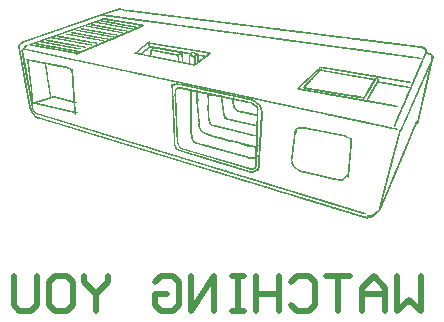
<source format=gbo>
G04*
G04 #@! TF.GenerationSoftware,Altium Limited,Altium Designer,25.0.2 (28)*
G04*
G04 Layer_Color=32896*
%FSLAX44Y44*%
%MOMM*%
G71*
G04*
G04 #@! TF.SameCoordinates,2A483E41-FD86-4516-B0ED-3C6593A289C4*
G04*
G04*
G04 #@! TF.FilePolarity,Positive*
G04*
G01*
G75*
%ADD86C,0.5000*%
G36*
X193257Y344835D02*
X193316D01*
Y344775D01*
X193375D01*
Y344716D01*
X193494D01*
Y344597D01*
X193554D01*
Y344478D01*
X193494D01*
Y344359D01*
X193435D01*
Y344300D01*
X193375D01*
Y344240D01*
X193316D01*
Y344181D01*
X193257D01*
Y344121D01*
X193197D01*
Y344062D01*
X193078D01*
Y343884D01*
X194564D01*
Y343824D01*
X195218D01*
Y343765D01*
X195634D01*
Y343705D01*
X195872D01*
Y343646D01*
X196050D01*
Y343586D01*
X196229D01*
Y343527D01*
X196348D01*
Y343467D01*
X196467D01*
Y343408D01*
X196586D01*
Y343349D01*
X197774D01*
Y343289D01*
X198488D01*
Y343230D01*
X199023D01*
Y343170D01*
X199617D01*
Y343111D01*
X199914D01*
Y343051D01*
X200449D01*
Y342992D01*
X201282D01*
Y342933D01*
X201817D01*
Y342873D01*
X202530D01*
Y342814D01*
X202827D01*
Y342754D01*
X203303D01*
Y342695D01*
X203600D01*
Y342635D01*
X204313D01*
Y342576D01*
X204848D01*
Y342516D01*
X205562D01*
Y342457D01*
X206037D01*
Y342397D01*
X206334D01*
Y342338D01*
X206929D01*
Y342279D01*
X207404D01*
Y342219D01*
X207820D01*
Y342160D01*
X208474D01*
Y342100D01*
X208771D01*
Y342041D01*
X209188D01*
Y341981D01*
X209425D01*
Y341922D01*
X209901D01*
Y341862D01*
X210436D01*
Y341803D01*
X211149D01*
Y341744D01*
X211803D01*
Y341684D01*
X212160D01*
Y341625D01*
X212635D01*
Y341565D01*
X212992D01*
Y341506D01*
X213468D01*
Y341446D01*
X214003D01*
Y341387D01*
X214359D01*
Y341328D01*
X215013D01*
Y341268D01*
X215310D01*
Y341209D01*
X215786D01*
Y341149D01*
X216143D01*
Y341090D01*
X216856D01*
Y341030D01*
X217748D01*
Y340971D01*
X218045D01*
Y340911D01*
X218639D01*
Y340852D01*
X218996D01*
Y340793D01*
X219352D01*
Y340733D01*
X219888D01*
Y340674D01*
X220185D01*
Y340614D01*
X220779D01*
Y340555D01*
X221255D01*
Y340495D01*
X222087D01*
Y340436D01*
X222622D01*
Y340376D01*
X223276D01*
Y340317D01*
X223692D01*
Y340257D01*
X223751D01*
Y340198D01*
X223930D01*
Y340257D01*
X224049D01*
Y340317D01*
X224108D01*
Y340257D01*
X224227D01*
Y340198D01*
X224405D01*
Y340139D01*
X224702D01*
Y340079D01*
X225059D01*
Y340020D01*
X225594D01*
Y339960D01*
X225891D01*
Y339901D01*
X226426D01*
Y339841D01*
X226724D01*
Y339782D01*
X227318D01*
Y339723D01*
X227794D01*
Y339663D01*
X228150D01*
Y339604D01*
X229042D01*
Y339544D01*
X229517D01*
Y339485D01*
X230171D01*
Y339425D01*
X230409D01*
Y339366D01*
X230706D01*
Y339306D01*
X231004D01*
Y339247D01*
X231301D01*
Y339188D01*
X232430D01*
Y339128D01*
X232846D01*
Y339069D01*
X233441D01*
Y339009D01*
X233916D01*
Y338950D01*
X234273D01*
Y338890D01*
X234689D01*
Y338831D01*
X234927D01*
Y338771D01*
X235403D01*
Y338712D01*
X235759D01*
Y338652D01*
X236294D01*
Y338593D01*
X237126D01*
Y338534D01*
X237483D01*
Y338474D01*
X237959D01*
Y338415D01*
X238196D01*
Y338355D01*
X238553D01*
Y338296D01*
X239028D01*
Y338236D01*
X239682D01*
Y338177D01*
X240396D01*
Y338117D01*
X240693D01*
Y338058D01*
X241347D01*
Y337999D01*
X241525D01*
Y337939D01*
X241644D01*
Y337880D01*
X241822D01*
Y337999D01*
X241882D01*
Y338058D01*
X241941D01*
Y337999D01*
X242060D01*
Y337939D01*
X242120D01*
Y337880D01*
X242536D01*
Y337820D01*
X242595D01*
Y337761D01*
X242773D01*
Y337820D01*
X243011D01*
Y337761D01*
X243071D01*
Y337701D01*
X243130D01*
Y337642D01*
X244081D01*
Y337583D01*
X244141D01*
Y337523D01*
X244260D01*
Y337583D01*
X244319D01*
Y337642D01*
X244497D01*
Y337583D01*
X244557D01*
Y337523D01*
X244616D01*
Y337464D01*
X245984D01*
Y337345D01*
X246162D01*
Y337404D01*
X246221D01*
Y337464D01*
X246340D01*
Y337404D01*
X246400D01*
Y337345D01*
X246518D01*
Y337285D01*
X247054D01*
Y337226D01*
X247589D01*
Y337166D01*
X248421D01*
Y337107D01*
X248896D01*
Y337048D01*
X249847D01*
Y336988D01*
X250145D01*
Y336929D01*
X250739D01*
Y336869D01*
X251155D01*
Y336810D01*
X251393D01*
Y336750D01*
X251868D01*
Y336691D01*
X252106D01*
Y336631D01*
X252582D01*
Y336572D01*
X253117D01*
Y336512D01*
X253533D01*
Y336453D01*
X254127D01*
Y336394D01*
X254425D01*
Y336334D01*
X255197D01*
Y336275D01*
X255554D01*
Y336215D01*
X256089D01*
Y336156D01*
X256446D01*
Y336096D01*
X256921D01*
Y336037D01*
X257516D01*
Y335978D01*
X257813D01*
Y335918D01*
X258407D01*
Y335859D01*
X258942D01*
Y335799D01*
X259418D01*
Y335740D01*
X260012D01*
Y335680D01*
X260310D01*
Y335621D01*
X260726D01*
Y335561D01*
X260963D01*
Y335502D01*
X261498D01*
Y335443D01*
X262033D01*
Y335383D01*
X262747D01*
Y335324D01*
X263282D01*
Y335264D01*
X263519D01*
Y335205D01*
X263995D01*
Y335145D01*
X264173D01*
Y335086D01*
X264768D01*
Y335026D01*
X265600D01*
Y334967D01*
X266135D01*
Y334907D01*
X266670D01*
Y334848D01*
X266967D01*
Y334789D01*
X267502D01*
Y334729D01*
X267978D01*
Y334670D01*
X268453D01*
Y334610D01*
X269107D01*
Y334551D01*
X269405D01*
Y334491D01*
X269880D01*
Y334432D01*
X269939D01*
Y334372D01*
X269999D01*
Y334313D01*
X270058D01*
Y334372D01*
X270118D01*
Y334432D01*
X270356D01*
Y334372D01*
X270474D01*
Y334313D01*
X271128D01*
Y334254D01*
X271723D01*
Y334194D01*
X271901D01*
Y334254D01*
X271961D01*
Y334194D01*
X272495D01*
Y334135D01*
X272674D01*
Y334075D01*
X273030D01*
Y334016D01*
X273268D01*
Y333956D01*
X273625D01*
Y333897D01*
X274160D01*
Y333838D01*
X274398D01*
Y333778D01*
X275111D01*
Y333719D01*
X275884D01*
Y333659D01*
X276419D01*
Y333600D01*
X277132D01*
Y333540D01*
X277548D01*
Y333481D01*
X277667D01*
Y333421D01*
X277845D01*
Y333481D01*
X278024D01*
Y333421D01*
X278083D01*
Y333362D01*
X278202D01*
Y333303D01*
X278737D01*
Y333243D01*
X279332D01*
Y333184D01*
X280045D01*
Y333124D01*
X280402D01*
Y333065D01*
X281115D01*
Y333005D01*
X281472D01*
Y332946D01*
X281947D01*
Y332886D01*
X282482D01*
Y332827D01*
X282839D01*
Y332768D01*
X283493D01*
Y332708D01*
X283849D01*
Y332649D01*
X284503D01*
Y332589D01*
X284979D01*
Y332530D01*
X285454D01*
Y332470D01*
X285930D01*
Y332411D01*
X286227D01*
Y332351D01*
X286822D01*
Y332292D01*
X287178D01*
Y332233D01*
X287654D01*
Y332351D01*
X287892D01*
Y332233D01*
X287951D01*
Y332173D01*
X288070D01*
Y332114D01*
X288189D01*
Y332054D01*
X289021D01*
Y332114D01*
X289318D01*
Y332173D01*
X289497D01*
Y332054D01*
X289556D01*
Y331935D01*
X289615D01*
Y331876D01*
X289675D01*
Y331816D01*
X290567D01*
Y331876D01*
X290626D01*
Y331935D01*
X290745D01*
Y331995D01*
X290864D01*
Y331935D01*
X290923D01*
Y331876D01*
X290983D01*
Y331816D01*
X291102D01*
Y331757D01*
X291399D01*
Y331698D01*
X291755D01*
Y331638D01*
X292053D01*
Y331698D01*
X292112D01*
Y331757D01*
X292231D01*
Y331816D01*
X292350D01*
Y331757D01*
X292409D01*
Y331698D01*
X292469D01*
Y331638D01*
X292528D01*
Y331579D01*
X292647D01*
Y331519D01*
X292766D01*
Y331460D01*
X294430D01*
Y331400D01*
X294846D01*
Y331341D01*
X295679D01*
Y331282D01*
X295798D01*
Y331222D01*
X295976D01*
Y331163D01*
X296095D01*
Y331103D01*
X296273D01*
Y331163D01*
X296333D01*
Y331222D01*
X296511D01*
Y331163D01*
X296570D01*
Y331103D01*
X296630D01*
Y331044D01*
X296749D01*
Y331103D01*
X296808D01*
Y331163D01*
X296868D01*
Y331222D01*
X297046D01*
Y331163D01*
X297105D01*
Y330984D01*
X297165D01*
Y330925D01*
X298413D01*
Y330865D01*
X298591D01*
Y330806D01*
X299186D01*
Y330746D01*
X300256D01*
Y330687D01*
X300375D01*
Y330628D01*
X300434D01*
Y330568D01*
X300613D01*
Y330628D01*
X300910D01*
Y330568D01*
X300969D01*
Y330509D01*
X301326D01*
Y330568D01*
X301385D01*
Y330628D01*
X301504D01*
Y330687D01*
X301564D01*
Y330628D01*
X301623D01*
Y330568D01*
X301683D01*
Y330509D01*
X301801D01*
Y330449D01*
X301920D01*
Y330390D01*
X302158D01*
Y330330D01*
X302455D01*
Y330390D01*
X302515D01*
Y330449D01*
X302634D01*
Y330509D01*
X302693D01*
Y330449D01*
X302753D01*
Y330390D01*
X302812D01*
Y330330D01*
X303050D01*
Y330271D01*
X303228D01*
Y330211D01*
X303763D01*
Y330152D01*
X304417D01*
Y330093D01*
X304893D01*
Y330033D01*
X305368D01*
Y329974D01*
X305606D01*
Y329914D01*
X306022D01*
Y329855D01*
X306319D01*
Y329795D01*
X307211D01*
Y329736D01*
X307805D01*
Y329677D01*
X307984D01*
Y329736D01*
X308103D01*
Y329677D01*
X308578D01*
Y329617D01*
X309351D01*
Y329558D01*
X309470D01*
Y329498D01*
X309589D01*
Y329439D01*
X309648D01*
Y329498D01*
X309767D01*
Y329558D01*
X309886D01*
Y329498D01*
X310005D01*
Y329439D01*
X310302D01*
Y329379D01*
X310659D01*
Y329320D01*
X311134D01*
Y329260D01*
X311313D01*
Y329201D01*
X311550D01*
Y329260D01*
X311610D01*
Y329320D01*
X311788D01*
Y329260D01*
X311847D01*
Y329201D01*
X312680D01*
Y329142D01*
X312739D01*
Y329082D01*
X312917D01*
Y329142D01*
X313096D01*
Y329082D01*
X313334D01*
Y329142D01*
X313393D01*
Y329201D01*
X313452D01*
Y329142D01*
X313512D01*
Y329082D01*
X313571D01*
Y329023D01*
X313690D01*
Y328963D01*
X314285D01*
Y328904D01*
X314998D01*
Y328844D01*
X315355D01*
Y328785D01*
X316068D01*
Y328725D01*
X316722D01*
Y328666D01*
X317376D01*
Y328606D01*
X317554D01*
Y328666D01*
X317614D01*
Y328606D01*
X317792D01*
Y328547D01*
X317851D01*
Y328488D01*
X318030D01*
Y328606D01*
X318149D01*
Y328547D01*
X318208D01*
Y328488D01*
X318327D01*
Y328428D01*
X319278D01*
Y328369D01*
X319338D01*
Y328309D01*
X319456D01*
Y328369D01*
X319754D01*
Y328309D01*
X319813D01*
Y328250D01*
X319991D01*
Y328190D01*
X320824D01*
Y328131D01*
X321240D01*
Y328072D01*
X322191D01*
Y328012D01*
X322964D01*
Y327953D01*
X323261D01*
Y327893D01*
X323617D01*
Y327834D01*
X323915D01*
Y327774D01*
X324747D01*
Y327715D01*
X325460D01*
Y327655D01*
X325698D01*
Y327596D01*
X325757D01*
Y327537D01*
X325876D01*
Y327596D01*
X325936D01*
Y327655D01*
X326114D01*
Y327596D01*
X326174D01*
Y327537D01*
X326233D01*
Y327477D01*
X327303D01*
Y327418D01*
X327779D01*
Y327358D01*
X328254D01*
Y327299D01*
X328551D01*
Y327239D01*
X328908D01*
Y327180D01*
X329443D01*
Y327120D01*
X329621D01*
Y327061D01*
X329740D01*
Y327001D01*
X329859D01*
Y327061D01*
X330513D01*
Y327001D01*
X330572D01*
Y326942D01*
X330691D01*
Y326883D01*
X330810D01*
Y326823D01*
X330929D01*
Y326764D01*
X331107D01*
Y326823D01*
X331226D01*
Y326883D01*
X331405D01*
Y326823D01*
X331464D01*
Y326764D01*
X331524D01*
Y326823D01*
X331583D01*
Y326883D01*
X331761D01*
Y326823D01*
X331821D01*
Y326764D01*
X332058D01*
Y326704D01*
X332118D01*
Y326645D01*
X332177D01*
Y326585D01*
X332237D01*
Y326645D01*
X332356D01*
Y326704D01*
X332534D01*
Y326645D01*
X332593D01*
Y326585D01*
X332772D01*
Y326645D01*
X333426D01*
Y326585D01*
X333485D01*
Y326526D01*
X333604D01*
Y326466D01*
X334198D01*
Y326407D01*
X334555D01*
Y326348D01*
X335209D01*
Y326288D01*
X335328D01*
Y326169D01*
X335387D01*
Y326110D01*
X335447D01*
Y326050D01*
X335506D01*
Y326110D01*
X335566D01*
Y326348D01*
X335685D01*
Y326288D01*
X335744D01*
Y326229D01*
X335863D01*
Y326169D01*
X336041D01*
Y326110D01*
X336101D01*
Y326050D01*
X336279D01*
Y326110D01*
X336339D01*
Y326169D01*
X336517D01*
Y326110D01*
X336636D01*
Y326050D01*
X336992D01*
Y325991D01*
X337171D01*
Y325932D01*
X337290D01*
Y325872D01*
X337408D01*
Y325932D01*
X337587D01*
Y325872D01*
X337706D01*
Y325813D01*
X337943D01*
Y325872D01*
X338241D01*
Y325932D01*
X338716D01*
Y325872D01*
X338776D01*
Y325753D01*
X338835D01*
Y325694D01*
X339013D01*
Y325753D01*
X339786D01*
Y325694D01*
X340618D01*
Y325634D01*
X341094D01*
Y325575D01*
X341391D01*
Y325515D01*
X341926D01*
Y325456D01*
X342342D01*
Y325396D01*
X342996D01*
Y325337D01*
X343709D01*
Y325278D01*
X344126D01*
Y325218D01*
X344898D01*
Y325159D01*
X345374D01*
Y325099D01*
X345849D01*
Y325040D01*
X346444D01*
Y324980D01*
X346741D01*
Y324921D01*
X347217D01*
Y324861D01*
X347514D01*
Y324802D01*
X347990D01*
Y324743D01*
X348465D01*
Y324683D01*
X348643D01*
Y324743D01*
X348762D01*
Y324683D01*
X349178D01*
Y324624D01*
X349297D01*
Y324564D01*
X349476D01*
Y324624D01*
X349713D01*
Y324505D01*
X349892D01*
Y324445D01*
X351081D01*
Y324386D01*
X351437D01*
Y324327D01*
X351853D01*
Y324267D01*
X352091D01*
Y324208D01*
X352686D01*
Y324148D01*
X353102D01*
Y324089D01*
X354053D01*
Y324029D01*
X354172D01*
Y323970D01*
X354231D01*
Y323910D01*
X354350D01*
Y323970D01*
X354409D01*
Y324029D01*
X354469D01*
Y324089D01*
X354528D01*
Y324029D01*
X354588D01*
Y323970D01*
X354647D01*
Y323910D01*
X355182D01*
Y323851D01*
X355658D01*
Y323792D01*
X356431D01*
Y323732D01*
X356787D01*
Y323673D01*
X357263D01*
Y323613D01*
X357560D01*
Y323554D01*
X357738D01*
Y323494D01*
X358036D01*
Y323435D01*
X358273D01*
Y323375D01*
X359759D01*
Y323316D01*
X359819D01*
Y323256D01*
X359878D01*
Y323197D01*
X359997D01*
Y323256D01*
X360057D01*
Y323316D01*
X360235D01*
Y323256D01*
X360294D01*
Y323197D01*
X360413D01*
Y323138D01*
X361127D01*
Y323078D01*
X361246D01*
Y323019D01*
X361364D01*
Y323078D01*
X361424D01*
Y323138D01*
X361543D01*
Y323078D01*
X361602D01*
Y323019D01*
X361662D01*
Y322959D01*
X362018D01*
Y322900D01*
X362969D01*
Y322840D01*
X363326D01*
Y322781D01*
X363802D01*
Y322721D01*
X364099D01*
Y322662D01*
X364991D01*
Y322603D01*
X365466D01*
Y322543D01*
X365526D01*
Y322484D01*
X365704D01*
Y322543D01*
X365882D01*
Y322484D01*
X365942D01*
Y322424D01*
X366001D01*
Y322365D01*
X366714D01*
Y322305D01*
X367368D01*
Y322246D01*
X367903D01*
Y322187D01*
X368736D01*
Y322127D01*
X369152D01*
Y322068D01*
X369924D01*
Y322008D01*
X370043D01*
Y321949D01*
X370103D01*
Y321889D01*
X370222D01*
Y321949D01*
X370281D01*
Y322008D01*
X370400D01*
Y321949D01*
X370459D01*
Y321889D01*
X370519D01*
Y321830D01*
X371054D01*
Y321770D01*
X372064D01*
Y321711D01*
X372421D01*
Y321651D01*
X372778D01*
Y321592D01*
X372837D01*
Y321533D01*
X373075D01*
Y321592D01*
X373134D01*
Y321651D01*
X373194D01*
Y321592D01*
X373253D01*
Y321533D01*
X373313D01*
Y321473D01*
X373669D01*
Y321414D01*
X374442D01*
Y321354D01*
X374621D01*
Y321414D01*
X374739D01*
Y321354D01*
X375155D01*
Y321295D01*
X375334D01*
Y321235D01*
X375690D01*
Y321176D01*
X375988D01*
Y321116D01*
X376523D01*
Y321057D01*
X377295D01*
Y320998D01*
X377652D01*
Y320938D01*
X378425D01*
Y320879D01*
X379079D01*
Y320819D01*
X379554D01*
Y320760D01*
X380089D01*
Y320700D01*
X380446D01*
Y320641D01*
X380981D01*
Y320582D01*
X381219D01*
Y320522D01*
X381635D01*
Y320463D01*
X381932D01*
Y320403D01*
X382229D01*
Y320344D01*
X382883D01*
Y320284D01*
X383180D01*
Y320225D01*
X383834D01*
Y320165D01*
X384072D01*
Y320225D01*
X384132D01*
Y320165D01*
X384607D01*
Y320106D01*
X385142D01*
Y320047D01*
X385974D01*
Y319987D01*
X386450D01*
Y319928D01*
X386569D01*
Y319987D01*
X386688D01*
Y319928D01*
X386806D01*
Y319868D01*
X386866D01*
Y319809D01*
X386925D01*
Y319868D01*
X386985D01*
Y319928D01*
X387223D01*
Y319809D01*
X387341D01*
Y319749D01*
X388114D01*
Y319690D01*
X388709D01*
Y319630D01*
X389065D01*
Y319690D01*
X389125D01*
Y319749D01*
X389184D01*
Y319690D01*
X389303D01*
Y319630D01*
X389363D01*
Y319571D01*
X390492D01*
Y319512D01*
X390611D01*
Y319452D01*
X390789D01*
Y319512D01*
X391027D01*
Y319452D01*
X391087D01*
Y319393D01*
X392454D01*
Y319333D01*
X392513D01*
Y319274D01*
X392632D01*
Y319333D01*
X392870D01*
Y319274D01*
X392929D01*
Y319214D01*
X393583D01*
Y319155D01*
X394356D01*
Y319095D01*
X394712D01*
Y319036D01*
X395010D01*
Y318976D01*
X395188D01*
Y318917D01*
X395664D01*
Y318858D01*
X396139D01*
Y318798D01*
X397150D01*
Y318739D01*
X397566D01*
Y318679D01*
X397982D01*
Y318620D01*
X398339D01*
Y318560D01*
X398576D01*
Y318501D01*
X399468D01*
Y318442D01*
X399884D01*
Y318382D01*
X400597D01*
Y318323D01*
X400954D01*
Y318263D01*
X401192D01*
Y318204D01*
X401727D01*
Y318144D01*
X402084D01*
Y318085D01*
X402975D01*
Y318025D01*
X403629D01*
Y317966D01*
X403867D01*
Y317906D01*
X404105D01*
Y317847D01*
X404283D01*
Y317788D01*
X404759D01*
Y317728D01*
X405175D01*
Y317669D01*
X405888D01*
Y317609D01*
X406364D01*
Y317550D01*
X406423D01*
Y317609D01*
X406542D01*
Y317550D01*
X406958D01*
Y317490D01*
X407731D01*
Y317431D01*
X408088D01*
Y317372D01*
X408504D01*
Y317312D01*
X408741D01*
Y317253D01*
X409098D01*
Y317193D01*
X409633D01*
Y317134D01*
X410049D01*
Y317074D01*
X410109D01*
Y317134D01*
X410227D01*
Y317074D01*
X411000D01*
Y317015D01*
X411416D01*
Y316955D01*
X412011D01*
Y316896D01*
X412070D01*
Y316837D01*
X412308D01*
Y316896D01*
X412486D01*
Y316777D01*
X412665D01*
Y316718D01*
X413081D01*
Y316658D01*
X413794D01*
Y316599D01*
X415102D01*
Y316539D01*
X415280D01*
Y316480D01*
X415340D01*
Y316420D01*
X415458D01*
Y316480D01*
X415518D01*
Y316539D01*
X415637D01*
Y316480D01*
X415696D01*
Y316420D01*
X415756D01*
Y316361D01*
X416766D01*
Y316302D01*
X416826D01*
Y316242D01*
X416945D01*
Y316302D01*
X417004D01*
Y316361D01*
X417182D01*
Y316242D01*
X417301D01*
Y316183D01*
X417539D01*
Y316123D01*
X417598D01*
Y316183D01*
X417658D01*
Y316123D01*
X418134D01*
Y316064D01*
X418847D01*
Y316004D01*
X419203D01*
Y315945D01*
X419917D01*
Y315885D01*
X420452D01*
Y315826D01*
X420927D01*
Y315767D01*
X421462D01*
Y315707D01*
X421938D01*
Y315648D01*
X422711D01*
Y315588D01*
X422830D01*
Y315529D01*
X422889D01*
Y315469D01*
X423008D01*
Y315529D01*
X423067D01*
Y315588D01*
X423186D01*
Y315529D01*
X423246D01*
Y315469D01*
X423365D01*
Y315410D01*
X423602D01*
Y315350D01*
X424137D01*
Y315291D01*
X424851D01*
Y315232D01*
X425624D01*
Y315172D01*
X425683D01*
Y315113D01*
X425861D01*
Y315172D01*
X425921D01*
Y315232D01*
X425980D01*
Y315172D01*
X426040D01*
Y315113D01*
X426099D01*
Y315053D01*
X426634D01*
Y314994D01*
X427347D01*
Y314934D01*
X427526D01*
Y314994D01*
X427645D01*
Y314934D01*
X428180D01*
Y314875D01*
X428417D01*
Y314815D01*
X428952D01*
Y314756D01*
X429250D01*
Y314697D01*
X429428D01*
Y314637D01*
X429785D01*
Y314578D01*
X430022D01*
Y314518D01*
X430855D01*
Y314459D01*
X431568D01*
Y314399D01*
X431925D01*
Y314340D01*
X432222D01*
Y314280D01*
X432459D01*
Y314221D01*
X432935D01*
Y314162D01*
X433708D01*
Y314102D01*
X434302D01*
Y314043D01*
X434362D01*
Y313983D01*
X434540D01*
Y314043D01*
X434599D01*
Y314102D01*
X434659D01*
Y314043D01*
X434718D01*
Y313983D01*
X434778D01*
Y313924D01*
X435135D01*
Y313864D01*
X435551D01*
Y313805D01*
X436323D01*
Y313745D01*
X436858D01*
Y313686D01*
X437334D01*
Y313627D01*
X437869D01*
Y313567D01*
X438344D01*
Y313508D01*
X439117D01*
Y313448D01*
X439296D01*
Y313389D01*
X439712D01*
Y313329D01*
X440068D01*
Y313270D01*
X440247D01*
Y313210D01*
X441138D01*
Y313151D01*
X441614D01*
Y313092D01*
X442327D01*
Y313032D01*
X442684D01*
Y312973D01*
X443159D01*
Y312913D01*
X443754D01*
Y312854D01*
X444348D01*
Y312794D01*
X444765D01*
Y312735D01*
X444824D01*
Y312794D01*
X444943D01*
Y312735D01*
X445062D01*
Y312675D01*
X445537D01*
Y312616D01*
X445894D01*
Y312557D01*
X446191D01*
Y312497D01*
X446904D01*
Y312557D01*
X446964D01*
Y312675D01*
X447023D01*
Y312794D01*
X447202D01*
Y312854D01*
X447321D01*
Y312913D01*
X447618D01*
Y312854D01*
X448034D01*
Y312794D01*
X448628D01*
Y312735D01*
X448747D01*
Y312675D01*
X448866D01*
Y312616D01*
X448926D01*
Y312557D01*
X449044D01*
Y312497D01*
X449223D01*
Y312438D01*
X449342D01*
Y312378D01*
X449401D01*
Y312319D01*
X449460D01*
Y312259D01*
X449520D01*
Y312200D01*
X449579D01*
Y312141D01*
X449639D01*
Y312081D01*
X449698D01*
Y312022D01*
X449758D01*
Y311962D01*
X449817D01*
Y311903D01*
X449877D01*
Y311843D01*
X450649D01*
Y311784D01*
X450768D01*
Y311724D01*
X450828D01*
Y311665D01*
X450887D01*
Y311605D01*
X450947D01*
Y311546D01*
X451006D01*
Y311487D01*
X451065D01*
Y311427D01*
X451125D01*
Y311368D01*
X451184D01*
Y311308D01*
X451244D01*
Y311249D01*
X451363D01*
Y311189D01*
X451541D01*
Y311070D01*
X451600D01*
Y311011D01*
X451660D01*
Y310952D01*
X451719D01*
Y310833D01*
X451779D01*
Y310773D01*
X451838D01*
Y310654D01*
X451898D01*
Y310595D01*
X451957D01*
Y310476D01*
X452017D01*
Y310357D01*
X452076D01*
Y310298D01*
X452136D01*
Y310179D01*
X452195D01*
Y310060D01*
X452254D01*
Y309822D01*
X452314D01*
Y309703D01*
X452373D01*
Y309525D01*
X452433D01*
Y308930D01*
X452492D01*
Y308633D01*
X452552D01*
Y308514D01*
X452611D01*
Y308455D01*
X452671D01*
Y308396D01*
X452730D01*
Y308277D01*
X452789D01*
Y307861D01*
X452849D01*
Y307563D01*
X452789D01*
Y307504D01*
X452730D01*
Y307266D01*
X452849D01*
Y307147D01*
X453027D01*
Y307088D01*
X453205D01*
Y307028D01*
X453265D01*
Y306969D01*
X453324D01*
Y306909D01*
X453384D01*
Y306850D01*
X453443D01*
Y306791D01*
X453503D01*
Y306850D01*
X453562D01*
Y306909D01*
X453622D01*
Y306969D01*
X453800D01*
Y306909D01*
X454038D01*
Y306850D01*
X454216D01*
Y306791D01*
X454335D01*
Y306731D01*
X454394D01*
Y306672D01*
X454513D01*
Y306612D01*
X454632D01*
Y306553D01*
X454989D01*
Y306493D01*
X455286D01*
Y306434D01*
X455405D01*
Y306374D01*
X455524D01*
Y306315D01*
X455583D01*
Y306255D01*
X455702D01*
Y306196D01*
X455762D01*
Y306137D01*
X455821D01*
Y306077D01*
X455940D01*
Y306018D01*
X455999D01*
Y305958D01*
X456118D01*
Y305899D01*
X456297D01*
Y305839D01*
X456653D01*
Y305780D01*
X456772D01*
Y305721D01*
X456832D01*
Y305661D01*
X456891D01*
Y305602D01*
X456950D01*
Y305542D01*
X457010D01*
Y305483D01*
X457069D01*
Y305423D01*
X457129D01*
Y305304D01*
X457188D01*
Y304769D01*
X457248D01*
Y304532D01*
X457307D01*
Y304472D01*
X457367D01*
Y304413D01*
X457426D01*
Y304353D01*
X457545D01*
Y304294D01*
X457664D01*
Y304234D01*
X457723D01*
Y304175D01*
X457783D01*
Y304116D01*
X457842D01*
Y304056D01*
X457902D01*
Y303997D01*
X457961D01*
Y303937D01*
X458021D01*
Y303878D01*
X458080D01*
Y303818D01*
X458139D01*
Y303580D01*
X458199D01*
Y303521D01*
X458258D01*
Y302927D01*
X458199D01*
Y302511D01*
X458139D01*
Y301797D01*
X458080D01*
Y301441D01*
X458021D01*
Y301322D01*
X457961D01*
Y301262D01*
X457902D01*
Y301203D01*
X457842D01*
Y301024D01*
X457783D01*
Y300905D01*
X457723D01*
Y300727D01*
X457664D01*
Y300549D01*
X457604D01*
Y300371D01*
X457545D01*
Y299717D01*
X457486D01*
Y299538D01*
X457426D01*
Y299360D01*
X457367D01*
Y299241D01*
X457307D01*
Y299122D01*
X457248D01*
Y298825D01*
X457188D01*
Y298528D01*
X457129D01*
Y297993D01*
X457069D01*
Y297874D01*
X457010D01*
Y297696D01*
X456950D01*
Y297458D01*
X456891D01*
Y297279D01*
X456832D01*
Y296863D01*
X456772D01*
Y296566D01*
X456713D01*
Y296209D01*
X456653D01*
Y296031D01*
X456594D01*
Y295912D01*
X456534D01*
Y295615D01*
X456475D01*
Y295377D01*
X456415D01*
Y294902D01*
X456356D01*
Y294604D01*
X456297D01*
Y294426D01*
X456237D01*
Y294129D01*
X456178D01*
Y294010D01*
X456118D01*
Y293713D01*
X456059D01*
Y293535D01*
X455999D01*
Y293297D01*
X455940D01*
Y293059D01*
X455881D01*
Y292702D01*
X455821D01*
Y292227D01*
X455762D01*
Y292048D01*
X455702D01*
Y291751D01*
X455643D01*
Y291692D01*
X455583D01*
Y291632D01*
X455524D01*
Y291513D01*
X455583D01*
Y291395D01*
X455643D01*
Y291276D01*
X455583D01*
Y291216D01*
X455524D01*
Y291157D01*
X455464D01*
Y291038D01*
X455405D01*
Y290741D01*
X455345D01*
Y290562D01*
X455286D01*
Y290265D01*
X455227D01*
Y290087D01*
X455167D01*
Y289849D01*
X455108D01*
Y289373D01*
X455048D01*
Y289136D01*
X454989D01*
Y288660D01*
X454929D01*
Y288482D01*
X454870D01*
Y288125D01*
X454810D01*
Y287828D01*
X454751D01*
Y287709D01*
X454692D01*
Y287471D01*
X454632D01*
Y287293D01*
X454573D01*
Y286877D01*
X454513D01*
Y286520D01*
X454454D01*
Y286282D01*
X454394D01*
Y286104D01*
X454335D01*
Y286045D01*
X454276D01*
Y285807D01*
X454216D01*
Y285450D01*
X454157D01*
Y285093D01*
X454097D01*
Y284618D01*
X454038D01*
Y284440D01*
X453978D01*
Y284202D01*
X453919D01*
Y284083D01*
X453859D01*
Y283726D01*
X453800D01*
Y283370D01*
X453741D01*
Y283072D01*
X453681D01*
Y282775D01*
X453622D01*
Y282656D01*
X453562D01*
Y282359D01*
X453503D01*
Y282240D01*
X453443D01*
Y281824D01*
X453384D01*
Y281408D01*
X453324D01*
Y281229D01*
X453265D01*
Y280992D01*
X453205D01*
Y280932D01*
X453146D01*
Y280754D01*
X453087D01*
Y280516D01*
X453027D01*
Y280219D01*
X452968D01*
Y279803D01*
X452908D01*
Y279565D01*
X452849D01*
Y279209D01*
X452789D01*
Y278971D01*
X452730D01*
Y278614D01*
X452671D01*
Y278257D01*
X452611D01*
Y277960D01*
X452552D01*
Y277663D01*
X452492D01*
Y277544D01*
X452433D01*
Y277306D01*
X452373D01*
Y277069D01*
X452314D01*
Y276890D01*
X452254D01*
Y276296D01*
X452195D01*
Y276117D01*
X452136D01*
Y275820D01*
X452076D01*
Y275642D01*
X452017D01*
Y275464D01*
X451957D01*
Y275166D01*
X451898D01*
Y274988D01*
X451838D01*
Y274691D01*
X451779D01*
Y274512D01*
X451719D01*
Y274215D01*
X451660D01*
Y274037D01*
X451600D01*
Y273799D01*
X451541D01*
Y273561D01*
X451482D01*
Y273383D01*
X451422D01*
Y273086D01*
X451363D01*
Y272789D01*
X451303D01*
Y272372D01*
X451244D01*
Y272016D01*
X451184D01*
Y271897D01*
X451125D01*
Y271540D01*
X451065D01*
Y271362D01*
X451006D01*
Y271065D01*
X450947D01*
Y270946D01*
X450887D01*
Y270886D01*
X450828D01*
Y270767D01*
X450887D01*
Y270708D01*
X450947D01*
Y270589D01*
X450887D01*
Y270530D01*
X450828D01*
Y270470D01*
X450768D01*
Y270351D01*
X450709D01*
Y270054D01*
X450649D01*
Y269816D01*
X450590D01*
Y269400D01*
X450531D01*
Y268984D01*
X450471D01*
Y268865D01*
X450412D01*
Y268508D01*
X450352D01*
Y268330D01*
X450293D01*
Y268152D01*
X450233D01*
Y267973D01*
X450174D01*
Y267855D01*
X450114D01*
Y267676D01*
X450055D01*
Y267439D01*
X449995D01*
Y266903D01*
X449936D01*
Y266666D01*
X449877D01*
Y266428D01*
X449817D01*
Y266190D01*
X449758D01*
Y266071D01*
X449698D01*
Y265774D01*
X449639D01*
Y265655D01*
X449579D01*
Y265358D01*
X449520D01*
Y265120D01*
X449460D01*
Y264764D01*
X449401D01*
Y264288D01*
X449342D01*
Y264169D01*
X449282D01*
Y263872D01*
X449223D01*
Y263753D01*
X449163D01*
Y263575D01*
X449104D01*
Y263099D01*
X449044D01*
Y262802D01*
X448985D01*
Y262505D01*
X448926D01*
Y262386D01*
X448866D01*
Y262208D01*
X448807D01*
Y262089D01*
X448747D01*
Y261910D01*
X448688D01*
Y261435D01*
X448628D01*
Y261197D01*
X448569D01*
Y260721D01*
X448509D01*
Y260484D01*
X448450D01*
Y260127D01*
X448391D01*
Y259949D01*
X448331D01*
Y259770D01*
X448272D01*
Y259533D01*
X448212D01*
Y259414D01*
X448153D01*
Y258879D01*
X448093D01*
Y258522D01*
X448034D01*
Y258344D01*
X447974D01*
Y258046D01*
X447915D01*
Y257927D01*
X447855D01*
Y257630D01*
X447796D01*
Y257452D01*
X447737D01*
Y257214D01*
X447677D01*
Y256976D01*
X447618D01*
Y256857D01*
X447558D01*
Y256204D01*
X447499D01*
Y255966D01*
X447439D01*
Y255728D01*
X447380D01*
Y255550D01*
X447321D01*
Y255371D01*
X447261D01*
Y255074D01*
X447202D01*
Y254955D01*
X447142D01*
Y254658D01*
X447083D01*
Y254480D01*
X447023D01*
Y254123D01*
X446964D01*
Y253588D01*
X446904D01*
Y253469D01*
X446845D01*
Y253172D01*
X446786D01*
Y253053D01*
X446726D01*
Y252815D01*
X446667D01*
Y252518D01*
X446607D01*
Y252161D01*
X446548D01*
Y251745D01*
X446488D01*
Y251626D01*
X446429D01*
Y251329D01*
X446369D01*
Y251151D01*
X446310D01*
Y250913D01*
X446251D01*
Y250616D01*
X446191D01*
Y250497D01*
X446132D01*
Y250140D01*
X446072D01*
Y249962D01*
X446013D01*
Y249605D01*
X445953D01*
Y249486D01*
X445894D01*
Y249368D01*
X445835D01*
Y249189D01*
X445775D01*
Y249070D01*
X445716D01*
Y248714D01*
X445656D01*
Y248535D01*
X445597D01*
Y248298D01*
X445537D01*
Y247881D01*
X445478D01*
Y247703D01*
X445418D01*
Y247465D01*
X445359D01*
Y247346D01*
X445299D01*
Y247227D01*
X445240D01*
Y247168D01*
X445181D01*
Y247049D01*
X445121D01*
Y246871D01*
X445002D01*
Y246811D01*
X444883D01*
Y246752D01*
X444586D01*
Y246811D01*
X444527D01*
Y246871D01*
X444348D01*
Y246752D01*
X444289D01*
Y246455D01*
X444230D01*
Y246336D01*
X444170D01*
Y246157D01*
X444111D01*
Y246098D01*
X444051D01*
Y246039D01*
X443992D01*
Y245920D01*
X443932D01*
Y245860D01*
X443754D01*
Y245920D01*
X443576D01*
Y245741D01*
X443516D01*
Y245623D01*
X443457D01*
Y245504D01*
X443397D01*
Y245385D01*
X443338D01*
Y245325D01*
X443278D01*
Y245028D01*
X443219D01*
Y244909D01*
X443159D01*
Y244671D01*
X443100D01*
Y244552D01*
X443041D01*
Y244493D01*
X442981D01*
Y244315D01*
X442922D01*
Y244255D01*
X442862D01*
Y244136D01*
X442803D01*
Y244018D01*
X442743D01*
Y243899D01*
X442684D01*
Y243661D01*
X442625D01*
Y243483D01*
X442565D01*
Y243304D01*
X442506D01*
Y243245D01*
X442446D01*
Y243066D01*
X442387D01*
Y243007D01*
X442327D01*
Y242888D01*
X442268D01*
Y242532D01*
X442208D01*
Y242413D01*
X442149D01*
Y242294D01*
X442090D01*
Y242175D01*
X442030D01*
Y242056D01*
X441971D01*
Y241937D01*
X441911D01*
Y241878D01*
X441852D01*
Y241759D01*
X441792D01*
Y241640D01*
X441733D01*
Y241343D01*
X441673D01*
Y241164D01*
X441614D01*
Y241045D01*
X441554D01*
Y240867D01*
X441495D01*
Y240808D01*
X441436D01*
Y240689D01*
X441376D01*
Y240629D01*
X441317D01*
Y240510D01*
X441257D01*
Y240332D01*
X441198D01*
Y240273D01*
X441138D01*
Y239975D01*
X441079D01*
Y239797D01*
X441020D01*
Y239619D01*
X440960D01*
Y239500D01*
X440901D01*
Y239381D01*
X440841D01*
Y239203D01*
X440782D01*
Y239084D01*
X440722D01*
Y238905D01*
X440663D01*
Y238787D01*
X440603D01*
Y238668D01*
X440544D01*
Y238489D01*
X440485D01*
Y238430D01*
X440425D01*
Y238251D01*
X440366D01*
Y238192D01*
X440306D01*
Y238073D01*
X440247D01*
Y237895D01*
X440187D01*
Y237717D01*
X440128D01*
Y237479D01*
X440068D01*
Y237360D01*
X440009D01*
Y237241D01*
X439949D01*
Y237181D01*
X439890D01*
Y237063D01*
X439831D01*
Y236944D01*
X439771D01*
Y236884D01*
X439712D01*
Y236646D01*
X439652D01*
Y236528D01*
X439593D01*
Y236290D01*
X439533D01*
Y236112D01*
X439474D01*
Y235993D01*
X439414D01*
Y235814D01*
X439355D01*
Y235755D01*
X439296D01*
Y235517D01*
X439236D01*
Y235458D01*
X439177D01*
Y235339D01*
X439117D01*
Y235160D01*
X439058D01*
Y235042D01*
X438998D01*
Y234863D01*
X438939D01*
Y234685D01*
X438880D01*
Y234447D01*
X438820D01*
Y234269D01*
X438761D01*
Y234209D01*
X438701D01*
Y234090D01*
X438642D01*
Y233972D01*
X438582D01*
Y233853D01*
X438523D01*
Y233734D01*
X438463D01*
Y233674D01*
X438404D01*
Y233555D01*
X438344D01*
Y233377D01*
X438285D01*
Y233139D01*
X438226D01*
Y233020D01*
X438166D01*
Y232604D01*
X438107D01*
Y232248D01*
X438047D01*
Y232188D01*
X437988D01*
Y232069D01*
X437928D01*
Y232010D01*
X437869D01*
Y231831D01*
X437809D01*
Y231772D01*
X437750D01*
Y231653D01*
X437691D01*
Y231534D01*
X437631D01*
Y231415D01*
X437572D01*
Y231118D01*
X437512D01*
Y230940D01*
X437453D01*
Y230821D01*
X437393D01*
Y230702D01*
X437334D01*
Y230643D01*
X437275D01*
Y230464D01*
X437215D01*
Y230345D01*
X437156D01*
Y230048D01*
X437096D01*
Y229929D01*
X437037D01*
Y229810D01*
X436977D01*
Y229751D01*
X436918D01*
Y229632D01*
X436858D01*
Y229454D01*
X436799D01*
Y229275D01*
X436740D01*
Y228978D01*
X436680D01*
Y228800D01*
X436621D01*
Y228622D01*
X436561D01*
Y228443D01*
X436502D01*
Y228384D01*
X436442D01*
Y228205D01*
X436383D01*
Y228146D01*
X436323D01*
Y228027D01*
X436264D01*
Y227908D01*
X436204D01*
Y227849D01*
X436145D01*
Y227670D01*
X436086D01*
Y227492D01*
X436026D01*
Y227195D01*
X435967D01*
Y227076D01*
X435907D01*
Y227017D01*
X435848D01*
Y226838D01*
X435788D01*
Y226779D01*
X435729D01*
Y226660D01*
X435670D01*
Y226541D01*
X435610D01*
Y226482D01*
X435551D01*
Y226244D01*
X435491D01*
Y226066D01*
X435432D01*
Y225768D01*
X435372D01*
Y225709D01*
X435313D01*
Y225590D01*
X435253D01*
Y225530D01*
X435194D01*
Y225412D01*
X435135D01*
Y225293D01*
X435075D01*
Y225174D01*
X435016D01*
Y224995D01*
X434956D01*
Y224817D01*
X434897D01*
Y224579D01*
X434837D01*
Y224461D01*
X434778D01*
Y224401D01*
X434718D01*
Y224223D01*
X434659D01*
Y224163D01*
X434599D01*
Y223925D01*
X434540D01*
Y223747D01*
X434481D01*
Y223569D01*
X434421D01*
Y223391D01*
X434362D01*
Y223331D01*
X434302D01*
Y223212D01*
X434243D01*
Y223153D01*
X434183D01*
Y223034D01*
X434124D01*
Y222915D01*
X434064D01*
Y222796D01*
X434005D01*
Y222499D01*
X433946D01*
Y222320D01*
X433886D01*
Y222142D01*
X433827D01*
Y222083D01*
X433767D01*
Y222023D01*
X433708D01*
Y221845D01*
X433648D01*
Y221726D01*
X433589D01*
Y221369D01*
X433530D01*
Y221310D01*
X433470D01*
Y221132D01*
X433411D01*
Y221013D01*
X433351D01*
Y220953D01*
X433292D01*
Y220834D01*
X433232D01*
Y220775D01*
X433173D01*
Y220656D01*
X433113D01*
Y220478D01*
X433054D01*
Y220299D01*
X432994D01*
Y220002D01*
X432935D01*
Y219943D01*
X432876D01*
Y219824D01*
X432816D01*
Y219705D01*
X432757D01*
Y219586D01*
X432697D01*
Y219348D01*
X432638D01*
Y219170D01*
X432578D01*
Y218992D01*
X432519D01*
Y218932D01*
X432459D01*
Y218754D01*
X432400D01*
Y218635D01*
X432341D01*
Y218575D01*
X432281D01*
Y218397D01*
X432222D01*
Y218338D01*
X432162D01*
Y218159D01*
X432103D01*
Y218100D01*
X432043D01*
Y217981D01*
X431984D01*
Y217862D01*
X431925D01*
Y217803D01*
X431865D01*
Y217684D01*
X431806D01*
Y217565D01*
X431746D01*
Y217089D01*
X431687D01*
Y216792D01*
X431627D01*
Y216733D01*
X431568D01*
Y216614D01*
X431508D01*
Y216554D01*
X431449D01*
Y216376D01*
X431390D01*
Y216317D01*
X431330D01*
Y216138D01*
X431271D01*
Y215960D01*
X431211D01*
Y215841D01*
X431152D01*
Y215663D01*
X431092D01*
Y215603D01*
X431033D01*
Y215366D01*
X430973D01*
Y215247D01*
X430914D01*
Y215187D01*
X430855D01*
Y214949D01*
X430795D01*
Y214890D01*
X430736D01*
Y214712D01*
X430676D01*
Y214593D01*
X430617D01*
Y214474D01*
X430557D01*
Y214296D01*
X430498D01*
Y214177D01*
X430438D01*
Y213998D01*
X430379D01*
Y213879D01*
X430320D01*
Y213701D01*
X430260D01*
Y213523D01*
X430201D01*
Y213344D01*
X430141D01*
Y213166D01*
X430082D01*
Y213107D01*
X430022D01*
Y212988D01*
X429963D01*
Y212869D01*
X429903D01*
Y212750D01*
X429844D01*
Y212572D01*
X429785D01*
Y212512D01*
X429725D01*
Y212274D01*
X429666D01*
Y212155D01*
X429606D01*
Y211977D01*
X429547D01*
Y211858D01*
X429487D01*
Y211739D01*
X429428D01*
Y211561D01*
X429369D01*
Y211502D01*
X429309D01*
Y211264D01*
X429250D01*
Y211204D01*
X429190D01*
Y211086D01*
X429131D01*
Y210907D01*
X429071D01*
Y210788D01*
X429012D01*
Y210610D01*
X428952D01*
Y210491D01*
X428893D01*
Y210313D01*
X428834D01*
Y210194D01*
X428774D01*
Y210075D01*
X428715D01*
Y209778D01*
X428655D01*
Y209659D01*
X428596D01*
Y209540D01*
X428536D01*
Y209421D01*
X428477D01*
Y209362D01*
X428417D01*
Y209183D01*
X428358D01*
Y209065D01*
X428298D01*
Y208708D01*
X428239D01*
Y208648D01*
X428180D01*
Y208470D01*
X428120D01*
Y208411D01*
X428061D01*
Y208292D01*
X428001D01*
Y208173D01*
X427942D01*
Y208113D01*
X427882D01*
Y207935D01*
X427823D01*
Y207816D01*
X427763D01*
Y207578D01*
X427704D01*
Y207341D01*
X427645D01*
Y207281D01*
X427585D01*
Y207162D01*
X427526D01*
Y207103D01*
X427466D01*
Y206865D01*
X427407D01*
Y206687D01*
X427347D01*
Y206508D01*
X427288D01*
Y206330D01*
X427229D01*
Y206271D01*
X427169D01*
Y206092D01*
X427110D01*
Y206033D01*
X427050D01*
Y205914D01*
X426991D01*
Y205795D01*
X426931D01*
Y205736D01*
X426872D01*
Y205498D01*
X426812D01*
Y205319D01*
X426753D01*
Y205082D01*
X426693D01*
Y204903D01*
X426634D01*
Y204725D01*
X426575D01*
Y204487D01*
X426515D01*
Y204428D01*
X426456D01*
Y204309D01*
X426396D01*
Y204190D01*
X426337D01*
Y204131D01*
X426277D01*
Y203952D01*
X426218D01*
Y203893D01*
X426158D01*
Y203715D01*
X426099D01*
Y203655D01*
X426040D01*
Y203536D01*
X425980D01*
Y203417D01*
X425921D01*
Y203239D01*
X425861D01*
Y202942D01*
X425802D01*
Y202823D01*
X425742D01*
Y202704D01*
X425683D01*
Y202585D01*
X425624D01*
Y202526D01*
X425564D01*
Y202347D01*
X425505D01*
Y202169D01*
X425445D01*
Y201872D01*
X425386D01*
Y201812D01*
X425326D01*
Y201693D01*
X425267D01*
Y201634D01*
X425207D01*
Y201515D01*
X425148D01*
Y201218D01*
X425089D01*
Y201040D01*
X425029D01*
Y200861D01*
X424970D01*
Y200742D01*
X424910D01*
Y200683D01*
X424851D01*
Y200564D01*
X424791D01*
Y200445D01*
X424732D01*
Y200326D01*
X424672D01*
Y200267D01*
X424613D01*
Y200029D01*
X424553D01*
Y199791D01*
X424494D01*
Y199613D01*
X424435D01*
Y199494D01*
X424375D01*
Y199435D01*
X424316D01*
Y199256D01*
X424256D01*
Y199197D01*
X424197D01*
Y199018D01*
X424137D01*
Y198899D01*
X424078D01*
Y198840D01*
X424019D01*
Y198721D01*
X423959D01*
Y198662D01*
X423900D01*
Y198483D01*
X423840D01*
Y198246D01*
X423781D01*
Y198067D01*
X423721D01*
Y197829D01*
X423662D01*
Y197770D01*
X423602D01*
Y197651D01*
X423543D01*
Y197592D01*
X423484D01*
Y197473D01*
X423424D01*
Y197354D01*
X423365D01*
Y197235D01*
X423305D01*
Y197057D01*
X423246D01*
Y196878D01*
X423186D01*
Y196641D01*
X423127D01*
Y196522D01*
X423067D01*
Y196403D01*
X423008D01*
Y196284D01*
X422948D01*
Y196224D01*
X422889D01*
Y196046D01*
X422830D01*
Y195987D01*
X422770D01*
Y195808D01*
X422711D01*
Y195690D01*
X422651D01*
Y195630D01*
X422592D01*
Y195511D01*
X422532D01*
Y195333D01*
X422473D01*
Y195036D01*
X422413D01*
Y194857D01*
X422354D01*
Y194798D01*
X422295D01*
Y194679D01*
X422235D01*
Y194620D01*
X422176D01*
Y194441D01*
X422116D01*
Y194263D01*
X422057D01*
Y194025D01*
X421997D01*
Y193847D01*
X421938D01*
Y193787D01*
X421879D01*
Y193609D01*
X421819D01*
Y193549D01*
X421760D01*
Y193431D01*
X421700D01*
Y193312D01*
X421641D01*
Y193193D01*
X421581D01*
Y193074D01*
X421522D01*
Y193015D01*
X421462D01*
Y192836D01*
X421403D01*
Y192717D01*
X421343D01*
Y192539D01*
X421284D01*
Y192301D01*
X421225D01*
Y192182D01*
X421165D01*
Y192004D01*
X421106D01*
Y191885D01*
X421046D01*
Y191707D01*
X420987D01*
Y191588D01*
X420927D01*
Y191469D01*
X420868D01*
Y191291D01*
X420808D01*
Y191231D01*
X420749D01*
Y190993D01*
X420690D01*
Y190875D01*
X420630D01*
Y190696D01*
X420571D01*
Y190458D01*
X420511D01*
Y190340D01*
X420452D01*
Y190221D01*
X420392D01*
Y190161D01*
X420333D01*
Y189983D01*
X420274D01*
Y189923D01*
X420214D01*
Y189805D01*
X420155D01*
Y189686D01*
X420095D01*
Y189567D01*
X420036D01*
Y189270D01*
X419976D01*
Y189091D01*
X419917D01*
Y188972D01*
X419857D01*
Y188853D01*
X419798D01*
Y188794D01*
X419739D01*
Y188616D01*
X419679D01*
Y188437D01*
X419620D01*
Y188200D01*
X419560D01*
Y188081D01*
X419501D01*
Y187962D01*
X419441D01*
Y187843D01*
X419382D01*
Y187784D01*
X419322D01*
Y187605D01*
X419263D01*
Y187486D01*
X419203D01*
Y187367D01*
X419144D01*
Y187248D01*
X419085D01*
Y187189D01*
X419025D01*
Y187011D01*
X418966D01*
Y186951D01*
X418906D01*
Y186654D01*
X418847D01*
Y186476D01*
X418787D01*
Y186297D01*
X418728D01*
Y186060D01*
X418669D01*
Y185941D01*
X418609D01*
Y185762D01*
X418550D01*
Y185703D01*
X418490D01*
Y185584D01*
X418431D01*
Y185406D01*
X418371D01*
Y185346D01*
X418312D01*
Y185168D01*
X418252D01*
Y185109D01*
X418193D01*
Y184990D01*
X418134D01*
Y184871D01*
X418074D01*
Y184811D01*
X418015D01*
Y184573D01*
X417955D01*
Y184395D01*
X417896D01*
Y184157D01*
X417836D01*
Y184039D01*
X417777D01*
Y183979D01*
X417717D01*
Y183860D01*
X417658D01*
Y183741D01*
X417598D01*
Y183444D01*
X417539D01*
Y183325D01*
X417480D01*
Y183147D01*
X417420D01*
Y183028D01*
X417361D01*
Y182969D01*
X417301D01*
Y182790D01*
X417242D01*
Y182731D01*
X417182D01*
Y182612D01*
X417123D01*
Y182493D01*
X417063D01*
Y182315D01*
X417004D01*
Y182017D01*
X416945D01*
Y181898D01*
X416885D01*
Y181720D01*
X416826D01*
Y181661D01*
X416766D01*
Y181542D01*
X416707D01*
Y181423D01*
X416647D01*
Y181364D01*
X416588D01*
Y181245D01*
X416529D01*
Y181126D01*
X416469D01*
Y180828D01*
X416410D01*
Y180650D01*
X416350D01*
Y180531D01*
X416291D01*
Y180412D01*
X416231D01*
Y180353D01*
X416172D01*
Y180175D01*
X416112D01*
Y179996D01*
X416053D01*
Y179699D01*
X415993D01*
Y179580D01*
X415934D01*
Y179521D01*
X415875D01*
Y179402D01*
X415815D01*
Y179342D01*
X415756D01*
Y179105D01*
X415696D01*
Y178926D01*
X415637D01*
Y178689D01*
X415577D01*
Y178570D01*
X415518D01*
Y178510D01*
X415458D01*
Y178332D01*
X415399D01*
Y178272D01*
X415340D01*
Y178153D01*
X415280D01*
Y178035D01*
X415221D01*
Y177916D01*
X415161D01*
Y177797D01*
X415102D01*
Y177678D01*
X415042D01*
Y177559D01*
X414983D01*
Y177500D01*
X414924D01*
Y177381D01*
X414864D01*
Y177321D01*
X414805D01*
Y177202D01*
X414745D01*
Y177083D01*
X414686D01*
Y176965D01*
X414626D01*
Y176786D01*
X414567D01*
Y176608D01*
X414507D01*
Y176430D01*
X414448D01*
Y176311D01*
X414389D01*
Y176251D01*
X414329D01*
Y176073D01*
X414270D01*
Y176014D01*
X414210D01*
Y175895D01*
X414151D01*
Y175776D01*
X414091D01*
Y174646D01*
X414032D01*
Y174468D01*
X413972D01*
Y174409D01*
X413913D01*
Y174349D01*
X413854D01*
Y174290D01*
X413794D01*
Y174230D01*
X413735D01*
Y174171D01*
X413675D01*
Y174111D01*
X413616D01*
Y174052D01*
X413556D01*
Y173992D01*
X413497D01*
Y173933D01*
X413437D01*
Y173814D01*
X413378D01*
Y173695D01*
X413319D01*
Y173457D01*
X413259D01*
Y173398D01*
X413200D01*
Y173339D01*
X413140D01*
Y173279D01*
X412962D01*
Y173220D01*
X412902D01*
Y173160D01*
X412843D01*
Y173101D01*
X412784D01*
Y173041D01*
X412724D01*
Y172982D01*
X412665D01*
Y172922D01*
X412605D01*
Y172863D01*
X412546D01*
Y172804D01*
X412486D01*
Y172744D01*
X412427D01*
Y172685D01*
X412368D01*
Y172625D01*
X412308D01*
Y172566D01*
X412249D01*
Y172506D01*
X412189D01*
Y172447D01*
X412130D01*
Y172388D01*
X412070D01*
Y172328D01*
X412011D01*
Y172269D01*
X411951D01*
Y172209D01*
X411892D01*
Y172150D01*
X411833D01*
Y172090D01*
X411773D01*
Y172031D01*
X411714D01*
Y171971D01*
X411654D01*
Y171912D01*
X411595D01*
Y171852D01*
X411535D01*
Y171793D01*
X411476D01*
Y171734D01*
X411416D01*
Y171674D01*
X411357D01*
Y171615D01*
X411297D01*
Y171555D01*
X411238D01*
Y171496D01*
X411179D01*
Y171258D01*
X411119D01*
Y171199D01*
X411060D01*
Y171139D01*
X411000D01*
Y171080D01*
X410941D01*
Y171020D01*
X410881D01*
Y170961D01*
X410822D01*
Y170901D01*
X410762D01*
Y170842D01*
X410703D01*
Y170783D01*
X410525D01*
Y170723D01*
X410406D01*
Y170664D01*
X410346D01*
Y170604D01*
X410287D01*
Y170545D01*
X410227D01*
Y170485D01*
X410168D01*
Y170426D01*
X410109D01*
Y170366D01*
X410049D01*
Y170307D01*
X409990D01*
Y170247D01*
X409930D01*
Y170188D01*
X409871D01*
Y170129D01*
X409811D01*
Y170069D01*
X409752D01*
Y170010D01*
X409692D01*
Y169950D01*
X409633D01*
Y169891D01*
X409574D01*
Y169831D01*
X409514D01*
Y169772D01*
X409455D01*
Y169713D01*
X409395D01*
Y169653D01*
X409336D01*
Y169594D01*
X409276D01*
Y169534D01*
X409217D01*
Y169475D01*
X408979D01*
Y169415D01*
X408920D01*
Y169356D01*
X408860D01*
Y169296D01*
X408801D01*
Y169237D01*
X408741D01*
Y169177D01*
X408682D01*
Y169118D01*
X408623D01*
Y169059D01*
X408563D01*
Y168999D01*
X408504D01*
Y168940D01*
X408444D01*
Y168880D01*
X408385D01*
Y168821D01*
X408325D01*
Y168761D01*
X408266D01*
Y168702D01*
X408206D01*
Y168643D01*
X408147D01*
Y168583D01*
X407969D01*
Y168524D01*
X407850D01*
Y168464D01*
X407790D01*
Y168405D01*
X407731D01*
Y168345D01*
X407671D01*
Y168286D01*
X407612D01*
Y168226D01*
X407552D01*
Y168167D01*
X407493D01*
Y168107D01*
X407434D01*
Y168048D01*
X407374D01*
Y167989D01*
X407315D01*
Y167929D01*
X407255D01*
Y167870D01*
X407196D01*
Y167810D01*
X407136D01*
Y167751D01*
X407077D01*
Y167691D01*
X407018D01*
Y167632D01*
X406958D01*
Y167572D01*
X406780D01*
Y167513D01*
X406661D01*
Y167454D01*
X406423D01*
Y167394D01*
X406245D01*
Y167335D01*
X406126D01*
Y167275D01*
X405947D01*
Y167216D01*
X405829D01*
Y167156D01*
X405650D01*
Y167097D01*
X405531D01*
Y167038D01*
X405412D01*
Y166978D01*
X405353D01*
Y166919D01*
X405294D01*
Y166859D01*
X405175D01*
Y166919D01*
X405056D01*
Y166978D01*
X404937D01*
Y166919D01*
X404878D01*
Y166859D01*
X404699D01*
Y166800D01*
X404640D01*
Y166740D01*
X404521D01*
Y166681D01*
X404402D01*
Y166740D01*
X404283D01*
Y166800D01*
X404224D01*
Y166740D01*
X404164D01*
Y166681D01*
X403689D01*
Y166621D01*
X403570D01*
Y166681D01*
X403451D01*
Y166740D01*
X403213D01*
Y166681D01*
X403154D01*
Y166621D01*
X402916D01*
Y166562D01*
X402619D01*
Y166502D01*
X400716D01*
Y166562D01*
X400479D01*
Y166621D01*
X400360D01*
Y166681D01*
X400181D01*
Y166740D01*
X399944D01*
Y166800D01*
X399765D01*
Y166859D01*
X399468D01*
Y166919D01*
X399230D01*
Y166978D01*
X398933D01*
Y167038D01*
X398755D01*
Y167097D01*
X398636D01*
Y167156D01*
X398398D01*
Y167216D01*
X398339D01*
Y167275D01*
X398101D01*
Y167335D01*
X397863D01*
Y167394D01*
X397685D01*
Y167454D01*
X397328D01*
Y167513D01*
X397209D01*
Y167572D01*
X396971D01*
Y167632D01*
X396852D01*
Y167691D01*
X396734D01*
Y167751D01*
X396496D01*
Y167810D01*
X396377D01*
Y167870D01*
X396139D01*
Y167929D01*
X396020D01*
Y167989D01*
X395842D01*
Y168048D01*
X395664D01*
Y168107D01*
X395426D01*
Y168167D01*
X395069D01*
Y168226D01*
X394891D01*
Y168286D01*
X394653D01*
Y168345D01*
X394534D01*
Y168405D01*
X394356D01*
Y168464D01*
X394178D01*
Y168524D01*
X394059D01*
Y168583D01*
X393821D01*
Y168643D01*
X393702D01*
Y168702D01*
X393524D01*
Y168761D01*
X393345D01*
Y168821D01*
X393226D01*
Y168880D01*
X392810D01*
Y168940D01*
X392573D01*
Y168999D01*
X392335D01*
Y169059D01*
X392156D01*
Y169118D01*
X392038D01*
Y169177D01*
X391800D01*
Y169237D01*
X391681D01*
Y169296D01*
X391443D01*
Y169356D01*
X391324D01*
Y169415D01*
X391146D01*
Y169475D01*
X390968D01*
Y169534D01*
X390789D01*
Y169594D01*
X390611D01*
Y169653D01*
X390492D01*
Y169713D01*
X390254D01*
Y169772D01*
X390135D01*
Y169831D01*
X389779D01*
Y169891D01*
X389422D01*
Y169950D01*
X389363D01*
Y170010D01*
X389125D01*
Y170069D01*
X389006D01*
Y170129D01*
X388768D01*
Y170188D01*
X388649D01*
Y170247D01*
X388471D01*
Y170307D01*
X388233D01*
Y170366D01*
X388114D01*
Y170426D01*
X387877D01*
Y170485D01*
X387758D01*
Y170545D01*
X387579D01*
Y170604D01*
X387401D01*
Y170664D01*
X387223D01*
Y170723D01*
X387044D01*
Y170783D01*
X386925D01*
Y170842D01*
X386747D01*
Y170901D01*
X386450D01*
Y170961D01*
X386212D01*
Y171020D01*
X385855D01*
Y171080D01*
X385796D01*
Y171139D01*
X385677D01*
Y171199D01*
X385618D01*
Y171258D01*
X385499D01*
Y171318D01*
X385201D01*
Y171377D01*
X384964D01*
Y171436D01*
X384607D01*
Y171496D01*
X384488D01*
Y171555D01*
X384310D01*
Y171615D01*
X384191D01*
Y171674D01*
X384013D01*
Y171734D01*
X383834D01*
Y171793D01*
X383715D01*
Y171852D01*
X383418D01*
Y171912D01*
X383121D01*
Y171971D01*
X382883D01*
Y172031D01*
X382705D01*
Y172090D01*
X382586D01*
Y172150D01*
X382408D01*
Y172209D01*
X382289D01*
Y172269D01*
X381873D01*
Y172328D01*
X381575D01*
Y172388D01*
X381456D01*
Y172447D01*
X381278D01*
Y172506D01*
X381159D01*
Y172566D01*
X380981D01*
Y172625D01*
X380684D01*
Y172685D01*
X380446D01*
Y172744D01*
X380149D01*
Y172804D01*
X380030D01*
Y172863D01*
X379851D01*
Y172922D01*
X379733D01*
Y172982D01*
X379495D01*
Y173041D01*
X379257D01*
Y173101D01*
X379019D01*
Y173160D01*
X378663D01*
Y173220D01*
X378484D01*
Y173279D01*
X378128D01*
Y173339D01*
X378009D01*
Y173398D01*
X377830D01*
Y173457D01*
X377652D01*
Y173517D01*
X377533D01*
Y173576D01*
X377355D01*
Y173636D01*
X377236D01*
Y173695D01*
X377058D01*
Y173755D01*
X376760D01*
Y173814D01*
X376523D01*
Y173874D01*
X376166D01*
Y173933D01*
X376107D01*
Y173992D01*
X375869D01*
Y174052D01*
X375750D01*
Y174111D01*
X375572D01*
Y174171D01*
X375096D01*
Y174230D01*
X374918D01*
Y174290D01*
X374799D01*
Y174349D01*
X374739D01*
Y174409D01*
X374621D01*
Y174468D01*
X374502D01*
Y174527D01*
X374383D01*
Y174587D01*
X374145D01*
Y174646D01*
X374026D01*
Y174706D01*
X373729D01*
Y174765D01*
X373491D01*
Y174825D01*
X373194D01*
Y174884D01*
X372837D01*
Y174944D01*
X372599D01*
Y175003D01*
X372421D01*
Y175062D01*
X372362D01*
Y175122D01*
X372243D01*
Y175181D01*
X372183D01*
Y175241D01*
X372124D01*
Y175300D01*
X371648D01*
Y175360D01*
X371410D01*
Y175419D01*
X371173D01*
Y175478D01*
X371054D01*
Y175538D01*
X370876D01*
Y175597D01*
X370697D01*
Y175657D01*
X370519D01*
Y175716D01*
X370222D01*
Y175776D01*
X370162D01*
Y175835D01*
X369984D01*
Y175895D01*
X369924D01*
Y175954D01*
X369865D01*
Y176014D01*
X369687D01*
Y175954D01*
X369627D01*
Y175895D01*
X369508D01*
Y175954D01*
X369449D01*
Y176014D01*
X369389D01*
Y176073D01*
X369330D01*
Y176132D01*
X369152D01*
Y176192D01*
X368973D01*
Y176251D01*
X368795D01*
Y176311D01*
X368557D01*
Y176370D01*
X368438D01*
Y176430D01*
X368200D01*
Y176489D01*
X368141D01*
Y176549D01*
X367844D01*
Y176608D01*
X367606D01*
Y176667D01*
X367309D01*
Y176727D01*
X367071D01*
Y176786D01*
X366952D01*
Y176846D01*
X366774D01*
Y176905D01*
X366655D01*
Y176965D01*
X366358D01*
Y177024D01*
X365942D01*
Y177083D01*
X365823D01*
Y177143D01*
X365704D01*
Y177202D01*
X365644D01*
Y177262D01*
X365526D01*
Y177321D01*
X365407D01*
Y177381D01*
X365288D01*
Y177440D01*
X365050D01*
Y177500D01*
X364931D01*
Y177559D01*
X364515D01*
Y177619D01*
X364337D01*
Y177678D01*
X364039D01*
Y177737D01*
X363742D01*
Y177797D01*
X363564D01*
Y177856D01*
X363267D01*
Y177916D01*
X363148D01*
Y177975D01*
X362910D01*
Y178035D01*
X362791D01*
Y178094D01*
X362732D01*
Y178153D01*
X362613D01*
Y178213D01*
X362553D01*
Y178272D01*
X362375D01*
Y178332D01*
X362137D01*
Y178391D01*
X361781D01*
Y178451D01*
X361483D01*
Y178510D01*
X361305D01*
Y178570D01*
X360948D01*
Y178629D01*
X360829D01*
Y178689D01*
X360592D01*
Y178748D01*
X360473D01*
Y178807D01*
X360354D01*
Y178867D01*
X360176D01*
Y178926D01*
X360057D01*
Y178986D01*
X359759D01*
Y179045D01*
X359522D01*
Y179105D01*
X359165D01*
Y179164D01*
X358987D01*
Y179223D01*
X358927D01*
Y179283D01*
X358868D01*
Y179342D01*
X358808D01*
Y179402D01*
X358630D01*
Y179461D01*
X358333D01*
Y179521D01*
X358095D01*
Y179580D01*
X357679D01*
Y179640D01*
X357501D01*
Y179699D01*
X357144D01*
Y179758D01*
X357025D01*
Y179818D01*
X356906D01*
Y179877D01*
X356728D01*
Y179937D01*
X356609D01*
Y179996D01*
X356371D01*
Y180056D01*
X356252D01*
Y180115D01*
X356015D01*
Y180175D01*
X355836D01*
Y180234D01*
X355717D01*
Y180294D01*
X355480D01*
Y180353D01*
X355361D01*
Y180412D01*
X355123D01*
Y180472D01*
X355004D01*
Y180531D01*
X354707D01*
Y180591D01*
X354172D01*
Y180650D01*
X353993D01*
Y180710D01*
X353875D01*
Y180769D01*
X353815D01*
Y180828D01*
X353696D01*
Y180888D01*
X353577D01*
Y180947D01*
X353280D01*
Y181007D01*
X352864D01*
Y181066D01*
X352745D01*
Y181126D01*
X352626D01*
Y181185D01*
X352567D01*
Y181245D01*
X352448D01*
Y181304D01*
X352388D01*
Y181245D01*
X352270D01*
Y181185D01*
X352151D01*
Y181245D01*
X352091D01*
Y181304D01*
X352032D01*
Y181364D01*
X351972D01*
Y181423D01*
X351794D01*
Y181482D01*
X351675D01*
Y181542D01*
X351199D01*
Y181601D01*
X350962D01*
Y181661D01*
X350783D01*
Y181720D01*
X350546D01*
Y181780D01*
X350427D01*
Y181839D01*
X350248D01*
Y181898D01*
X350130D01*
Y181958D01*
X350070D01*
Y182017D01*
X349832D01*
Y181958D01*
X349654D01*
Y182017D01*
X349594D01*
Y182077D01*
X349535D01*
Y182136D01*
X349416D01*
Y182196D01*
X349297D01*
Y182255D01*
X349119D01*
Y182315D01*
X348941D01*
Y182374D01*
X348822D01*
Y182433D01*
X348346D01*
Y182493D01*
X348108D01*
Y182552D01*
X347692D01*
Y182612D01*
X347514D01*
Y182671D01*
X347336D01*
Y182731D01*
X347157D01*
Y182790D01*
X347098D01*
Y182850D01*
X347038D01*
Y182909D01*
X346979D01*
Y182969D01*
X346801D01*
Y183028D01*
X346503D01*
Y183087D01*
X346147D01*
Y183147D01*
X345968D01*
Y183206D01*
X345849D01*
Y183266D01*
X345671D01*
Y183325D01*
X345612D01*
Y183385D01*
X345433D01*
Y183444D01*
X345314D01*
Y183503D01*
X345196D01*
Y183563D01*
X344958D01*
Y183622D01*
X344898D01*
Y183682D01*
X344720D01*
Y183741D01*
X344423D01*
Y183682D01*
X344363D01*
Y183622D01*
X344304D01*
Y183682D01*
X344185D01*
Y183741D01*
X344126D01*
Y183801D01*
X344066D01*
Y183860D01*
X343828D01*
Y183920D01*
X343709D01*
Y183979D01*
X343591D01*
Y184039D01*
X343531D01*
Y184098D01*
X343412D01*
Y184157D01*
X343175D01*
Y184217D01*
X342996D01*
Y184276D01*
X342699D01*
Y184336D01*
X342640D01*
Y184395D01*
X342402D01*
Y184455D01*
X342283D01*
Y184514D01*
X342104D01*
Y184573D01*
X341926D01*
Y184633D01*
X341807D01*
Y184692D01*
X341451D01*
Y184752D01*
X341213D01*
Y184811D01*
X340916D01*
Y184871D01*
X340737D01*
Y184930D01*
X340618D01*
Y184990D01*
X340381D01*
Y185049D01*
X340321D01*
Y185109D01*
X340083D01*
Y185168D01*
X339905D01*
Y185227D01*
X339786D01*
Y185287D01*
X339548D01*
Y185346D01*
X339430D01*
Y185406D01*
X339132D01*
Y185465D01*
X339013D01*
Y185525D01*
X338835D01*
Y185584D01*
X338657D01*
Y185644D01*
X338538D01*
Y185703D01*
X338360D01*
Y185762D01*
X338241D01*
Y185822D01*
X337884D01*
Y185881D01*
X337587D01*
Y185941D01*
X337408D01*
Y186000D01*
X337171D01*
Y186060D01*
X337052D01*
Y186119D01*
X336874D01*
Y186178D01*
X336695D01*
Y186238D01*
X336576D01*
Y186297D01*
X336398D01*
Y186357D01*
X336220D01*
Y186416D01*
X335566D01*
Y186476D01*
X335328D01*
Y186535D01*
X335209D01*
Y186595D01*
X335150D01*
Y186654D01*
X335090D01*
Y186714D01*
X334971D01*
Y186773D01*
X334852D01*
Y186832D01*
X334317D01*
Y186892D01*
X334139D01*
Y186951D01*
X334020D01*
Y187011D01*
X333842D01*
Y187070D01*
X333723D01*
Y187130D01*
X333307D01*
Y187189D01*
X332950D01*
Y187248D01*
X332653D01*
Y187308D01*
X332593D01*
Y187367D01*
X332475D01*
Y187427D01*
X332415D01*
Y187486D01*
X332356D01*
Y187546D01*
X331940D01*
Y187605D01*
X331642D01*
Y187665D01*
X331464D01*
Y187724D01*
X331286D01*
Y187784D01*
X331167D01*
Y187843D01*
X330989D01*
Y187902D01*
X330810D01*
Y187962D01*
X330453D01*
Y188021D01*
X330216D01*
Y188081D01*
X329919D01*
Y188140D01*
X329562D01*
Y188200D01*
X329443D01*
Y188259D01*
X329324D01*
Y188319D01*
X329265D01*
Y188378D01*
X329205D01*
Y188437D01*
X329086D01*
Y188497D01*
X328670D01*
Y188556D01*
X328611D01*
Y188497D01*
X328551D01*
Y188556D01*
X328135D01*
Y188616D01*
X328076D01*
Y188675D01*
X327957D01*
Y188735D01*
X327897D01*
Y188794D01*
X327838D01*
Y188853D01*
X327600D01*
Y188913D01*
X327481D01*
Y188972D01*
X327184D01*
Y189032D01*
X327006D01*
Y189091D01*
X326708D01*
Y189151D01*
X326411D01*
Y189210D01*
X326233D01*
Y189270D01*
X325876D01*
Y189329D01*
X325698D01*
Y189389D01*
X325520D01*
Y189448D01*
X325341D01*
Y189507D01*
X325222D01*
Y189567D01*
X324985D01*
Y189626D01*
X324925D01*
Y189686D01*
X324628D01*
Y189745D01*
X324509D01*
Y189805D01*
X324331D01*
Y189864D01*
X324152D01*
Y189923D01*
X324034D01*
Y189983D01*
X323736D01*
Y190042D01*
X323617D01*
Y190102D01*
X323380D01*
Y190161D01*
X323261D01*
Y190221D01*
X323142D01*
Y190280D01*
X322904D01*
Y190340D01*
X322785D01*
Y190399D01*
X322369D01*
Y190458D01*
X322191D01*
Y190518D01*
X321894D01*
Y190577D01*
X321537D01*
Y190637D01*
X321359D01*
Y190696D01*
X321240D01*
Y190756D01*
X321180D01*
Y190815D01*
X321121D01*
Y190875D01*
X321002D01*
Y190934D01*
X320764D01*
Y190993D01*
X320289D01*
Y191053D01*
X320170D01*
Y191112D01*
X319872D01*
Y191172D01*
X319754D01*
Y191231D01*
X319635D01*
Y191291D01*
X319575D01*
Y191350D01*
X319456D01*
Y191409D01*
X319338D01*
Y191469D01*
X319278D01*
Y191528D01*
X318803D01*
Y191588D01*
X318505D01*
Y191647D01*
X318386D01*
Y191707D01*
X318149D01*
Y191766D01*
X318089D01*
Y191826D01*
X317851D01*
Y191885D01*
X317733D01*
Y191945D01*
X317495D01*
Y192004D01*
X317316D01*
Y192063D01*
X317197D01*
Y192123D01*
X317019D01*
Y192182D01*
X316900D01*
Y192242D01*
X316484D01*
Y192301D01*
X316187D01*
Y192361D01*
X316068D01*
Y192420D01*
X315949D01*
Y192479D01*
X315890D01*
Y192539D01*
X315771D01*
Y192598D01*
X315652D01*
Y192658D01*
X315295D01*
Y192717D01*
X314939D01*
Y192777D01*
X314820D01*
Y192836D01*
X314582D01*
Y192896D01*
X314522D01*
Y192955D01*
X314285D01*
Y193015D01*
X314106D01*
Y193074D01*
X313988D01*
Y193133D01*
X313750D01*
Y193193D01*
X313631D01*
Y193252D01*
X313393D01*
Y193312D01*
X313274D01*
Y193371D01*
X313036D01*
Y193431D01*
X312858D01*
Y193490D01*
X312739D01*
Y193549D01*
X312501D01*
Y193609D01*
X312383D01*
Y193668D01*
X312145D01*
Y193728D01*
X311966D01*
Y193787D01*
X311847D01*
Y193847D01*
X311669D01*
Y193906D01*
X311491D01*
Y193966D01*
X311134D01*
Y194025D01*
X310837D01*
Y194084D01*
X310659D01*
Y194144D01*
X310540D01*
Y194203D01*
X310421D01*
Y194263D01*
X310183D01*
Y194322D01*
X310005D01*
Y194382D01*
X309589D01*
Y194441D01*
X309410D01*
Y194501D01*
X309291D01*
Y194560D01*
X309054D01*
Y194620D01*
X308935D01*
Y194679D01*
X308697D01*
Y194738D01*
X308578D01*
Y194798D01*
X308400D01*
Y194857D01*
X308221D01*
Y194917D01*
X308103D01*
Y194976D01*
X307865D01*
Y195036D01*
X307746D01*
Y195095D01*
X307330D01*
Y195154D01*
X307092D01*
Y195214D01*
X306914D01*
Y195273D01*
X306676D01*
Y195333D01*
X306616D01*
Y195392D01*
X306379D01*
Y195452D01*
X306260D01*
Y195511D01*
X306082D01*
Y195571D01*
X305963D01*
Y195630D01*
X305665D01*
Y195690D01*
X305249D01*
Y195749D01*
X305130D01*
Y195808D01*
X304893D01*
Y195868D01*
X304774D01*
Y195927D01*
X304595D01*
Y195987D01*
X304477D01*
Y196046D01*
X304417D01*
Y196106D01*
X304298D01*
Y196165D01*
X304239D01*
Y196224D01*
X303704D01*
Y196284D01*
X303228D01*
Y196343D01*
X303169D01*
Y196403D01*
X302931D01*
Y196284D01*
X302753D01*
Y196343D01*
X302693D01*
Y196403D01*
X302634D01*
Y196462D01*
X302574D01*
Y196641D01*
X302515D01*
Y196700D01*
X302455D01*
Y196759D01*
X302396D01*
Y196700D01*
X302337D01*
Y196462D01*
X302158D01*
Y196522D01*
X302099D01*
Y196581D01*
X302039D01*
Y196700D01*
X301920D01*
Y196819D01*
X301266D01*
Y196878D01*
X301148D01*
Y196938D01*
X301029D01*
Y196997D01*
X300969D01*
Y197057D01*
X300910D01*
Y197116D01*
X300732D01*
Y197176D01*
X300613D01*
Y197235D01*
X300375D01*
Y197295D01*
X300196D01*
Y197354D01*
X299899D01*
Y197413D01*
X299483D01*
Y197473D01*
X299424D01*
Y197532D01*
X299245D01*
Y197592D01*
X299126D01*
Y197651D01*
X298948D01*
Y197711D01*
X298591D01*
Y197770D01*
X298413D01*
Y197829D01*
X298057D01*
Y197889D01*
X297997D01*
Y197948D01*
X297759D01*
Y198008D01*
X297640D01*
Y198067D01*
X297462D01*
Y198127D01*
X297224D01*
Y198186D01*
X297105D01*
Y198246D01*
X296868D01*
Y198305D01*
X296808D01*
Y198365D01*
X296630D01*
Y198424D01*
X296392D01*
Y198483D01*
X296154D01*
Y198543D01*
X295738D01*
Y198602D01*
X295619D01*
Y198662D01*
X295441D01*
Y198721D01*
X295322D01*
Y198781D01*
X295144D01*
Y198840D01*
X294906D01*
Y198899D01*
X294787D01*
Y198959D01*
X294549D01*
Y199018D01*
X294430D01*
Y199078D01*
X294252D01*
Y199137D01*
X294133D01*
Y199197D01*
X293955D01*
Y199256D01*
X293539D01*
Y199316D01*
X293301D01*
Y199375D01*
X293063D01*
Y199435D01*
X292944D01*
Y199494D01*
X292825D01*
Y199553D01*
X292588D01*
Y199613D01*
X292469D01*
Y199672D01*
X292231D01*
Y199732D01*
X292112D01*
Y199791D01*
X291934D01*
Y199851D01*
X291696D01*
Y199910D01*
X291577D01*
Y199970D01*
X291339D01*
Y200029D01*
X291280D01*
Y200088D01*
X291042D01*
Y200148D01*
X290804D01*
Y200207D01*
X290507D01*
Y200267D01*
X290210D01*
Y200326D01*
X290091D01*
Y200386D01*
X289853D01*
Y200445D01*
X289734D01*
Y200504D01*
X289615D01*
Y200564D01*
X289378D01*
Y200623D01*
X289259D01*
Y200683D01*
X289021D01*
Y200742D01*
X288902D01*
Y200802D01*
X288724D01*
Y200861D01*
X288545D01*
Y200921D01*
X288308D01*
Y200980D01*
X287892D01*
Y201040D01*
X287773D01*
Y201099D01*
X287535D01*
Y201158D01*
X287416D01*
Y201218D01*
X287238D01*
Y201277D01*
X287059D01*
Y201337D01*
X286940D01*
Y201396D01*
X286643D01*
Y201456D01*
X286584D01*
Y201515D01*
X286346D01*
Y201574D01*
X286227D01*
Y201634D01*
X286049D01*
Y201693D01*
X285633D01*
Y201753D01*
X285454D01*
Y201812D01*
X285217D01*
Y201872D01*
X285098D01*
Y201931D01*
X284919D01*
Y201991D01*
X284741D01*
Y202050D01*
X284622D01*
Y202110D01*
X284325D01*
Y202169D01*
X284206D01*
Y202228D01*
X284028D01*
Y202288D01*
X283909D01*
Y202347D01*
X283731D01*
Y202407D01*
X283433D01*
Y202466D01*
X283195D01*
Y202526D01*
X282839D01*
Y202585D01*
X282720D01*
Y202645D01*
X282542D01*
Y202704D01*
X282423D01*
Y202763D01*
X282244D01*
Y202823D01*
X282007D01*
Y202882D01*
X281888D01*
Y202942D01*
X281650D01*
Y203001D01*
X281531D01*
Y203061D01*
X281412D01*
Y203120D01*
X281174D01*
Y203179D01*
X280937D01*
Y203239D01*
X280520D01*
Y203298D01*
X280402D01*
Y203358D01*
X280223D01*
Y203417D01*
X280045D01*
Y203477D01*
X279926D01*
Y203536D01*
X279748D01*
Y203596D01*
X279629D01*
Y203655D01*
X279391D01*
Y203715D01*
X279153D01*
Y203774D01*
X278916D01*
Y203833D01*
X278559D01*
Y203893D01*
X278440D01*
Y203952D01*
X278202D01*
Y204012D01*
X278143D01*
Y204071D01*
X277905D01*
Y204131D01*
X277727D01*
Y204190D01*
X277608D01*
Y204249D01*
X277370D01*
Y204309D01*
X277251D01*
Y204368D01*
X277013D01*
Y204428D01*
X276835D01*
Y204487D01*
X276716D01*
Y204547D01*
X276538D01*
Y204606D01*
X276419D01*
Y204666D01*
X276062D01*
Y204725D01*
X275824D01*
Y204785D01*
X275527D01*
Y204844D01*
X275349D01*
Y204903D01*
X275230D01*
Y204963D01*
X275052D01*
Y205022D01*
X274933D01*
Y205082D01*
X274695D01*
Y205141D01*
X274576D01*
Y205201D01*
X274457D01*
Y205260D01*
X274041D01*
Y205319D01*
X273803D01*
Y205379D01*
X273566D01*
Y205438D01*
X273447D01*
Y205498D01*
X273268D01*
Y205557D01*
X273090D01*
Y205617D01*
X272971D01*
Y205676D01*
X272733D01*
Y205736D01*
X272614D01*
Y205795D01*
X272377D01*
Y205854D01*
X272258D01*
Y205914D01*
X272079D01*
Y205973D01*
X271842D01*
Y206033D01*
X271604D01*
Y206092D01*
X271188D01*
Y206152D01*
X271069D01*
Y206211D01*
X270831D01*
Y206271D01*
X270712D01*
Y206330D01*
X270593D01*
Y206390D01*
X270474D01*
Y206449D01*
X270415D01*
Y206508D01*
X270296D01*
Y206568D01*
X270118D01*
Y206627D01*
X269821D01*
Y206687D01*
X269464D01*
Y206746D01*
X269345D01*
Y206806D01*
X269107D01*
Y206865D01*
X268988D01*
Y206924D01*
X268810D01*
Y206984D01*
X268572D01*
Y207043D01*
X268453D01*
Y207103D01*
X268275D01*
Y207162D01*
X268156D01*
Y207222D01*
X267978D01*
Y207281D01*
X267740D01*
Y207341D01*
X267443D01*
Y207400D01*
X267086D01*
Y207460D01*
X267027D01*
Y207519D01*
X266908D01*
Y207578D01*
X266848D01*
Y207638D01*
X266730D01*
Y207697D01*
X266492D01*
Y207757D01*
X266135D01*
Y207816D01*
X265838D01*
Y207876D01*
X265719D01*
Y207935D01*
X265600D01*
Y207994D01*
X265481D01*
Y208054D01*
X265243D01*
Y208113D01*
X264887D01*
Y208173D01*
X264649D01*
Y208232D01*
X264411D01*
Y208292D01*
X264292D01*
Y208351D01*
X264114D01*
Y208411D01*
X263995D01*
Y208470D01*
X263817D01*
Y208529D01*
X263638D01*
Y208589D01*
X263519D01*
Y208648D01*
X263222D01*
Y208708D01*
X262985D01*
Y208767D01*
X262687D01*
Y208827D01*
X262390D01*
Y208886D01*
X262212D01*
Y208946D01*
X261915D01*
Y209005D01*
X261796D01*
Y209065D01*
X261617D01*
Y209124D01*
X261439D01*
Y209183D01*
X261320D01*
Y209243D01*
X261082D01*
Y209302D01*
X260904D01*
Y209362D01*
X260726D01*
Y209421D01*
X260607D01*
Y209481D01*
X260488D01*
Y209540D01*
X260191D01*
Y209599D01*
X260072D01*
Y209659D01*
X259656D01*
Y209718D01*
X259477D01*
Y209778D01*
X259180D01*
Y209837D01*
X258883D01*
Y209897D01*
X258704D01*
Y209956D01*
X258526D01*
Y210016D01*
X258407D01*
Y210075D01*
X258229D01*
Y210134D01*
X258051D01*
Y210194D01*
X257932D01*
Y210253D01*
X257694D01*
Y210313D01*
X257575D01*
Y210372D01*
X257337D01*
Y210432D01*
X257218D01*
Y210491D01*
X257040D01*
Y210551D01*
X256624D01*
Y210610D01*
X256446D01*
Y210669D01*
X256208D01*
Y210729D01*
X256029D01*
Y210788D01*
X255851D01*
Y210848D01*
X255673D01*
Y210907D01*
X255554D01*
Y210967D01*
X255316D01*
Y211026D01*
X255197D01*
Y211086D01*
X254960D01*
Y211145D01*
X254841D01*
Y211204D01*
X254662D01*
Y211264D01*
X254484D01*
Y211323D01*
X254365D01*
Y211383D01*
X254127D01*
Y211442D01*
X254008D01*
Y211502D01*
X253533D01*
Y211561D01*
X253355D01*
Y211621D01*
X253176D01*
Y211680D01*
X252998D01*
Y211739D01*
X252879D01*
Y211799D01*
X252641D01*
Y211858D01*
X252522D01*
Y211918D01*
X252285D01*
Y211977D01*
X252106D01*
Y212037D01*
X251987D01*
Y212096D01*
X251750D01*
Y212155D01*
X251631D01*
Y212215D01*
X251393D01*
Y212274D01*
X251274D01*
Y212334D01*
X251155D01*
Y212393D01*
X250798D01*
Y212453D01*
X250620D01*
Y212512D01*
X250264D01*
Y212572D01*
X250085D01*
Y212631D01*
X249907D01*
Y212691D01*
X249729D01*
Y212750D01*
X249669D01*
Y212809D01*
X249550D01*
Y212869D01*
X249491D01*
Y212928D01*
X249372D01*
Y212988D01*
X249193D01*
Y213047D01*
X248837D01*
Y213107D01*
X248480D01*
Y213166D01*
X248242D01*
Y213225D01*
X247886D01*
Y213285D01*
X247826D01*
Y213344D01*
X247707D01*
Y213404D01*
X247648D01*
Y213463D01*
X247589D01*
Y213523D01*
X247351D01*
Y213582D01*
X247113D01*
Y213642D01*
X246697D01*
Y213701D01*
X246578D01*
Y213761D01*
X246459D01*
Y213820D01*
X246281D01*
Y213879D01*
X246102D01*
Y213939D01*
X245627D01*
Y213998D01*
X245448D01*
Y214058D01*
X245330D01*
Y214117D01*
X245211D01*
Y214177D01*
X245151D01*
Y214236D01*
X245032D01*
Y214296D01*
X244854D01*
Y214355D01*
X244260D01*
Y214414D01*
X244022D01*
Y214474D01*
X243843D01*
Y214533D01*
X243665D01*
Y214593D01*
X243546D01*
Y214652D01*
X243309D01*
Y214712D01*
X243190D01*
Y214771D01*
X243011D01*
Y214830D01*
X242833D01*
Y214890D01*
X242714D01*
Y214949D01*
X242536D01*
Y215009D01*
X242417D01*
Y215068D01*
X242060D01*
Y215128D01*
X241763D01*
Y215187D01*
X241525D01*
Y215247D01*
X241168D01*
Y215306D01*
X240931D01*
Y215366D01*
X240752D01*
Y215425D01*
X240693D01*
Y215484D01*
X240634D01*
Y215544D01*
X240515D01*
Y215603D01*
X240455D01*
Y215663D01*
X240217D01*
Y215722D01*
X240098D01*
Y215782D01*
X239682D01*
Y215841D01*
X239326D01*
Y215900D01*
X238969D01*
Y215960D01*
X238791D01*
Y216019D01*
X238612D01*
Y216079D01*
X238434D01*
Y216138D01*
X238315D01*
Y216198D01*
X238256D01*
Y216257D01*
X238137D01*
Y216317D01*
X238077D01*
Y216376D01*
X237602D01*
Y216436D01*
X237542D01*
Y216495D01*
X237424D01*
Y216554D01*
X237364D01*
Y216495D01*
X237245D01*
Y216436D01*
X237186D01*
Y216495D01*
X237126D01*
Y216554D01*
X237008D01*
Y216614D01*
X236829D01*
Y216673D01*
X236472D01*
Y216733D01*
X236413D01*
Y216792D01*
X236294D01*
Y216852D01*
X236175D01*
Y216911D01*
X235997D01*
Y216971D01*
X235878D01*
Y217030D01*
X235819D01*
Y217089D01*
X235640D01*
Y217030D01*
X235581D01*
Y216971D01*
X235403D01*
Y217030D01*
X235284D01*
Y217089D01*
X235165D01*
Y217149D01*
X235105D01*
Y217208D01*
X234986D01*
Y217268D01*
X234867D01*
Y217327D01*
X234570D01*
Y217387D01*
X234095D01*
Y217446D01*
X233976D01*
Y217505D01*
X233738D01*
Y217565D01*
X233619D01*
Y217624D01*
X233441D01*
Y217684D01*
X233322D01*
Y217743D01*
X233263D01*
Y217803D01*
X233144D01*
Y217862D01*
X233025D01*
Y217803D01*
X232787D01*
Y217862D01*
X232728D01*
Y217922D01*
X232609D01*
Y217981D01*
X232490D01*
Y218041D01*
X232371D01*
Y218100D01*
X232192D01*
Y218159D01*
X232014D01*
Y218219D01*
X231479D01*
Y218338D01*
X231420D01*
Y218457D01*
X231360D01*
Y218397D01*
X231241D01*
Y218338D01*
X230944D01*
Y218397D01*
X230885D01*
Y218575D01*
X230825D01*
Y218635D01*
X230588D01*
Y218575D01*
X230528D01*
Y218516D01*
X230350D01*
Y218575D01*
X230290D01*
Y218635D01*
X230231D01*
Y218694D01*
X230171D01*
Y218813D01*
X229993D01*
Y218754D01*
X229934D01*
Y218694D01*
X229755D01*
Y218754D01*
X229636D01*
Y218813D01*
X229220D01*
Y218873D01*
X229101D01*
Y218932D01*
X228983D01*
Y218992D01*
X228923D01*
Y219051D01*
X228864D01*
Y219170D01*
X228685D01*
Y219111D01*
X228447D01*
Y219170D01*
X228388D01*
Y219229D01*
X228269D01*
Y219289D01*
X228091D01*
Y219348D01*
X227734D01*
Y219408D01*
X227496D01*
Y219467D01*
X227199D01*
Y219527D01*
X226902D01*
Y219586D01*
X226783D01*
Y219646D01*
X226605D01*
Y219705D01*
X226486D01*
Y219764D01*
X226426D01*
Y219824D01*
X226308D01*
Y219883D01*
X226248D01*
Y219943D01*
X226010D01*
Y220002D01*
X225713D01*
Y220062D01*
X225297D01*
Y220121D01*
X225178D01*
Y220180D01*
X225000D01*
Y220240D01*
X224821D01*
Y220299D01*
X224762D01*
Y220359D01*
X224643D01*
Y220418D01*
X224584D01*
Y220478D01*
X224465D01*
Y220537D01*
X224108D01*
Y220597D01*
X223870D01*
Y220656D01*
X223573D01*
Y220716D01*
X223454D01*
Y220775D01*
X223335D01*
Y220834D01*
X223157D01*
Y220894D01*
X222860D01*
Y220953D01*
X222563D01*
Y221013D01*
X222325D01*
Y221072D01*
X222146D01*
Y221132D01*
X222027D01*
Y221191D01*
X221849D01*
Y221250D01*
X221671D01*
Y221310D01*
X221552D01*
Y221369D01*
X221255D01*
Y221429D01*
X221195D01*
Y221488D01*
X220958D01*
Y221548D01*
X220779D01*
Y221607D01*
X220660D01*
Y221667D01*
X220422D01*
Y221726D01*
X220363D01*
Y221786D01*
X220066D01*
Y221845D01*
X219888D01*
Y221904D01*
X219471D01*
Y221964D01*
X219293D01*
Y222023D01*
X219174D01*
Y222083D01*
X218936D01*
Y222142D01*
X218818D01*
Y222202D01*
X218639D01*
Y222261D01*
X218461D01*
Y222320D01*
X218283D01*
Y222380D01*
X218104D01*
Y222439D01*
X217985D01*
Y222499D01*
X217748D01*
Y222558D01*
X217629D01*
Y222618D01*
X217213D01*
Y222677D01*
X216975D01*
Y222737D01*
X216856D01*
Y222796D01*
X216618D01*
Y222855D01*
X216559D01*
Y222915D01*
X216321D01*
Y222974D01*
X216083D01*
Y223034D01*
X215727D01*
Y223093D01*
X215548D01*
Y223153D01*
X215370D01*
Y223212D01*
X215191D01*
Y223272D01*
X215073D01*
Y223331D01*
X214894D01*
Y223391D01*
X214657D01*
Y223450D01*
X214538D01*
Y223509D01*
X214300D01*
Y223569D01*
X214240D01*
Y223628D01*
X214003D01*
Y223688D01*
X213824D01*
Y223747D01*
X213587D01*
Y223807D01*
X213170D01*
Y223866D01*
X213051D01*
Y223925D01*
X212814D01*
Y223985D01*
X212754D01*
Y224044D01*
X212576D01*
Y224104D01*
X212398D01*
Y224163D01*
X212279D01*
Y224223D01*
X212041D01*
Y224282D01*
X211803D01*
Y224342D01*
X211446D01*
Y224401D01*
X211209D01*
Y224461D01*
X211090D01*
Y224520D01*
X210852D01*
Y224579D01*
X210793D01*
Y224639D01*
X210555D01*
Y224698D01*
X210436D01*
Y224758D01*
X210198D01*
Y224817D01*
X210020D01*
Y224877D01*
X209901D01*
Y224936D01*
X209663D01*
Y224995D01*
X209544D01*
Y225055D01*
X209307D01*
Y225114D01*
X209188D01*
Y225174D01*
X209009D01*
Y225233D01*
X208712D01*
Y225293D01*
X208415D01*
Y225352D01*
X208177D01*
Y225412D01*
X208058D01*
Y225471D01*
X207939D01*
Y225530D01*
X207761D01*
Y225590D01*
X207583D01*
Y225649D01*
X207167D01*
Y225709D01*
X206929D01*
Y225768D01*
X206750D01*
Y225828D01*
X206572D01*
Y225887D01*
X206453D01*
Y225947D01*
X206215D01*
Y226006D01*
X206096D01*
Y226066D01*
X205859D01*
Y226125D01*
X205740D01*
Y226184D01*
X205562D01*
Y226244D01*
X205383D01*
Y226303D01*
X205205D01*
Y226363D01*
X205026D01*
Y226422D01*
X204908D01*
Y226482D01*
X204729D01*
Y226541D01*
X204432D01*
Y226600D01*
X204194D01*
Y226660D01*
X203838D01*
Y226719D01*
X203778D01*
Y226779D01*
X203540D01*
Y226838D01*
X203421D01*
Y226898D01*
X203243D01*
Y226957D01*
X203065D01*
Y227017D01*
X202946D01*
Y227076D01*
X202649D01*
Y227135D01*
X202470D01*
Y227195D01*
X202054D01*
Y227254D01*
X201935D01*
Y227314D01*
X201757D01*
Y227373D01*
X201579D01*
Y227433D01*
X201460D01*
Y227492D01*
X201163D01*
Y227552D01*
X201044D01*
Y227611D01*
X200865D01*
Y227670D01*
X200747D01*
Y227730D01*
X200628D01*
Y227789D01*
X200390D01*
Y227849D01*
X200212D01*
Y227908D01*
X199795D01*
Y227968D01*
X199558D01*
Y228027D01*
X199439D01*
Y228086D01*
X199201D01*
Y228146D01*
X199142D01*
Y228205D01*
X198904D01*
Y228265D01*
X198725D01*
Y228324D01*
X198547D01*
Y228384D01*
X198369D01*
Y228443D01*
X198309D01*
Y228503D01*
X198072D01*
Y228562D01*
X197953D01*
Y228622D01*
X197596D01*
Y228681D01*
X197418D01*
Y228740D01*
X197180D01*
Y228800D01*
X196764D01*
Y228859D01*
X196526D01*
Y228919D01*
X196348D01*
Y228978D01*
X196288D01*
Y229038D01*
X196169D01*
Y229097D01*
X196110D01*
Y229156D01*
X196050D01*
Y229216D01*
X195634D01*
Y229275D01*
X195456D01*
Y229335D01*
X195040D01*
Y229394D01*
X194862D01*
Y229454D01*
X194624D01*
Y229513D01*
X194327D01*
Y229573D01*
X194267D01*
Y229632D01*
X194029D01*
Y229692D01*
X193911D01*
Y229751D01*
X193732D01*
Y229810D01*
X193494D01*
Y229870D01*
X193375D01*
Y229929D01*
X193138D01*
Y229989D01*
X193078D01*
Y230048D01*
X192840D01*
Y230108D01*
X192662D01*
Y230167D01*
X192365D01*
Y230226D01*
X192008D01*
Y230286D01*
X191889D01*
Y230345D01*
X191652D01*
Y230405D01*
X191592D01*
Y230464D01*
X191354D01*
Y230524D01*
X191236D01*
Y230583D01*
X191057D01*
Y230643D01*
X190819D01*
Y230702D01*
X190700D01*
Y230762D01*
X190522D01*
Y230821D01*
X190403D01*
Y230880D01*
X190106D01*
Y230940D01*
X189749D01*
Y230999D01*
X189571D01*
Y231059D01*
X189333D01*
Y231118D01*
X189214D01*
Y231178D01*
X189036D01*
Y231237D01*
X188858D01*
Y231297D01*
X188798D01*
Y231356D01*
X188561D01*
Y231415D01*
X188442D01*
Y231475D01*
X188025D01*
Y231534D01*
X187788D01*
Y231594D01*
X187609D01*
Y231653D01*
X187431D01*
Y231713D01*
X187253D01*
Y231772D01*
X187074D01*
Y231831D01*
X186956D01*
Y231891D01*
X186777D01*
Y231950D01*
X186599D01*
Y232010D01*
X186420D01*
Y232069D01*
X186064D01*
Y232129D01*
X185886D01*
Y232188D01*
X185469D01*
Y232248D01*
X185172D01*
Y232307D01*
X185053D01*
Y232367D01*
X184934D01*
Y232426D01*
X184875D01*
Y232485D01*
X184816D01*
Y232545D01*
X184697D01*
Y232604D01*
X184399D01*
Y232664D01*
X183983D01*
Y232723D01*
X183805D01*
Y232783D01*
X183627D01*
Y232842D01*
X183508D01*
Y232901D01*
X183270D01*
Y232961D01*
X183151D01*
Y233020D01*
X182973D01*
Y233080D01*
X182794D01*
Y233139D01*
X182676D01*
Y233199D01*
X182378D01*
Y233258D01*
X182260D01*
Y233318D01*
X182081D01*
Y233377D01*
X181903D01*
Y233437D01*
X181784D01*
Y233496D01*
X181546D01*
Y233555D01*
X181427D01*
Y233615D01*
X181189D01*
Y233674D01*
X181071D01*
Y233734D01*
X180773D01*
Y233793D01*
X180357D01*
Y233853D01*
X180238D01*
Y233912D01*
X180060D01*
Y233972D01*
X179941D01*
Y234031D01*
X179763D01*
Y234090D01*
X179585D01*
Y234150D01*
X179466D01*
Y234209D01*
X179168D01*
Y234269D01*
X179109D01*
Y234328D01*
X178812D01*
Y234388D01*
X178693D01*
Y234447D01*
X178514D01*
Y234506D01*
X178336D01*
Y234566D01*
X178217D01*
Y234625D01*
X177861D01*
Y234685D01*
X177682D01*
Y234744D01*
X177266D01*
Y234804D01*
X177147D01*
Y234863D01*
X177088D01*
Y234923D01*
X176969D01*
Y234982D01*
X176910D01*
Y235042D01*
X176850D01*
Y234982D01*
X176791D01*
Y234923D01*
X176612D01*
Y235042D01*
X176493D01*
Y235101D01*
X176374D01*
Y235160D01*
X176315D01*
Y235220D01*
X175958D01*
Y235279D01*
X175780D01*
Y235339D01*
X175364D01*
Y235398D01*
X175186D01*
Y235458D01*
X175007D01*
Y235517D01*
X174888D01*
Y235576D01*
X174769D01*
Y235636D01*
X174710D01*
Y235695D01*
X174651D01*
Y235755D01*
X174472D01*
Y235814D01*
X174116D01*
Y235874D01*
X173818D01*
Y235933D01*
X173640D01*
Y235993D01*
X173521D01*
Y236052D01*
X173343D01*
Y236112D01*
X173224D01*
Y236171D01*
X172867D01*
Y236230D01*
X172570D01*
Y236290D01*
X172392D01*
Y236349D01*
X172154D01*
Y236409D01*
X172035D01*
Y236468D01*
X171857D01*
Y236528D01*
X171678D01*
Y236587D01*
X171560D01*
Y236646D01*
X171322D01*
Y236706D01*
X171203D01*
Y236765D01*
X170965D01*
Y236825D01*
X170846D01*
Y236884D01*
X170608D01*
Y236944D01*
X170490D01*
Y237003D01*
X170371D01*
Y237063D01*
X170073D01*
Y237122D01*
X169895D01*
Y237181D01*
X169479D01*
Y237241D01*
X169301D01*
Y237300D01*
X169122D01*
Y237360D01*
X169003D01*
Y237419D01*
X168825D01*
Y237479D01*
X168647D01*
Y237538D01*
X168528D01*
Y237598D01*
X168349D01*
Y237657D01*
X168052D01*
Y237717D01*
X167874D01*
Y237776D01*
X167458D01*
Y237835D01*
X167398D01*
Y237895D01*
X167161D01*
Y237954D01*
X167042D01*
Y238014D01*
X166863D01*
Y238073D01*
X166685D01*
Y238133D01*
X166566D01*
Y238192D01*
X166269D01*
Y238251D01*
X166150D01*
Y238311D01*
X165734D01*
Y238370D01*
X165556D01*
Y238430D01*
X165437D01*
Y238489D01*
X165258D01*
Y238549D01*
X165140D01*
Y238608D01*
X164783D01*
Y238668D01*
X164545D01*
Y238727D01*
X164307D01*
Y238787D01*
X164070D01*
Y238846D01*
X164010D01*
Y238905D01*
X163772D01*
Y238965D01*
X163654D01*
Y239024D01*
X163475D01*
Y239084D01*
X163297D01*
Y239143D01*
X163118D01*
Y239203D01*
X162940D01*
Y239262D01*
X162821D01*
Y239321D01*
X162584D01*
Y239381D01*
X162286D01*
Y239440D01*
X161989D01*
Y239500D01*
X161751D01*
Y239559D01*
X161632D01*
Y239619D01*
X161395D01*
Y239678D01*
X161335D01*
Y239738D01*
X161097D01*
Y239797D01*
X160919D01*
Y239856D01*
X160800D01*
Y239916D01*
X160562D01*
Y239975D01*
X160443D01*
Y240035D01*
X160265D01*
Y240094D01*
X160087D01*
Y240154D01*
X159790D01*
Y240213D01*
X159433D01*
Y240273D01*
X159314D01*
Y240332D01*
X159076D01*
Y240392D01*
X158957D01*
Y240451D01*
X158779D01*
Y240510D01*
X158601D01*
Y240570D01*
X158482D01*
Y240629D01*
X158244D01*
Y240689D01*
X158125D01*
Y240748D01*
X157947D01*
Y240808D01*
X157828D01*
Y240867D01*
X157531D01*
Y240926D01*
X157115D01*
Y240986D01*
X156996D01*
Y241045D01*
X156758D01*
Y241105D01*
X156639D01*
Y241164D01*
X156461D01*
Y241224D01*
X156282D01*
Y241283D01*
X156164D01*
Y241343D01*
X155926D01*
Y241402D01*
X155807D01*
Y241462D01*
X155569D01*
Y241521D01*
X155450D01*
Y241580D01*
X155331D01*
Y241640D01*
X154856D01*
Y241699D01*
X154618D01*
Y241759D01*
X154440D01*
Y241818D01*
X154380D01*
Y241878D01*
X154321D01*
Y241937D01*
X154202D01*
Y241996D01*
X154083D01*
Y242056D01*
X153548D01*
Y242115D01*
X153429D01*
Y242175D01*
X153191D01*
Y242234D01*
X153072D01*
Y242294D01*
X152954D01*
Y242353D01*
X152656D01*
Y242413D01*
X152359D01*
Y242472D01*
X152062D01*
Y242532D01*
X152002D01*
Y242591D01*
X151883D01*
Y242650D01*
X151824D01*
Y242710D01*
X151765D01*
Y242769D01*
X151408D01*
Y242829D01*
X151111D01*
Y242888D01*
X150814D01*
Y242948D01*
X150695D01*
Y243007D01*
X150576D01*
Y243066D01*
X150338D01*
Y243126D01*
X150219D01*
Y243185D01*
X149981D01*
Y243245D01*
X149862D01*
Y243304D01*
X149625D01*
Y243364D01*
X149446D01*
Y243423D01*
X149327D01*
Y243483D01*
X149090D01*
Y243542D01*
X149030D01*
Y243601D01*
X148792D01*
Y243661D01*
X148674D01*
Y243720D01*
X148376D01*
Y243780D01*
X147960D01*
Y243839D01*
X147841D01*
Y243899D01*
X147663D01*
Y243958D01*
X147485D01*
Y244018D01*
X147366D01*
Y244077D01*
X147128D01*
Y244136D01*
X147009D01*
Y244196D01*
X146771D01*
Y244255D01*
X146652D01*
Y244315D01*
X146474D01*
Y244374D01*
X146355D01*
Y244434D01*
X146117D01*
Y244493D01*
X145761D01*
Y244552D01*
X145523D01*
Y244612D01*
X145285D01*
Y244671D01*
X145166D01*
Y244731D01*
X144988D01*
Y244790D01*
X144810D01*
Y244850D01*
X144691D01*
Y244909D01*
X144453D01*
Y244969D01*
X144334D01*
Y245028D01*
X144096D01*
Y245088D01*
X143977D01*
Y245147D01*
X143859D01*
Y245206D01*
X143502D01*
Y245266D01*
X143264D01*
Y245325D01*
X142967D01*
Y245385D01*
X142848D01*
Y245444D01*
X142670D01*
Y245504D01*
X142491D01*
Y245563D01*
X142373D01*
Y245623D01*
X142135D01*
Y245682D01*
X142075D01*
Y245741D01*
X141778D01*
Y245801D01*
X141540D01*
Y245860D01*
X141243D01*
Y245920D01*
X141005D01*
Y245979D01*
X140886D01*
Y246039D01*
X140708D01*
Y246098D01*
X140589D01*
Y246157D01*
X140292D01*
Y246217D01*
X139935D01*
Y246276D01*
X139757D01*
Y246336D01*
X139579D01*
Y246395D01*
X139460D01*
Y246455D01*
X139281D01*
Y246514D01*
X139103D01*
Y246574D01*
X138984D01*
Y246633D01*
X138746D01*
Y246693D01*
X138687D01*
Y246752D01*
X138211D01*
Y246811D01*
X137974D01*
Y246871D01*
X137795D01*
Y246930D01*
X137617D01*
Y246990D01*
X137498D01*
Y247049D01*
X137260D01*
Y247109D01*
X137201D01*
Y247168D01*
X136963D01*
Y247227D01*
X136844D01*
Y247287D01*
X136547D01*
Y247346D01*
X136190D01*
Y247406D01*
X136012D01*
Y247465D01*
X135834D01*
Y247525D01*
X135715D01*
Y247584D01*
X135536D01*
Y247644D01*
X135239D01*
Y247703D01*
X134942D01*
Y247763D01*
X134704D01*
Y247822D01*
X134645D01*
Y247881D01*
X134526D01*
Y247941D01*
X134466D01*
Y248000D01*
X134347D01*
Y248060D01*
X133991D01*
Y248119D01*
X133753D01*
Y248179D01*
X133456D01*
Y248238D01*
X133396D01*
Y248298D01*
X133218D01*
Y248357D01*
X133040D01*
Y248416D01*
X132802D01*
Y248476D01*
X132445D01*
Y248535D01*
X132267D01*
Y248595D01*
X132029D01*
Y248654D01*
X131910D01*
Y248714D01*
X131732D01*
Y248773D01*
X131554D01*
Y248832D01*
X131435D01*
Y248892D01*
X131197D01*
Y248951D01*
X131078D01*
Y249011D01*
X130840D01*
Y249070D01*
X130662D01*
Y249130D01*
X130543D01*
Y249189D01*
X130305D01*
Y249249D01*
X130187D01*
Y249308D01*
X129949D01*
Y249368D01*
X129711D01*
Y249427D01*
X129414D01*
Y249486D01*
X129176D01*
Y249546D01*
X129057D01*
Y249605D01*
X128819D01*
Y249665D01*
X128700D01*
Y249724D01*
X128522D01*
Y249784D01*
X128403D01*
Y249843D01*
X128284D01*
Y249902D01*
X127928D01*
Y249962D01*
X127690D01*
Y250021D01*
X127333D01*
Y250081D01*
X127214D01*
Y250140D01*
X127036D01*
Y250200D01*
X126858D01*
Y250259D01*
X126739D01*
Y250319D01*
X126441D01*
Y250378D01*
X126323D01*
Y250438D01*
X126204D01*
Y250497D01*
X126085D01*
Y250556D01*
X126025D01*
Y250616D01*
X125906D01*
Y250675D01*
X125728D01*
Y250735D01*
X125134D01*
Y250794D01*
X125015D01*
Y250854D01*
X124955D01*
Y250913D01*
X124777D01*
Y251032D01*
X124599D01*
Y250972D01*
X124539D01*
Y250913D01*
X124480D01*
Y250854D01*
X124420D01*
Y250794D01*
X124302D01*
Y250735D01*
X124004D01*
Y250794D01*
X123648D01*
Y250854D01*
X123469D01*
Y250913D01*
X123350D01*
Y250972D01*
X123291D01*
Y251032D01*
X123053D01*
Y250972D01*
X122875D01*
Y251032D01*
X122815D01*
Y251091D01*
X122756D01*
Y251151D01*
X122518D01*
Y251210D01*
X122399D01*
Y251270D01*
X122340D01*
Y251329D01*
X122221D01*
Y251389D01*
X122162D01*
Y251448D01*
X121983D01*
Y251507D01*
X121924D01*
Y251567D01*
X121805D01*
Y251626D01*
X121686D01*
Y251686D01*
X121627D01*
Y251745D01*
X121448D01*
Y251805D01*
X121389D01*
Y251864D01*
X121210D01*
Y251924D01*
X121151D01*
Y251983D01*
X121091D01*
Y252043D01*
X121032D01*
Y252102D01*
X120973D01*
Y252161D01*
X120913D01*
Y252221D01*
X120854D01*
Y252280D01*
X120794D01*
Y252399D01*
X120735D01*
Y252577D01*
X120497D01*
Y252637D01*
X120438D01*
Y252696D01*
X120378D01*
Y252756D01*
X120319D01*
Y252815D01*
X120259D01*
Y252875D01*
X120200D01*
Y252934D01*
X120140D01*
Y252994D01*
X120081D01*
Y253053D01*
X120021D01*
Y253113D01*
X119962D01*
Y253172D01*
X119903D01*
Y253231D01*
X119843D01*
Y253291D01*
X119784D01*
Y253350D01*
X119724D01*
Y253469D01*
X119665D01*
Y253647D01*
X119605D01*
Y253766D01*
X119487D01*
Y253885D01*
X119368D01*
Y253945D01*
X119308D01*
Y254064D01*
X119189D01*
Y254182D01*
X119130D01*
Y254242D01*
X119070D01*
Y254301D01*
X119011D01*
Y254480D01*
X118952D01*
Y254539D01*
X118892D01*
Y254718D01*
X118833D01*
Y254777D01*
X118773D01*
Y254896D01*
X118714D01*
Y255015D01*
X118654D01*
Y255074D01*
X118595D01*
Y255134D01*
X118535D01*
Y255193D01*
X118476D01*
Y255252D01*
X118417D01*
Y255312D01*
X118357D01*
Y255371D01*
X118298D01*
Y255431D01*
X118238D01*
Y255490D01*
X118179D01*
Y255550D01*
X118119D01*
Y255609D01*
X118000D01*
Y255728D01*
X117941D01*
Y255847D01*
X117881D01*
Y256085D01*
X117822D01*
Y256144D01*
X117763D01*
Y256322D01*
X117703D01*
Y256382D01*
X117644D01*
Y256501D01*
X117584D01*
Y256679D01*
X117525D01*
Y256739D01*
X117406D01*
Y256798D01*
X117346D01*
Y256857D01*
X117228D01*
Y256917D01*
X117168D01*
Y256976D01*
X117109D01*
Y257036D01*
X117049D01*
Y257155D01*
X116990D01*
Y257274D01*
X116930D01*
Y257333D01*
X116871D01*
Y257452D01*
X116812D01*
Y257571D01*
X116752D01*
Y257690D01*
X116693D01*
Y257809D01*
X116633D01*
Y258046D01*
X116574D01*
Y258403D01*
X116514D01*
Y258641D01*
X116455D01*
Y259235D01*
X116395D01*
Y259354D01*
X116336D01*
Y259414D01*
X116217D01*
Y259473D01*
X116039D01*
Y259533D01*
X115920D01*
Y259592D01*
X115801D01*
Y259651D01*
X115742D01*
Y259711D01*
X115682D01*
Y259770D01*
X115623D01*
Y259889D01*
X115563D01*
Y260186D01*
X115504D01*
Y261138D01*
X115444D01*
Y261910D01*
X115385D01*
Y262208D01*
X115325D01*
Y262743D01*
X115266D01*
Y263099D01*
X115207D01*
Y263337D01*
X115147D01*
Y263753D01*
X115088D01*
Y263991D01*
X115028D01*
Y264110D01*
X114969D01*
Y264288D01*
X115028D01*
Y264347D01*
X115088D01*
Y264407D01*
X115028D01*
Y264526D01*
X114969D01*
Y264942D01*
X114909D01*
Y265001D01*
X114850D01*
Y265120D01*
X114790D01*
Y265239D01*
X114850D01*
Y265358D01*
X114909D01*
Y265417D01*
X114850D01*
Y265477D01*
X114790D01*
Y265536D01*
X114731D01*
Y266369D01*
X114672D01*
Y266487D01*
X114612D01*
Y266725D01*
X114553D01*
Y266903D01*
X114493D01*
Y267082D01*
X114434D01*
Y267498D01*
X114374D01*
Y267736D01*
X114315D01*
Y268390D01*
X114255D01*
Y268687D01*
X114196D01*
Y269103D01*
X114137D01*
Y269460D01*
X114077D01*
Y269697D01*
X114018D01*
Y270054D01*
X113958D01*
Y270173D01*
X113899D01*
Y270530D01*
X113839D01*
Y270767D01*
X113780D01*
Y271005D01*
X113720D01*
Y271302D01*
X113661D01*
Y271659D01*
X113602D01*
Y272372D01*
X113542D01*
Y272551D01*
X113483D01*
Y272848D01*
X113423D01*
Y273026D01*
X113364D01*
Y273264D01*
X113304D01*
Y273799D01*
X113245D01*
Y274156D01*
X113185D01*
Y274631D01*
X113126D01*
Y274810D01*
X113067D01*
Y274988D01*
X113007D01*
Y275285D01*
X112948D01*
Y275464D01*
X112888D01*
Y276236D01*
X112829D01*
Y276534D01*
X112769D01*
Y276831D01*
X112710D01*
Y277069D01*
X112650D01*
Y277306D01*
X112591D01*
Y277722D01*
X112532D01*
Y277901D01*
X112472D01*
Y278317D01*
X112413D01*
Y278495D01*
X112353D01*
Y278733D01*
X112294D01*
Y279090D01*
X112234D01*
Y279268D01*
X112175D01*
Y279803D01*
X112115D01*
Y280160D01*
X112056D01*
Y280635D01*
X111997D01*
Y280873D01*
X111937D01*
Y281111D01*
X111878D01*
Y281408D01*
X111818D01*
Y281646D01*
X111759D01*
Y281943D01*
X111699D01*
Y282181D01*
X111640D01*
Y282418D01*
X111580D01*
Y282834D01*
X111521D01*
Y283191D01*
X111462D01*
Y283667D01*
X111402D01*
Y284083D01*
X111343D01*
Y284737D01*
X111283D01*
Y284974D01*
X111224D01*
Y285212D01*
X111164D01*
Y285509D01*
X111105D01*
Y285688D01*
X111045D01*
Y286282D01*
X110986D01*
Y286758D01*
X110927D01*
Y287174D01*
X110867D01*
Y287471D01*
X110808D01*
Y287649D01*
X110748D01*
Y287947D01*
X110689D01*
Y288185D01*
X110629D01*
Y288779D01*
X110570D01*
Y289195D01*
X110511D01*
Y289373D01*
X110451D01*
Y289671D01*
X110392D01*
Y289849D01*
X110332D01*
Y290206D01*
X110273D01*
Y290503D01*
X110213D01*
Y290860D01*
X110154D01*
Y291395D01*
X110094D01*
Y291692D01*
X110035D01*
Y292227D01*
X109976D01*
Y292465D01*
X109916D01*
Y292762D01*
X109857D01*
Y292999D01*
X109797D01*
Y293178D01*
X109738D01*
Y293653D01*
X109678D01*
Y293951D01*
X109619D01*
Y294545D01*
X109559D01*
Y294783D01*
X109500D01*
Y294961D01*
X109440D01*
Y295318D01*
X109381D01*
Y295496D01*
X109322D01*
Y295853D01*
X109262D01*
Y296031D01*
X109203D01*
Y296388D01*
X109143D01*
Y296863D01*
X109084D01*
Y297398D01*
X109024D01*
Y297933D01*
X108965D01*
Y298230D01*
X108905D01*
Y298706D01*
X108846D01*
Y298884D01*
X108787D01*
Y299182D01*
X108727D01*
Y299479D01*
X108668D01*
Y299657D01*
X108608D01*
Y300014D01*
X108549D01*
Y300252D01*
X108489D01*
Y300489D01*
X108430D01*
Y300846D01*
X108371D01*
Y301203D01*
X108311D01*
Y301857D01*
X108252D01*
Y301975D01*
X108192D01*
Y302332D01*
X108133D01*
Y302511D01*
X108073D01*
Y302748D01*
X108014D01*
Y303283D01*
X107954D01*
Y303699D01*
X107895D01*
Y304234D01*
X107836D01*
Y304413D01*
X107776D01*
Y304710D01*
X107717D01*
Y304948D01*
X107657D01*
Y305186D01*
X107598D01*
Y305780D01*
X107538D01*
Y306077D01*
X107479D01*
Y306553D01*
X107419D01*
Y306731D01*
X107360D01*
Y307088D01*
X107301D01*
Y307563D01*
X107241D01*
Y307861D01*
X107182D01*
Y308455D01*
X107122D01*
Y308633D01*
X107063D01*
Y309049D01*
X107003D01*
Y309287D01*
X106944D01*
Y309406D01*
X106884D01*
Y309644D01*
X106825D01*
Y309763D01*
X106765D01*
Y309882D01*
X106706D01*
Y310119D01*
X106647D01*
Y310357D01*
X106587D01*
Y310654D01*
X106528D01*
Y310714D01*
Y311249D01*
X106468D01*
Y313389D01*
X106587D01*
Y313508D01*
X106647D01*
Y313627D01*
X106706D01*
Y313686D01*
X106765D01*
Y313805D01*
X106825D01*
Y313924D01*
X106884D01*
Y314043D01*
X106944D01*
Y314102D01*
X107003D01*
Y314162D01*
X107063D01*
Y314221D01*
X107241D01*
Y314280D01*
X107301D01*
Y314340D01*
X107360D01*
Y314399D01*
X107419D01*
Y314459D01*
X107479D01*
Y314518D01*
X107538D01*
Y314578D01*
X107598D01*
Y314637D01*
X107657D01*
Y314697D01*
X107717D01*
Y314756D01*
X107776D01*
Y314815D01*
X107895D01*
Y314875D01*
X107954D01*
Y314934D01*
X108133D01*
Y314994D01*
X108192D01*
Y315053D01*
X108311D01*
Y315113D01*
X108430D01*
Y315172D01*
X108549D01*
Y315232D01*
X108668D01*
Y315291D01*
X108727D01*
Y315350D01*
X108787D01*
Y315410D01*
X108846D01*
Y315469D01*
X108905D01*
Y315529D01*
X108965D01*
Y315588D01*
X109024D01*
Y315648D01*
X109084D01*
Y315707D01*
X109143D01*
Y315767D01*
X109203D01*
Y315826D01*
X109262D01*
Y315885D01*
X109322D01*
Y316064D01*
X109381D01*
Y316183D01*
X109440D01*
Y316242D01*
X109500D01*
Y316302D01*
X109559D01*
Y316361D01*
X109738D01*
Y316420D01*
X109797D01*
Y316480D01*
X109916D01*
Y316539D01*
X110154D01*
Y316599D01*
X110332D01*
Y316658D01*
X110570D01*
Y316718D01*
X110629D01*
Y316777D01*
X110867D01*
Y316837D01*
X110986D01*
Y316896D01*
X111343D01*
Y316955D01*
X111699D01*
Y317015D01*
X111818D01*
Y317074D01*
X111937D01*
Y317134D01*
X111997D01*
Y317193D01*
X112056D01*
Y317253D01*
X112294D01*
Y317312D01*
X112710D01*
Y317372D01*
X112948D01*
Y317431D01*
X113007D01*
Y317490D01*
X113126D01*
Y317550D01*
X113185D01*
Y317609D01*
X113304D01*
Y317669D01*
X113542D01*
Y317728D01*
X113720D01*
Y317788D01*
X113958D01*
Y317847D01*
X114077D01*
Y317906D01*
X114255D01*
Y317966D01*
X114434D01*
Y318025D01*
X114553D01*
Y318085D01*
X114790D01*
Y318144D01*
X114909D01*
Y318204D01*
X115325D01*
Y318263D01*
X115623D01*
Y318323D01*
X115801D01*
Y318382D01*
X115860D01*
Y318442D01*
X115920D01*
Y318501D01*
X116039D01*
Y318560D01*
X116158D01*
Y318620D01*
X116395D01*
Y318679D01*
X116574D01*
Y318739D01*
X116752D01*
Y318798D01*
X116990D01*
Y318858D01*
X117109D01*
Y318917D01*
X117346D01*
Y318976D01*
X117465D01*
Y319036D01*
X117644D01*
Y319095D01*
X117822D01*
Y319155D01*
X118000D01*
Y319214D01*
X118238D01*
Y319274D01*
X118357D01*
Y319333D01*
X118535D01*
Y319393D01*
X118714D01*
Y319452D01*
X118892D01*
Y319512D01*
X119130D01*
Y319571D01*
X119249D01*
Y319630D01*
X119487D01*
Y319690D01*
X119605D01*
Y319749D01*
X119784D01*
Y319809D01*
X119962D01*
Y319868D01*
X120140D01*
Y319928D01*
X120378D01*
Y319987D01*
X120497D01*
Y320047D01*
X120675D01*
Y320106D01*
X120854D01*
Y320165D01*
X121032D01*
Y320225D01*
X121270D01*
Y320284D01*
X121389D01*
Y320344D01*
X121627D01*
Y320403D01*
X121745D01*
Y320463D01*
X121924D01*
Y320522D01*
X122221D01*
Y320582D01*
X122280D01*
Y320641D01*
X122459D01*
Y320700D01*
X122518D01*
Y320760D01*
X122637D01*
Y320819D01*
X122815D01*
Y320879D01*
X122934D01*
Y320938D01*
X123231D01*
Y320998D01*
X123350D01*
Y321057D01*
X123529D01*
Y321116D01*
X123648D01*
Y321176D01*
X123826D01*
Y321235D01*
X124242D01*
Y321295D01*
X124539D01*
Y321354D01*
X124658D01*
Y321414D01*
X124718D01*
Y321473D01*
X124837D01*
Y321533D01*
X124955D01*
Y321592D01*
X125074D01*
Y321651D01*
X125372D01*
Y321711D01*
X125490D01*
Y321770D01*
X125609D01*
Y321830D01*
X125728D01*
Y321889D01*
X125788D01*
Y321949D01*
X125906D01*
Y322008D01*
X126204D01*
Y322068D01*
X126679D01*
Y322127D01*
X126739D01*
Y322187D01*
X126858D01*
Y322246D01*
X126917D01*
Y322305D01*
X127036D01*
Y322365D01*
X127274D01*
Y322424D01*
X127393D01*
Y322484D01*
X127690D01*
Y322543D01*
X127809D01*
Y322603D01*
X127987D01*
Y322662D01*
X128225D01*
Y322721D01*
X128344D01*
Y322781D01*
X128581D01*
Y322840D01*
X128700D01*
Y322900D01*
X128879D01*
Y322959D01*
X129116D01*
Y323019D01*
X129176D01*
Y323078D01*
X129473D01*
Y323138D01*
X129592D01*
Y323197D01*
X129830D01*
Y323256D01*
X129949D01*
Y323316D01*
X130127D01*
Y323375D01*
X130365D01*
Y323435D01*
X130484D01*
Y323494D01*
X130603D01*
Y323554D01*
X130662D01*
Y323613D01*
X130781D01*
Y323673D01*
X130959D01*
Y323732D01*
X131138D01*
Y323792D01*
X131375D01*
Y323851D01*
X131494D01*
Y323910D01*
X131732D01*
Y323970D01*
X131910D01*
Y324029D01*
X132029D01*
Y324089D01*
X132267D01*
Y324148D01*
X132386D01*
Y324208D01*
X132624D01*
Y324267D01*
X132743D01*
Y324327D01*
X132980D01*
Y324386D01*
X133159D01*
Y324445D01*
X133278D01*
Y324505D01*
X133515D01*
Y324564D01*
X133634D01*
Y324624D01*
X133872D01*
Y324683D01*
X134050D01*
Y324743D01*
X134169D01*
Y324802D01*
X134407D01*
Y324861D01*
X134526D01*
Y324921D01*
X134823D01*
Y324980D01*
X134942D01*
Y325040D01*
X135180D01*
Y325099D01*
X135299D01*
Y325159D01*
X135417D01*
Y325218D01*
X135536D01*
Y325278D01*
X135596D01*
Y325337D01*
X135715D01*
Y325396D01*
X136071D01*
Y325456D01*
X136428D01*
Y325515D01*
X136547D01*
Y325575D01*
X136606D01*
Y325634D01*
X136725D01*
Y325694D01*
X136844D01*
Y325753D01*
X137022D01*
Y325813D01*
X137201D01*
Y325872D01*
X137379D01*
Y325932D01*
X137617D01*
Y325991D01*
X137736D01*
Y326050D01*
X137974D01*
Y326110D01*
X138152D01*
Y326169D01*
X138271D01*
Y326229D01*
X138509D01*
Y326288D01*
X138628D01*
Y326348D01*
X138865D01*
Y326407D01*
X138984D01*
Y326466D01*
X139222D01*
Y326526D01*
X139460D01*
Y326585D01*
X139579D01*
Y326645D01*
X139757D01*
Y326704D01*
X139816D01*
Y326764D01*
X139876D01*
Y326823D01*
X139995D01*
Y326883D01*
X140232D01*
Y326942D01*
X140767D01*
Y327001D01*
X140827D01*
Y327061D01*
X140946D01*
Y327120D01*
X141005D01*
Y327180D01*
X141124D01*
Y327239D01*
X141302D01*
Y327299D01*
X141421D01*
Y327358D01*
X141719D01*
Y327418D01*
X141838D01*
Y327477D01*
X142075D01*
Y327537D01*
X142254D01*
Y327596D01*
X142373D01*
Y327655D01*
X142610D01*
Y327715D01*
X142729D01*
Y327774D01*
X142967D01*
Y327834D01*
X143086D01*
Y327893D01*
X143324D01*
Y327953D01*
X143502D01*
Y328012D01*
X143621D01*
Y328072D01*
X143859D01*
Y328131D01*
X143977D01*
Y328190D01*
X144215D01*
Y328250D01*
X144394D01*
Y328309D01*
X144513D01*
Y328369D01*
X144750D01*
Y328428D01*
X144869D01*
Y328488D01*
X145107D01*
Y328547D01*
X145285D01*
Y328606D01*
X145464D01*
Y328666D01*
X145642D01*
Y328725D01*
X145761D01*
Y328785D01*
X145880D01*
Y328844D01*
X145939D01*
Y328904D01*
X146058D01*
Y328963D01*
X146355D01*
Y329023D01*
X146771D01*
Y329082D01*
X146890D01*
Y329142D01*
X146950D01*
Y329201D01*
X147069D01*
Y329260D01*
X147188D01*
Y329320D01*
X147306D01*
Y329379D01*
X147544D01*
Y329439D01*
X147663D01*
Y329498D01*
X147960D01*
Y329558D01*
X148079D01*
Y329617D01*
X148317D01*
Y329677D01*
X148436D01*
Y329736D01*
X148495D01*
Y329795D01*
X148614D01*
Y329855D01*
X148674D01*
Y329914D01*
X149090D01*
Y329974D01*
X149387D01*
Y330033D01*
X149565D01*
Y330093D01*
X149803D01*
Y330152D01*
X149922D01*
Y330211D01*
X150100D01*
Y330271D01*
X150160D01*
Y330330D01*
X150279D01*
Y330390D01*
X150338D01*
Y330449D01*
X150516D01*
Y330509D01*
X150754D01*
Y330568D01*
X150932D01*
Y330628D01*
X151170D01*
Y330687D01*
X151289D01*
Y330746D01*
X151467D01*
Y330806D01*
X151705D01*
Y330865D01*
X151824D01*
Y330925D01*
X152062D01*
Y330984D01*
X152181D01*
Y331044D01*
X152240D01*
Y331103D01*
X152359D01*
Y331163D01*
X152418D01*
Y331222D01*
X152716D01*
Y331282D01*
X153013D01*
Y331341D01*
X153370D01*
Y331400D01*
X153429D01*
Y331460D01*
X153667D01*
Y331519D01*
X153786D01*
Y331579D01*
X153905D01*
Y331638D01*
X154083D01*
Y331698D01*
X154202D01*
Y331757D01*
X154380D01*
Y331816D01*
X154499D01*
Y331876D01*
X154618D01*
Y331935D01*
X154796D01*
Y331995D01*
X154856D01*
Y332054D01*
X155093D01*
Y332114D01*
X155212D01*
Y332173D01*
X155391D01*
Y332233D01*
X155569D01*
Y332292D01*
X155688D01*
Y332351D01*
X155985D01*
Y332411D01*
X156045D01*
Y332470D01*
X156342D01*
Y332530D01*
X156461D01*
Y332589D01*
X156639D01*
Y332649D01*
X156817D01*
Y332708D01*
X156996D01*
Y332768D01*
X157233D01*
Y332827D01*
X157352D01*
Y332886D01*
X157531D01*
Y332946D01*
X157650D01*
Y333005D01*
X157709D01*
Y333065D01*
X157828D01*
Y333124D01*
X157887D01*
Y333065D01*
X158006D01*
Y333005D01*
X158125D01*
Y333065D01*
X158185D01*
Y333124D01*
X158244D01*
Y333184D01*
X158660D01*
Y333243D01*
X158779D01*
Y333303D01*
X158839D01*
Y333362D01*
X158957D01*
Y333421D01*
X159076D01*
Y333481D01*
X159314D01*
Y333540D01*
X159492D01*
Y333600D01*
X159671D01*
Y333659D01*
X159790D01*
Y333719D01*
X159849D01*
Y333778D01*
X160027D01*
Y333838D01*
X160206D01*
Y333897D01*
X160503D01*
Y333956D01*
X160562D01*
Y334016D01*
X160622D01*
Y334075D01*
X160741D01*
Y334016D01*
X160800D01*
Y333956D01*
X160979D01*
Y334016D01*
X161038D01*
Y334075D01*
X161097D01*
Y334194D01*
X161216D01*
Y334254D01*
X161276D01*
Y334313D01*
X161751D01*
Y334372D01*
X162048D01*
Y334432D01*
X162346D01*
Y334491D01*
X162643D01*
Y334551D01*
X162702D01*
Y334610D01*
X162881D01*
Y334670D01*
X162940D01*
Y334729D01*
X163059D01*
Y334789D01*
X163178D01*
Y334848D01*
X163237D01*
Y334907D01*
X163416D01*
Y334967D01*
X163475D01*
Y335026D01*
X163594D01*
Y335086D01*
X163713D01*
Y335145D01*
X163832D01*
Y335205D01*
X164070D01*
Y335264D01*
X164188D01*
Y335324D01*
X164545D01*
Y335383D01*
X164902D01*
Y335443D01*
X165080D01*
Y335502D01*
X165140D01*
Y335561D01*
X165258D01*
Y335502D01*
X165496D01*
Y335740D01*
X165615D01*
Y335799D01*
X165793D01*
Y335859D01*
X165972D01*
Y335918D01*
X166269D01*
Y335978D01*
X166447D01*
Y336037D01*
X166804D01*
Y336096D01*
X166982D01*
Y336156D01*
X167220D01*
Y336215D01*
X167458D01*
Y336275D01*
X167577D01*
Y336334D01*
X167874D01*
Y336394D01*
X167933D01*
Y336453D01*
X168052D01*
Y336512D01*
X168112D01*
Y336572D01*
X168231D01*
Y336631D01*
X168349D01*
Y336691D01*
X168468D01*
Y336750D01*
X168766D01*
Y336810D01*
X168885D01*
Y336869D01*
X169063D01*
Y336929D01*
X169301D01*
Y336988D01*
X169419D01*
Y337048D01*
X169657D01*
Y337107D01*
X169776D01*
Y337166D01*
X170014D01*
Y337226D01*
X170192D01*
Y337285D01*
X170311D01*
Y337345D01*
X170549D01*
Y337404D01*
X170668D01*
Y337464D01*
X170906D01*
Y337523D01*
X171024D01*
Y337583D01*
X171203D01*
Y337642D01*
X171441D01*
Y337701D01*
X171619D01*
Y337761D01*
X171797D01*
Y337820D01*
X171857D01*
Y337880D01*
X171976D01*
Y337939D01*
X172094D01*
Y337999D01*
X172213D01*
Y338058D01*
X172451D01*
Y338117D01*
X172630D01*
Y338177D01*
X172867D01*
Y338236D01*
X172986D01*
Y338296D01*
X173165D01*
Y338355D01*
X173402D01*
Y338415D01*
X173521D01*
Y338474D01*
X173759D01*
Y338534D01*
X173878D01*
Y338593D01*
X174116D01*
Y338652D01*
X174294D01*
Y338712D01*
X174413D01*
Y338771D01*
X174651D01*
Y338831D01*
X174769D01*
Y338890D01*
X175007D01*
Y338950D01*
X175126D01*
Y339009D01*
X175305D01*
Y339069D01*
X175542D01*
Y339128D01*
X175661D01*
Y339188D01*
X175899D01*
Y339247D01*
X176018D01*
Y339306D01*
X176256D01*
Y339366D01*
X176434D01*
Y339425D01*
X176612D01*
Y339485D01*
X176731D01*
Y339544D01*
X176791D01*
Y339604D01*
X176910D01*
Y339663D01*
X176969D01*
Y339723D01*
X177266D01*
Y339782D01*
X177682D01*
Y339841D01*
X177861D01*
Y339901D01*
X178098D01*
Y339960D01*
X178217D01*
Y340020D01*
X178396D01*
Y340079D01*
X178455D01*
Y340139D01*
X178514D01*
Y340198D01*
X178693D01*
Y340257D01*
X178812D01*
Y340317D01*
X179049D01*
Y340376D01*
X179228D01*
Y340436D01*
X179406D01*
Y340495D01*
X179585D01*
Y340555D01*
X179703D01*
Y340614D01*
X179941D01*
Y340674D01*
X180119D01*
Y340733D01*
X180298D01*
Y340793D01*
X180476D01*
Y340852D01*
X180595D01*
Y340911D01*
X180833D01*
Y340971D01*
X181011D01*
Y341030D01*
X181189D01*
Y341090D01*
X181368D01*
Y341149D01*
X181546D01*
Y341209D01*
X181784D01*
Y341268D01*
X181903D01*
Y341328D01*
X182141D01*
Y341387D01*
X182200D01*
Y341446D01*
X182319D01*
Y341506D01*
X182378D01*
Y341565D01*
X182497D01*
Y341625D01*
X183092D01*
Y341684D01*
X183211D01*
Y341744D01*
X183330D01*
Y341803D01*
X183448D01*
Y341862D01*
X183508D01*
Y341922D01*
X183627D01*
Y341981D01*
X183746D01*
Y342041D01*
X183983D01*
Y342100D01*
X184162D01*
Y342160D01*
X184637D01*
Y342219D01*
X184875D01*
Y342279D01*
X184934D01*
Y342338D01*
X185053D01*
Y342397D01*
X185113D01*
Y342457D01*
X185232D01*
Y342516D01*
X185469D01*
Y342576D01*
X185826D01*
Y342635D01*
X186123D01*
Y342695D01*
X186183D01*
Y342754D01*
X186302D01*
Y342814D01*
X186361D01*
Y342873D01*
X186480D01*
Y342933D01*
X186718D01*
Y342992D01*
X186837D01*
Y343051D01*
X187074D01*
Y343111D01*
X187193D01*
Y343170D01*
X187372D01*
Y343230D01*
X187609D01*
Y343289D01*
X187907D01*
Y343349D01*
X188323D01*
Y343408D01*
X188382D01*
Y343467D01*
X188501D01*
Y343527D01*
X188561D01*
Y343586D01*
X188679D01*
Y343646D01*
X188798D01*
Y343705D01*
X188977D01*
Y343765D01*
X189274D01*
Y343824D01*
X189333D01*
Y343884D01*
X189631D01*
Y343943D01*
X189749D01*
Y344002D01*
X189928D01*
Y344062D01*
X190106D01*
Y344121D01*
X190225D01*
Y344181D01*
X190522D01*
Y344240D01*
X190641D01*
Y344300D01*
X190819D01*
Y344359D01*
X190998D01*
Y344419D01*
X191117D01*
Y344478D01*
X191414D01*
Y344538D01*
X191473D01*
Y344597D01*
X191711D01*
Y344656D01*
X191830D01*
Y344716D01*
X191949D01*
Y344775D01*
X192543D01*
Y344835D01*
X193197D01*
Y344894D01*
X193257D01*
Y344835D01*
D02*
G37*
%LPC*%
G36*
X191830Y342814D02*
X191176D01*
Y342754D01*
X190938D01*
Y342695D01*
X190819D01*
Y342635D01*
X190641D01*
Y342576D01*
X190522D01*
Y342516D01*
X190403D01*
Y342457D01*
X190344D01*
Y342397D01*
X190225D01*
Y342457D01*
X190106D01*
Y342516D01*
X190047D01*
Y342457D01*
X189868D01*
Y342397D01*
X189809D01*
Y342338D01*
X189749D01*
Y342279D01*
X189690D01*
Y342160D01*
X189631D01*
Y342041D01*
X189333D01*
Y342100D01*
X189214D01*
Y342160D01*
X188917D01*
Y342219D01*
X188561D01*
Y342160D01*
X188323D01*
Y342100D01*
X188204D01*
Y342041D01*
X187907D01*
Y341981D01*
X187788D01*
Y341922D01*
X187609D01*
Y341862D01*
X187431D01*
Y341803D01*
X187312D01*
Y341744D01*
X187015D01*
Y341684D01*
X186896D01*
Y341625D01*
X186658D01*
Y341565D01*
X186539D01*
Y341506D01*
X186361D01*
Y341446D01*
X186123D01*
Y341387D01*
X186064D01*
Y341328D01*
X185767D01*
Y341268D01*
X185648D01*
Y341209D01*
X185410D01*
Y341149D01*
X185291D01*
Y341090D01*
X185172D01*
Y341030D01*
X185053D01*
Y340971D01*
X184994D01*
Y340911D01*
X184816D01*
Y340852D01*
X184637D01*
Y340793D01*
X184459D01*
Y340733D01*
X184221D01*
Y340674D01*
X184102D01*
Y340614D01*
X183864D01*
Y340555D01*
X183746D01*
Y340495D01*
X183508D01*
Y340436D01*
X183330D01*
Y340376D01*
X183211D01*
Y340317D01*
X182973D01*
Y340257D01*
X182854D01*
Y340198D01*
X182616D01*
Y340139D01*
X182497D01*
Y340079D01*
X182319D01*
Y340020D01*
X182081D01*
Y339960D01*
X181962D01*
Y339901D01*
X181724D01*
Y339841D01*
X181606D01*
Y339782D01*
X181368D01*
Y339723D01*
X181189D01*
Y339663D01*
X181071D01*
Y339604D01*
X180833D01*
Y339544D01*
X180714D01*
Y339485D01*
X180476D01*
Y339425D01*
X180238D01*
Y339366D01*
X179941D01*
Y339306D01*
X179882D01*
Y339188D01*
X181903D01*
Y339128D01*
X182200D01*
Y339069D01*
X182438D01*
Y339009D01*
X182557D01*
Y338950D01*
X182616D01*
Y338890D01*
X182854D01*
Y338950D01*
X182973D01*
Y338890D01*
X183092D01*
Y338831D01*
X183151D01*
Y338771D01*
X183746D01*
Y338712D01*
X184281D01*
Y338652D01*
X184756D01*
Y338593D01*
X185529D01*
Y338534D01*
X185826D01*
Y338474D01*
X186302D01*
Y338415D01*
X186658D01*
Y338355D01*
X187074D01*
Y338296D01*
X187431D01*
Y338236D01*
X187788D01*
Y338177D01*
X188382D01*
Y338117D01*
X188679D01*
Y338058D01*
X189333D01*
Y337999D01*
X189690D01*
Y337939D01*
X189928D01*
Y337880D01*
X190225D01*
Y337820D01*
X190403D01*
Y337761D01*
X191057D01*
Y337701D01*
X191354D01*
Y337642D01*
X191473D01*
Y337583D01*
X191533D01*
Y337523D01*
X191652D01*
Y337583D01*
X191711D01*
Y337642D01*
X191889D01*
Y337583D01*
X191949D01*
Y337523D01*
X192068D01*
Y337583D01*
X192127D01*
Y337642D01*
X192246D01*
Y337583D01*
X192306D01*
Y337523D01*
X192365D01*
Y337464D01*
X192900D01*
Y337404D01*
X193257D01*
Y337345D01*
X193613D01*
Y337285D01*
X193792D01*
Y337226D01*
X194089D01*
Y337166D01*
X194564D01*
Y337107D01*
X194921D01*
Y337048D01*
X195753D01*
Y336988D01*
X196169D01*
Y336929D01*
X196764D01*
Y336869D01*
X197239D01*
Y336810D01*
X197596D01*
Y336750D01*
X198131D01*
Y336691D01*
X198309D01*
Y336631D01*
X198488D01*
Y336572D01*
X198607D01*
Y336631D01*
X198666D01*
Y336691D01*
X198844D01*
Y336631D01*
X198904D01*
Y336572D01*
X199023D01*
Y336512D01*
X199379D01*
Y336453D01*
X200033D01*
Y336394D01*
X200509D01*
Y336334D01*
X201638D01*
Y336275D01*
X201876D01*
Y336215D01*
X202292D01*
Y336156D01*
X202589D01*
Y336096D01*
X202887D01*
Y336037D01*
X203540D01*
Y335978D01*
X203957D01*
Y335918D01*
X204729D01*
Y335859D01*
X205205D01*
Y335799D01*
X205562D01*
Y335740D01*
X205621D01*
Y335680D01*
X205799D01*
Y335740D01*
X206037D01*
Y335621D01*
X206572D01*
Y335561D01*
X207226D01*
Y335502D01*
X207642D01*
Y335443D01*
X207939D01*
Y335383D01*
X208177D01*
Y335324D01*
X208593D01*
Y335264D01*
X209009D01*
Y335205D01*
X209782D01*
Y335145D01*
X210198D01*
Y335086D01*
X210555D01*
Y335026D01*
X211030D01*
Y334967D01*
X211209D01*
Y334907D01*
X211863D01*
Y334848D01*
X212160D01*
Y334789D01*
X212576D01*
Y334729D01*
X212933D01*
Y334670D01*
X213289D01*
Y334610D01*
X213884D01*
Y334551D01*
X214300D01*
Y334491D01*
X215191D01*
Y334432D01*
X215251D01*
Y334372D01*
X215370D01*
Y334313D01*
X215429D01*
Y334372D01*
X215489D01*
Y334432D01*
X215608D01*
Y334372D01*
X215667D01*
Y334313D01*
X215786D01*
Y334254D01*
X216440D01*
Y334194D01*
X217450D01*
Y334135D01*
X217748D01*
Y334075D01*
X218104D01*
Y334016D01*
X218461D01*
Y333956D01*
X218877D01*
Y333897D01*
X219531D01*
Y333838D01*
X219888D01*
Y333778D01*
X220601D01*
Y333719D01*
X221136D01*
Y333659D01*
X221552D01*
Y333600D01*
X221968D01*
Y333540D01*
X222206D01*
Y333481D01*
X222622D01*
Y333421D01*
X222919D01*
Y333362D01*
X223692D01*
Y333303D01*
X224227D01*
Y333243D01*
X224584D01*
Y333184D01*
X225059D01*
Y333124D01*
X225297D01*
Y333065D01*
X225832D01*
Y333005D01*
X226248D01*
Y332946D01*
X226664D01*
Y332886D01*
X227199D01*
Y332827D01*
X227377D01*
Y332768D01*
X227734D01*
Y332708D01*
X227972D01*
Y332649D01*
X228447D01*
Y332589D01*
X228804D01*
Y332530D01*
X229280D01*
Y332470D01*
X229874D01*
Y332411D01*
X230112D01*
Y332351D01*
X230647D01*
Y332292D01*
X230944D01*
Y332233D01*
X231360D01*
Y332173D01*
X231895D01*
Y332114D01*
X232192D01*
Y332054D01*
X232668D01*
Y331995D01*
X232965D01*
Y331935D01*
X233381D01*
Y331876D01*
X233916D01*
Y331816D01*
X234511D01*
Y331757D01*
X235165D01*
Y331698D01*
X235462D01*
Y331638D01*
X236056D01*
Y331579D01*
X236294D01*
Y331519D01*
X236591D01*
Y331460D01*
X237008D01*
Y331400D01*
X237186D01*
Y331341D01*
X237661D01*
Y331282D01*
X237840D01*
Y331222D01*
X238256D01*
Y331163D01*
X238553D01*
Y331103D01*
X239385D01*
Y331044D01*
X240277D01*
Y330984D01*
X240455D01*
Y330925D01*
X240812D01*
Y330865D01*
X240871D01*
Y330806D01*
X240931D01*
Y330746D01*
X241050D01*
Y330806D01*
X241109D01*
Y330865D01*
X241287D01*
Y330806D01*
X241347D01*
Y330746D01*
X241466D01*
Y330687D01*
X241585D01*
Y330628D01*
X242417D01*
Y330568D01*
X242714D01*
Y330509D01*
X243249D01*
Y330449D01*
X243725D01*
Y330390D01*
X244260D01*
Y330330D01*
X245151D01*
Y330271D01*
X245567D01*
Y330211D01*
X246281D01*
Y330152D01*
X246637D01*
Y330093D01*
X247054D01*
Y330033D01*
X247470D01*
Y329974D01*
X247767D01*
Y329914D01*
X248183D01*
Y329855D01*
X248421D01*
Y329795D01*
X249075D01*
Y329736D01*
X249491D01*
Y329677D01*
X250026D01*
Y329617D01*
X250739D01*
Y329558D01*
X251096D01*
Y329498D01*
X251750D01*
Y329439D01*
X251987D01*
Y329379D01*
X252344D01*
Y329320D01*
X252760D01*
Y329260D01*
X253057D01*
Y329201D01*
X253533D01*
Y329142D01*
X253830D01*
Y329082D01*
X254365D01*
Y329023D01*
X254900D01*
Y328963D01*
X255494D01*
Y328904D01*
X256029D01*
Y328844D01*
X256267D01*
Y328785D01*
X256743D01*
Y328725D01*
X257040D01*
Y328666D01*
X257456D01*
Y328606D01*
X257872D01*
Y328547D01*
X258169D01*
Y328488D01*
X258942D01*
Y328428D01*
X259358D01*
Y328369D01*
X259953D01*
Y328309D01*
X260191D01*
Y328250D01*
X260428D01*
Y328190D01*
X260785D01*
Y328131D01*
X261082D01*
Y328072D01*
X261855D01*
Y328012D01*
X262390D01*
Y327953D01*
X262687D01*
Y327893D01*
X263044D01*
Y327834D01*
X263222D01*
Y327774D01*
X263757D01*
Y327715D01*
X264114D01*
Y327655D01*
X264768D01*
Y327596D01*
X265184D01*
Y327537D01*
X265719D01*
Y327477D01*
X266432D01*
Y327418D01*
X266670D01*
Y327358D01*
X267027D01*
Y327299D01*
X267324D01*
Y327239D01*
X267562D01*
Y327180D01*
X267978D01*
Y327120D01*
X268275D01*
Y327061D01*
X268869D01*
Y327001D01*
X269226D01*
Y326942D01*
X269999D01*
Y326883D01*
X270415D01*
Y326823D01*
X270831D01*
Y326764D01*
X271366D01*
Y326704D01*
X271544D01*
Y326645D01*
X272139D01*
Y326585D01*
X272317D01*
Y326526D01*
X272674D01*
Y326466D01*
X273149D01*
Y326407D01*
X273566D01*
Y326348D01*
X274754D01*
Y326288D01*
X275052D01*
Y326229D01*
X275587D01*
Y326169D01*
X275765D01*
Y326110D01*
X275824D01*
Y326050D01*
X275943D01*
Y326110D01*
X276003D01*
Y326169D01*
X276062D01*
Y326110D01*
X276181D01*
Y326050D01*
X276241D01*
Y325991D01*
X276419D01*
Y325932D01*
X277608D01*
Y325872D01*
X277786D01*
Y325813D01*
X278143D01*
Y325753D01*
X278440D01*
Y325694D01*
X278678D01*
Y325634D01*
X279569D01*
Y325575D01*
X279986D01*
Y325515D01*
X280520D01*
Y325456D01*
X280877D01*
Y325396D01*
X281174D01*
Y325337D01*
X281650D01*
Y325278D01*
X281828D01*
Y325218D01*
X282423D01*
Y325159D01*
X282601D01*
Y325099D01*
X283136D01*
Y325040D01*
X283849D01*
Y324980D01*
X284265D01*
Y324921D01*
X284860D01*
Y324861D01*
X285098D01*
Y324802D01*
X285573D01*
Y324743D01*
X285989D01*
Y324683D01*
X286406D01*
Y324624D01*
X286940D01*
Y324564D01*
X287178D01*
Y324505D01*
X287594D01*
Y324445D01*
X287892D01*
Y324386D01*
X288367D01*
Y324327D01*
X289378D01*
Y324267D01*
X289497D01*
Y324208D01*
X290091D01*
Y324148D01*
X290388D01*
Y324089D01*
X290567D01*
Y324148D01*
X290626D01*
Y324208D01*
X290745D01*
Y324267D01*
X290804D01*
Y324208D01*
X290923D01*
Y324089D01*
X291042D01*
Y324029D01*
X291102D01*
Y323970D01*
X291161D01*
Y323910D01*
X291518D01*
Y323970D01*
X291577D01*
Y324029D01*
X291637D01*
Y324089D01*
X291755D01*
Y324029D01*
X291815D01*
Y323970D01*
X291993D01*
Y324029D01*
X292053D01*
Y324089D01*
X292171D01*
Y324029D01*
X292231D01*
Y323970D01*
X292290D01*
Y323910D01*
X292350D01*
Y323851D01*
X292409D01*
Y323792D01*
X292469D01*
Y323732D01*
X293004D01*
Y323792D01*
X293242D01*
Y323732D01*
X293420D01*
Y323673D01*
X293658D01*
Y323613D01*
X294252D01*
Y323554D01*
X294549D01*
Y323494D01*
X295263D01*
Y323435D01*
X295500D01*
Y323375D01*
X295917D01*
Y323435D01*
X295976D01*
Y323494D01*
X296154D01*
Y323435D01*
X296214D01*
Y323375D01*
X296333D01*
Y323316D01*
X296630D01*
Y323256D01*
X296808D01*
Y323197D01*
X297046D01*
Y323256D01*
X297105D01*
Y323316D01*
X297224D01*
Y323256D01*
X297284D01*
Y323197D01*
X297403D01*
Y323138D01*
X297640D01*
Y323078D01*
X298235D01*
Y323019D01*
X298591D01*
Y322959D01*
X298710D01*
Y323019D01*
X298770D01*
Y323078D01*
X299008D01*
Y323019D01*
X299067D01*
Y322959D01*
X299483D01*
Y322900D01*
X299840D01*
Y322840D01*
X299899D01*
Y322781D01*
X300018D01*
Y322840D01*
X300078D01*
Y322900D01*
X300315D01*
Y322840D01*
X300375D01*
Y322781D01*
X300553D01*
Y322721D01*
X300732D01*
Y322662D01*
X301088D01*
Y322603D01*
X301385D01*
Y322543D01*
X301683D01*
Y322484D01*
X302337D01*
Y322424D01*
X302753D01*
Y322365D01*
X303644D01*
Y322305D01*
X304179D01*
Y322246D01*
X304655D01*
Y322187D01*
X304774D01*
Y322127D01*
X304833D01*
Y322068D01*
X305012D01*
Y322127D01*
X305071D01*
Y322187D01*
X305190D01*
Y322068D01*
X305309D01*
Y322008D01*
X305725D01*
Y321949D01*
X306498D01*
Y321889D01*
X306973D01*
Y321830D01*
X307151D01*
Y321889D01*
X307270D01*
Y321830D01*
X307746D01*
Y321770D01*
X308459D01*
Y321711D01*
X308756D01*
Y321651D01*
X309113D01*
Y321592D01*
X309172D01*
Y321533D01*
X309351D01*
Y321592D01*
X309410D01*
Y321651D01*
X309470D01*
Y321592D01*
X309529D01*
Y321533D01*
X309589D01*
Y321473D01*
X310599D01*
Y321414D01*
X310659D01*
Y321354D01*
X310896D01*
Y321414D01*
X311015D01*
Y321354D01*
X311134D01*
Y321295D01*
X311194D01*
Y321235D01*
X311907D01*
Y321176D01*
X312383D01*
Y321116D01*
X312442D01*
Y321176D01*
X312501D01*
Y321116D01*
X312858D01*
Y321057D01*
X313452D01*
Y320998D01*
X313750D01*
Y320938D01*
X314641D01*
Y320879D01*
X315474D01*
Y320819D01*
X315949D01*
Y320760D01*
X316484D01*
Y320700D01*
X316663D01*
Y320641D01*
X316722D01*
Y320582D01*
X316900D01*
Y320641D01*
X316960D01*
Y320700D01*
X317019D01*
Y320641D01*
X317197D01*
Y320582D01*
X317376D01*
Y320522D01*
X318149D01*
Y320463D01*
X318624D01*
Y320403D01*
X318743D01*
Y320463D01*
X318803D01*
Y320403D01*
X319159D01*
Y320344D01*
X319635D01*
Y320284D01*
X319694D01*
Y320225D01*
X319872D01*
Y320284D01*
X320051D01*
Y320225D01*
X320170D01*
Y320165D01*
X320229D01*
Y320106D01*
X320883D01*
Y320047D01*
X321656D01*
Y319987D01*
X321953D01*
Y319928D01*
X322547D01*
Y319868D01*
X322845D01*
Y319809D01*
X323261D01*
Y319749D01*
X323677D01*
Y319690D01*
X323855D01*
Y319630D01*
X325163D01*
Y319571D01*
X325460D01*
Y319512D01*
X325579D01*
Y319452D01*
X325757D01*
Y319512D01*
X325936D01*
Y319452D01*
X325995D01*
Y319393D01*
X326174D01*
Y319333D01*
X326946D01*
Y319274D01*
X327243D01*
Y319214D01*
X327719D01*
Y319155D01*
X327897D01*
Y319095D01*
X328432D01*
Y319036D01*
X329086D01*
Y318976D01*
X329740D01*
Y318917D01*
X329919D01*
Y318858D01*
X330037D01*
Y318798D01*
X330216D01*
Y318739D01*
X330335D01*
Y318679D01*
X330632D01*
Y318620D01*
X330691D01*
Y318679D01*
X330810D01*
Y318739D01*
X330870D01*
Y318798D01*
X330989D01*
Y318739D01*
X331048D01*
Y318679D01*
X331167D01*
Y318620D01*
X331583D01*
Y318560D01*
X332058D01*
Y318501D01*
X332534D01*
Y318442D01*
X332653D01*
Y318382D01*
X332712D01*
Y318323D01*
X332891D01*
Y318382D01*
X333129D01*
Y318323D01*
X333188D01*
Y318263D01*
X333307D01*
Y318323D01*
X333426D01*
Y318382D01*
X333901D01*
Y318323D01*
X334080D01*
Y318263D01*
X334139D01*
Y318204D01*
X334258D01*
Y318144D01*
X334436D01*
Y318204D01*
X334615D01*
Y318144D01*
X334674D01*
Y318085D01*
X335447D01*
Y318025D01*
X335506D01*
Y317966D01*
X335625D01*
Y317906D01*
X335685D01*
Y317966D01*
X335744D01*
Y318025D01*
X335803D01*
Y318085D01*
X335863D01*
Y318025D01*
X335922D01*
Y317966D01*
X335982D01*
Y317906D01*
X336101D01*
Y317847D01*
X336636D01*
Y317788D01*
X336874D01*
Y317847D01*
X336992D01*
Y317788D01*
X337290D01*
Y317847D01*
X337408D01*
Y317788D01*
X337468D01*
Y317728D01*
X337587D01*
Y317669D01*
X338360D01*
Y317609D01*
X338419D01*
Y317550D01*
X338538D01*
Y317609D01*
X338597D01*
Y317669D01*
X338716D01*
Y317609D01*
X338835D01*
Y317550D01*
X338895D01*
Y317490D01*
X339846D01*
Y317431D01*
X340440D01*
Y317372D01*
X340916D01*
Y317312D01*
X341213D01*
Y317253D01*
X341510D01*
Y317193D01*
X341986D01*
Y317134D01*
X342223D01*
Y317074D01*
X342758D01*
Y317015D01*
X343056D01*
Y316955D01*
X343709D01*
Y316896D01*
X344185D01*
Y316837D01*
X344661D01*
Y316777D01*
X345374D01*
Y316718D01*
X345731D01*
Y316658D01*
X346325D01*
Y316599D01*
X346503D01*
Y316539D01*
X346920D01*
Y316480D01*
X347336D01*
Y316420D01*
X347633D01*
Y316361D01*
X348108D01*
Y316302D01*
X348406D01*
Y316242D01*
X349059D01*
Y316183D01*
X349535D01*
Y316123D01*
X349654D01*
Y316183D01*
X349773D01*
Y316123D01*
X350130D01*
Y316064D01*
X350546D01*
Y316004D01*
X350783D01*
Y315945D01*
X351199D01*
Y315885D01*
X351675D01*
Y315826D01*
X352151D01*
Y315767D01*
X352864D01*
Y315707D01*
X353161D01*
Y315648D01*
X353518D01*
Y315588D01*
X353696D01*
Y315529D01*
X354112D01*
Y315469D01*
X354588D01*
Y315410D01*
X354647D01*
Y315469D01*
X354766D01*
Y315410D01*
X355242D01*
Y315350D01*
X355836D01*
Y315291D01*
X356133D01*
Y315232D01*
X356728D01*
Y315172D01*
X356906D01*
Y315113D01*
X357263D01*
Y315053D01*
X357560D01*
Y314994D01*
X357798D01*
Y314934D01*
X358273D01*
Y314875D01*
X358571D01*
Y314815D01*
X359106D01*
Y314756D01*
X359462D01*
Y314697D01*
X359522D01*
Y314756D01*
X359581D01*
Y314697D01*
X360057D01*
Y314637D01*
X360829D01*
Y314578D01*
X361186D01*
Y314518D01*
X361840D01*
Y314459D01*
X361899D01*
Y314399D01*
X361959D01*
Y314340D01*
X362078D01*
Y314399D01*
X362137D01*
Y314459D01*
X362315D01*
Y314399D01*
X362375D01*
Y314340D01*
X362494D01*
Y314280D01*
X362613D01*
Y314221D01*
X362672D01*
Y314280D01*
X362732D01*
Y314221D01*
X363326D01*
Y314162D01*
X363802D01*
Y314102D01*
X364634D01*
Y314043D01*
X365050D01*
Y313983D01*
X365347D01*
Y313924D01*
X365704D01*
Y313864D01*
X365882D01*
Y313805D01*
X366417D01*
Y313745D01*
X367071D01*
Y313686D01*
X367547D01*
Y313627D01*
X367963D01*
Y313567D01*
X368141D01*
Y313508D01*
X368557D01*
Y313448D01*
X368736D01*
Y313389D01*
X369330D01*
Y313329D01*
X369746D01*
Y313270D01*
X370103D01*
Y313210D01*
X370757D01*
Y313151D01*
X371054D01*
Y313092D01*
X371589D01*
Y313032D01*
X371827D01*
Y312973D01*
X372124D01*
Y312913D01*
X372421D01*
Y312854D01*
X372718D01*
Y312794D01*
X373848D01*
Y312735D01*
X374264D01*
Y312675D01*
X374799D01*
Y312616D01*
X375155D01*
Y312557D01*
X375512D01*
Y312497D01*
X376107D01*
Y312438D01*
X376463D01*
Y312378D01*
X377177D01*
Y312319D01*
X377474D01*
Y312259D01*
X377771D01*
Y312200D01*
X378068D01*
Y312141D01*
X378306D01*
Y312081D01*
X379079D01*
Y312022D01*
X379495D01*
Y311962D01*
X380089D01*
Y311903D01*
X380387D01*
Y311843D01*
X380684D01*
Y311784D01*
X381100D01*
Y311724D01*
X381397D01*
Y311665D01*
X382229D01*
Y311605D01*
X382348D01*
Y311665D01*
X382408D01*
Y311605D01*
X382764D01*
Y311546D01*
X383121D01*
Y311487D01*
X383537D01*
Y311427D01*
X383775D01*
Y311368D01*
X384310D01*
Y311308D01*
X384548D01*
Y311249D01*
X385023D01*
Y311189D01*
X385439D01*
Y311130D01*
X385915D01*
Y311070D01*
X386806D01*
Y311011D01*
X387223D01*
Y310952D01*
X387995D01*
Y310892D01*
X388590D01*
Y310833D01*
X389065D01*
Y310773D01*
X389838D01*
Y310714D01*
X390254D01*
Y310654D01*
X390433D01*
Y310714D01*
X390492D01*
Y310654D01*
X391205D01*
Y310595D01*
X391503D01*
Y310536D01*
X391919D01*
Y310476D01*
X392275D01*
Y310417D01*
X392573D01*
Y310357D01*
X393108D01*
Y310298D01*
X393345D01*
Y310238D01*
X393999D01*
Y310179D01*
X394296D01*
Y310119D01*
X394712D01*
Y310060D01*
X395069D01*
Y310000D01*
X395426D01*
Y309941D01*
X395901D01*
Y309882D01*
X396139D01*
Y309822D01*
X396912D01*
Y309763D01*
X397328D01*
Y309703D01*
X397447D01*
Y309763D01*
X397566D01*
Y309703D01*
X397923D01*
Y309644D01*
X398457D01*
Y309584D01*
X398695D01*
Y309525D01*
X399230D01*
Y309466D01*
X399468D01*
Y309406D01*
X399706D01*
Y309347D01*
X400062D01*
Y309287D01*
X400360D01*
Y309228D01*
X400538D01*
Y309168D01*
X400657D01*
Y309109D01*
X401430D01*
Y309049D01*
X401965D01*
Y308990D01*
X402678D01*
Y308930D01*
X402856D01*
Y308871D01*
X402975D01*
Y308930D01*
X403035D01*
Y308990D01*
X403213D01*
Y308930D01*
X403273D01*
Y308871D01*
X403332D01*
Y308812D01*
X403807D01*
Y308752D01*
X404105D01*
Y308693D01*
X404878D01*
Y308633D01*
X405591D01*
Y308574D01*
X405650D01*
Y308514D01*
X405829D01*
Y308574D01*
X405888D01*
Y308633D01*
X406007D01*
Y308574D01*
X406066D01*
Y308514D01*
X406185D01*
Y308455D01*
X406304D01*
Y308396D01*
X406958D01*
Y308336D01*
X407374D01*
Y308277D01*
X407493D01*
Y308336D01*
X407552D01*
Y308277D01*
X407969D01*
Y308217D01*
X408623D01*
Y308158D01*
X408979D01*
Y308098D01*
X409574D01*
Y308039D01*
X409633D01*
Y307979D01*
X409871D01*
Y308039D01*
X409990D01*
Y307979D01*
X410049D01*
Y307920D01*
X410168D01*
Y307861D01*
X410525D01*
Y307801D01*
X410703D01*
Y307861D01*
X410822D01*
Y307801D01*
X411833D01*
Y307742D01*
X412308D01*
Y307682D01*
X412605D01*
Y307623D01*
X412902D01*
Y307682D01*
X413021D01*
Y307623D01*
X413081D01*
Y307563D01*
X413140D01*
Y307504D01*
X413497D01*
Y307444D01*
X413854D01*
Y307385D01*
X414626D01*
Y307325D01*
X414686D01*
Y307385D01*
X414805D01*
Y307325D01*
X415221D01*
Y307266D01*
X415696D01*
Y307207D01*
X416112D01*
Y307147D01*
X416410D01*
Y307088D01*
X416826D01*
Y307028D01*
X417063D01*
Y306969D01*
X417717D01*
Y306909D01*
X418252D01*
Y306850D01*
X418728D01*
Y306791D01*
X419382D01*
Y306731D01*
X419739D01*
Y306672D01*
X420392D01*
Y306612D01*
X420690D01*
Y306553D01*
X421106D01*
Y306493D01*
X421522D01*
Y306434D01*
X421641D01*
Y306374D01*
X421997D01*
Y306315D01*
X422176D01*
Y306255D01*
X422651D01*
Y306196D01*
X423067D01*
Y306137D01*
X423186D01*
Y306196D01*
X423246D01*
Y306137D01*
X423602D01*
Y306077D01*
X424019D01*
Y306018D01*
X424197D01*
Y305958D01*
X424553D01*
Y305899D01*
X424851D01*
Y305839D01*
X425207D01*
Y305780D01*
X425683D01*
Y305721D01*
X425921D01*
Y305661D01*
X426040D01*
Y305721D01*
X426099D01*
Y305661D01*
X426872D01*
Y305602D01*
X427288D01*
Y305542D01*
X427823D01*
Y305483D01*
X428061D01*
Y305423D01*
X428298D01*
Y305364D01*
X428655D01*
Y305304D01*
X429012D01*
Y305245D01*
X429785D01*
Y305186D01*
X430260D01*
Y305126D01*
X430617D01*
Y305067D01*
X431092D01*
Y305007D01*
X431390D01*
Y304948D01*
X431984D01*
Y304888D01*
X432222D01*
Y304829D01*
X432757D01*
Y304769D01*
X433054D01*
Y304710D01*
X433411D01*
Y304650D01*
X433886D01*
Y304591D01*
X434124D01*
Y304532D01*
X434837D01*
Y304472D01*
X434956D01*
Y304532D01*
X435075D01*
Y304472D01*
X435432D01*
Y304413D01*
X435848D01*
Y304353D01*
X436204D01*
Y304294D01*
X436383D01*
Y304234D01*
X436740D01*
Y304175D01*
X437156D01*
Y304116D01*
X437809D01*
Y304056D01*
X438226D01*
Y303997D01*
X438404D01*
Y303937D01*
X438880D01*
Y303878D01*
X439058D01*
Y303818D01*
X439474D01*
Y303759D01*
X439890D01*
Y303699D01*
X440366D01*
Y303640D01*
X440901D01*
Y303580D01*
X441198D01*
Y303521D01*
X441733D01*
Y303462D01*
X442030D01*
Y303402D01*
X442565D01*
Y303343D01*
X443041D01*
Y303283D01*
X443338D01*
Y303224D01*
X443694D01*
Y303164D01*
X443932D01*
Y303105D01*
X444348D01*
Y303046D01*
X444705D01*
Y302986D01*
X445181D01*
Y302927D01*
X445240D01*
Y302986D01*
X445359D01*
Y302927D01*
X445775D01*
Y302867D01*
X446013D01*
Y302808D01*
X446429D01*
Y302748D01*
X446667D01*
Y302689D01*
X447142D01*
Y302629D01*
X447618D01*
Y302570D01*
X447915D01*
Y302511D01*
X448093D01*
Y302451D01*
X448153D01*
Y302392D01*
X448272D01*
Y302332D01*
X448331D01*
Y302273D01*
X448391D01*
Y302213D01*
X448450D01*
Y302035D01*
X448391D01*
Y301916D01*
X448331D01*
Y301857D01*
X448272D01*
Y301678D01*
X447261D01*
Y301738D01*
X446726D01*
Y301797D01*
X445716D01*
Y301857D01*
X445181D01*
Y301916D01*
X445121D01*
Y301975D01*
X445002D01*
Y301916D01*
X444883D01*
Y301857D01*
X444705D01*
Y301916D01*
X444646D01*
Y301975D01*
X444408D01*
Y302035D01*
X443635D01*
Y302094D01*
X442506D01*
Y302154D01*
X442387D01*
Y302094D01*
X442268D01*
Y302154D01*
X441852D01*
Y302213D01*
X441733D01*
Y302273D01*
X441673D01*
Y302332D01*
X441554D01*
Y302273D01*
X441495D01*
Y302213D01*
X441257D01*
Y302273D01*
X441138D01*
Y302332D01*
X441020D01*
Y302392D01*
X440425D01*
Y302451D01*
X440128D01*
Y302511D01*
X439414D01*
Y302570D01*
X438939D01*
Y302629D01*
X438761D01*
Y302570D01*
X438642D01*
Y302629D01*
X438226D01*
Y302689D01*
X437691D01*
Y302748D01*
X437512D01*
Y302808D01*
X436918D01*
Y302867D01*
X436621D01*
Y302927D01*
X436204D01*
Y302986D01*
X436145D01*
Y302927D01*
X436086D01*
Y302986D01*
X435670D01*
Y303046D01*
X435194D01*
Y303105D01*
X434599D01*
Y303164D01*
X434540D01*
Y303224D01*
X434302D01*
Y303164D01*
X434183D01*
Y303224D01*
X434124D01*
Y303283D01*
X434005D01*
Y303343D01*
X433589D01*
Y303402D01*
X432757D01*
Y303462D01*
X432400D01*
Y303521D01*
X431925D01*
Y303580D01*
X431865D01*
Y303640D01*
X431746D01*
Y303580D01*
X431687D01*
Y303521D01*
X431508D01*
Y303580D01*
X431449D01*
Y303640D01*
X431390D01*
Y303699D01*
X431211D01*
Y303759D01*
X430795D01*
Y303818D01*
X430260D01*
Y303878D01*
X430022D01*
Y303937D01*
X429428D01*
Y303997D01*
X429071D01*
Y304056D01*
X428596D01*
Y304116D01*
X427942D01*
Y304175D01*
X427585D01*
Y304234D01*
X426931D01*
Y304294D01*
X426693D01*
Y304353D01*
X426158D01*
Y304413D01*
X425564D01*
Y304472D01*
X424851D01*
Y304532D01*
X424137D01*
Y304591D01*
X423840D01*
Y304650D01*
X423186D01*
Y304710D01*
X423008D01*
Y304769D01*
X422889D01*
Y304829D01*
X422770D01*
Y304769D01*
X422711D01*
Y304710D01*
X422651D01*
Y304650D01*
X422473D01*
Y304710D01*
X422413D01*
Y304769D01*
X422354D01*
Y304829D01*
X421581D01*
Y304888D01*
X421522D01*
Y304948D01*
X421343D01*
Y304888D01*
X421284D01*
Y304829D01*
X421165D01*
Y304888D01*
X421106D01*
Y304948D01*
X420392D01*
Y305007D01*
X419917D01*
Y305067D01*
X419857D01*
Y305126D01*
X419620D01*
Y305067D01*
X419441D01*
Y305126D01*
X419382D01*
Y305186D01*
X419263D01*
Y305245D01*
X418787D01*
Y305304D01*
X418490D01*
Y305364D01*
X418015D01*
Y305423D01*
X417658D01*
Y305483D01*
X417242D01*
Y305542D01*
X416529D01*
Y305602D01*
X416112D01*
Y305661D01*
X415399D01*
Y305721D01*
X415042D01*
Y305780D01*
X414507D01*
Y305839D01*
X414210D01*
Y305899D01*
X414032D01*
Y305958D01*
X413616D01*
Y306018D01*
X413378D01*
Y306077D01*
X413021D01*
Y306137D01*
X412665D01*
Y306196D01*
X412249D01*
Y306255D01*
X411714D01*
Y306315D01*
X411357D01*
Y306374D01*
X410525D01*
Y306434D01*
X410168D01*
Y306493D01*
X409692D01*
Y306553D01*
X409157D01*
Y306612D01*
X408801D01*
Y306672D01*
X408028D01*
Y306731D01*
X407671D01*
Y306791D01*
X407136D01*
Y306850D01*
X406839D01*
Y306909D01*
X406483D01*
Y306969D01*
X406007D01*
Y307028D01*
X405710D01*
Y307088D01*
X405115D01*
Y307147D01*
X404818D01*
Y307207D01*
X404402D01*
Y307266D01*
X403926D01*
Y307325D01*
X403689D01*
Y307385D01*
X402738D01*
Y307444D01*
X402262D01*
Y307504D01*
X402143D01*
Y307563D01*
X402024D01*
Y307623D01*
X401965D01*
Y307563D01*
X401905D01*
Y307504D01*
X401727D01*
Y307563D01*
X401668D01*
Y307623D01*
X401608D01*
Y307682D01*
X400479D01*
Y307742D01*
X400003D01*
Y307801D01*
X399528D01*
Y307861D01*
X399349D01*
Y307920D01*
X398993D01*
Y307979D01*
X398457D01*
Y308039D01*
X397804D01*
Y308098D01*
X397209D01*
Y308158D01*
X396912D01*
Y308217D01*
X396496D01*
Y308277D01*
X396139D01*
Y308336D01*
X395545D01*
Y308396D01*
X394831D01*
Y308455D01*
X394772D01*
Y308514D01*
X394534D01*
Y308455D01*
X394356D01*
Y308514D01*
X394296D01*
Y308574D01*
X394178D01*
Y308633D01*
X393524D01*
Y308693D01*
X393048D01*
Y308752D01*
X392394D01*
Y308812D01*
X391622D01*
Y308871D01*
X391324D01*
Y308930D01*
X390908D01*
Y308990D01*
X390551D01*
Y309049D01*
X390195D01*
Y309109D01*
X389660D01*
Y309168D01*
X389422D01*
Y309228D01*
X388828D01*
Y309287D01*
X388411D01*
Y309347D01*
X387817D01*
Y309406D01*
X387460D01*
Y309466D01*
X387282D01*
Y309525D01*
X387104D01*
Y309584D01*
X387044D01*
Y309644D01*
X386806D01*
Y309584D01*
X386747D01*
Y309525D01*
X386688D01*
Y309584D01*
X386628D01*
Y309644D01*
X386450D01*
Y309703D01*
X386153D01*
Y309763D01*
X385796D01*
Y309822D01*
X385439D01*
Y309882D01*
X385320D01*
Y309941D01*
X385261D01*
Y309882D01*
X385201D01*
Y309822D01*
X385083D01*
Y309763D01*
X384964D01*
Y309822D01*
X384904D01*
Y309882D01*
X384845D01*
Y309941D01*
X384785D01*
Y310000D01*
X384726D01*
Y310060D01*
X384607D01*
Y310000D01*
X384548D01*
Y309941D01*
X384369D01*
Y310000D01*
X384310D01*
Y310060D01*
X384250D01*
Y310119D01*
X384132D01*
Y310060D01*
X384013D01*
Y310000D01*
X383953D01*
Y309941D01*
X383834D01*
Y310000D01*
X383775D01*
Y310060D01*
X383715D01*
Y310119D01*
X383596D01*
Y310179D01*
X383537D01*
Y310238D01*
X383121D01*
Y310298D01*
X382705D01*
Y310357D01*
X381932D01*
Y310417D01*
X381278D01*
Y310476D01*
X381159D01*
Y310417D01*
X380981D01*
Y310476D01*
X380505D01*
Y310536D01*
X380387D01*
Y310595D01*
X380327D01*
Y310654D01*
X380268D01*
Y310595D01*
X380208D01*
Y310536D01*
X380030D01*
Y310595D01*
X379970D01*
Y310654D01*
X379851D01*
Y310714D01*
X379733D01*
Y310654D01*
X379257D01*
Y310714D01*
X379198D01*
Y310654D01*
X379019D01*
Y310714D01*
X378960D01*
Y310773D01*
X378722D01*
Y310714D01*
X378544D01*
Y310773D01*
X378484D01*
Y310833D01*
X378365D01*
Y310892D01*
X377414D01*
Y310952D01*
X377236D01*
Y311011D01*
X377058D01*
Y310952D01*
X376998D01*
Y310892D01*
X376820D01*
Y310952D01*
X376760D01*
Y311011D01*
X376701D01*
Y311070D01*
X376226D01*
Y311130D01*
X375750D01*
Y311189D01*
X375215D01*
Y311249D01*
X374383D01*
Y311308D01*
X373907D01*
Y311368D01*
X373432D01*
Y311427D01*
X373253D01*
Y311487D01*
X372837D01*
Y311546D01*
X372362D01*
Y311605D01*
X371708D01*
Y311665D01*
X370935D01*
Y311724D01*
X370697D01*
Y311784D01*
X370340D01*
Y311843D01*
X370103D01*
Y311903D01*
X369865D01*
Y311962D01*
X369211D01*
Y312022D01*
X368795D01*
Y312081D01*
X368022D01*
Y312141D01*
X367725D01*
Y312200D01*
X367131D01*
Y312259D01*
X366774D01*
Y312319D01*
X366298D01*
Y312378D01*
X365704D01*
Y312438D01*
X365407D01*
Y312497D01*
X364693D01*
Y312557D01*
X364158D01*
Y312616D01*
X363802D01*
Y312675D01*
X363504D01*
Y312735D01*
X363326D01*
Y312794D01*
X362969D01*
Y312854D01*
X362732D01*
Y312913D01*
X362256D01*
Y312973D01*
X361781D01*
Y313032D01*
X361424D01*
Y313092D01*
X360711D01*
Y313151D01*
X360413D01*
Y313210D01*
X360057D01*
Y313270D01*
X359938D01*
Y313329D01*
X359759D01*
Y313389D01*
X359462D01*
Y313448D01*
X359165D01*
Y313508D01*
X358154D01*
Y313567D01*
X357857D01*
Y313627D01*
X357560D01*
Y313686D01*
X357263D01*
Y313745D01*
X357025D01*
Y313805D01*
X356549D01*
Y313864D01*
X356252D01*
Y313924D01*
X355658D01*
Y313983D01*
X355301D01*
Y314043D01*
X354885D01*
Y314102D01*
X354409D01*
Y314162D01*
X354112D01*
Y314221D01*
X353577D01*
Y314280D01*
X353280D01*
Y314340D01*
X352864D01*
Y314399D01*
X352388D01*
Y314459D01*
X351735D01*
Y314518D01*
X351140D01*
Y314578D01*
X350902D01*
Y314637D01*
X350486D01*
Y314697D01*
X350189D01*
Y314756D01*
X349535D01*
Y314815D01*
X348465D01*
Y314875D01*
X348406D01*
Y314934D01*
X348168D01*
Y314875D01*
X347990D01*
Y314934D01*
X347930D01*
Y314994D01*
X346741D01*
Y315053D01*
X346682D01*
Y315113D01*
X346444D01*
Y315053D01*
X346266D01*
Y315113D01*
X346206D01*
Y315172D01*
X346147D01*
Y315232D01*
X344482D01*
Y315291D01*
X344304D01*
Y315350D01*
X343947D01*
Y315410D01*
X343888D01*
Y315469D01*
X343828D01*
Y315529D01*
X343709D01*
Y315469D01*
X343591D01*
Y315410D01*
X343412D01*
Y315469D01*
X343353D01*
Y315529D01*
X342996D01*
Y315588D01*
X342699D01*
Y315648D01*
X342045D01*
Y315707D01*
X341748D01*
Y315767D01*
X341332D01*
Y315826D01*
X340975D01*
Y315885D01*
X340737D01*
Y315945D01*
X340321D01*
Y316004D01*
X340143D01*
Y316064D01*
X339608D01*
Y316123D01*
X339073D01*
Y316183D01*
X338657D01*
Y316242D01*
X338003D01*
Y316302D01*
X337646D01*
Y316361D01*
X336933D01*
Y316420D01*
X336636D01*
Y316480D01*
X336339D01*
Y316539D01*
X336041D01*
Y316599D01*
X335803D01*
Y316658D01*
X335031D01*
Y316718D01*
X334674D01*
Y316777D01*
X333961D01*
Y316837D01*
X333663D01*
Y316896D01*
X333307D01*
Y316955D01*
X332831D01*
Y317015D01*
X332593D01*
Y317074D01*
X331940D01*
Y317134D01*
X331524D01*
Y317193D01*
X330929D01*
Y317253D01*
X330572D01*
Y317312D01*
X330453D01*
Y317372D01*
X330394D01*
Y317431D01*
X330335D01*
Y317372D01*
X330275D01*
Y317312D01*
X330097D01*
Y317372D01*
X330037D01*
Y317431D01*
X329978D01*
Y317490D01*
X328908D01*
Y317550D01*
X328492D01*
Y317609D01*
X328254D01*
Y317669D01*
X327897D01*
Y317728D01*
X327125D01*
Y317788D01*
X326649D01*
Y317847D01*
X326352D01*
Y317906D01*
X325936D01*
Y317966D01*
X325639D01*
Y318025D01*
X325520D01*
Y317966D01*
X325401D01*
Y317906D01*
X325163D01*
Y317966D01*
X325103D01*
Y318025D01*
X324509D01*
Y318085D01*
X324450D01*
Y318144D01*
X324271D01*
Y318085D01*
X324034D01*
Y318144D01*
X323974D01*
Y318204D01*
X323617D01*
Y318263D01*
X322904D01*
Y318323D01*
X322726D01*
Y318382D01*
X322488D01*
Y318442D01*
X322369D01*
Y318501D01*
X322072D01*
Y318560D01*
X321537D01*
Y318620D01*
X320467D01*
Y318679D01*
X320229D01*
Y318739D01*
X319991D01*
Y318798D01*
X319635D01*
Y318858D01*
X319456D01*
Y318917D01*
X318981D01*
Y318976D01*
X318624D01*
Y319036D01*
X318208D01*
Y319095D01*
X317614D01*
Y319155D01*
X317138D01*
Y319214D01*
X316365D01*
Y319274D01*
X316068D01*
Y319333D01*
X315652D01*
Y319393D01*
X315295D01*
Y319452D01*
X314939D01*
Y319512D01*
X314463D01*
Y319571D01*
X314166D01*
Y319630D01*
X313571D01*
Y319690D01*
X313334D01*
Y319749D01*
X313036D01*
Y319809D01*
X312501D01*
Y319868D01*
X312145D01*
Y319928D01*
X311075D01*
Y319987D01*
X310896D01*
Y320047D01*
X310540D01*
Y320106D01*
X310302D01*
Y320165D01*
X310064D01*
Y320225D01*
X309470D01*
Y320284D01*
X309113D01*
Y320344D01*
X308400D01*
Y320403D01*
X307924D01*
Y320463D01*
X307568D01*
Y320522D01*
X307508D01*
Y320582D01*
X307449D01*
Y320641D01*
X307330D01*
Y320582D01*
X307270D01*
Y320522D01*
X307092D01*
Y320582D01*
X307033D01*
Y320641D01*
X306795D01*
Y320700D01*
X306319D01*
Y320760D01*
X305606D01*
Y320819D01*
X305130D01*
Y320879D01*
X304477D01*
Y320938D01*
X303941D01*
Y320998D01*
X303763D01*
Y321057D01*
X303288D01*
Y321116D01*
X302990D01*
Y321176D01*
X302515D01*
Y321235D01*
X301623D01*
Y321295D01*
X301148D01*
Y321354D01*
X300672D01*
Y321414D01*
X300375D01*
Y321473D01*
X299959D01*
Y321533D01*
X299602D01*
Y321592D01*
X299305D01*
Y321651D01*
X298770D01*
Y321711D01*
X298532D01*
Y321770D01*
X297759D01*
Y321830D01*
X297105D01*
Y321889D01*
X296749D01*
Y321949D01*
X296095D01*
Y322008D01*
X295976D01*
Y322068D01*
X295917D01*
Y322127D01*
X295798D01*
Y322068D01*
X295560D01*
Y322127D01*
X295500D01*
Y322187D01*
X294549D01*
Y322246D01*
X294074D01*
Y322305D01*
X293895D01*
Y322365D01*
X293479D01*
Y322424D01*
X293301D01*
Y322484D01*
X292707D01*
Y322543D01*
X292112D01*
Y322603D01*
X291577D01*
Y322662D01*
X291042D01*
Y322721D01*
X290745D01*
Y322781D01*
X290269D01*
Y322840D01*
X289972D01*
Y322900D01*
X289615D01*
Y322840D01*
X289556D01*
Y322781D01*
X289378D01*
Y323019D01*
X289318D01*
Y323078D01*
X289199D01*
Y323019D01*
X289140D01*
Y322959D01*
X288962D01*
Y323019D01*
X288902D01*
Y323078D01*
X288843D01*
Y323138D01*
X288308D01*
Y323197D01*
X287357D01*
Y323256D01*
X287059D01*
Y323197D01*
X286940D01*
Y323138D01*
X286762D01*
Y323197D01*
X286703D01*
Y323256D01*
X286643D01*
Y323316D01*
X286584D01*
Y323375D01*
X286524D01*
Y323435D01*
X286346D01*
Y323375D01*
X286287D01*
Y323316D01*
X286049D01*
Y323375D01*
X285514D01*
Y323435D01*
X285395D01*
Y323494D01*
X285098D01*
Y323554D01*
X284919D01*
Y323613D01*
X284325D01*
Y323673D01*
X283968D01*
Y323613D01*
X283909D01*
Y323554D01*
X283849D01*
Y323494D01*
X283731D01*
Y323554D01*
X283671D01*
Y323613D01*
X283612D01*
Y323673D01*
X283552D01*
Y323732D01*
X283493D01*
Y323792D01*
X283433D01*
Y323851D01*
X283374D01*
Y323910D01*
X282898D01*
Y323851D01*
X282839D01*
Y323792D01*
X282779D01*
Y323732D01*
X282601D01*
Y323792D01*
X282482D01*
Y323851D01*
X282423D01*
Y323910D01*
X282125D01*
Y323970D01*
X281828D01*
Y324029D01*
X281353D01*
Y323970D01*
X281234D01*
Y323910D01*
X281056D01*
Y324029D01*
X280937D01*
Y324089D01*
X279926D01*
Y324208D01*
X279807D01*
Y324148D01*
X279748D01*
Y324089D01*
X279569D01*
Y324148D01*
X279510D01*
Y324208D01*
X279391D01*
Y324267D01*
X279094D01*
Y324327D01*
X278678D01*
Y324386D01*
X278321D01*
Y324445D01*
X277964D01*
Y324505D01*
X277548D01*
Y324564D01*
X277192D01*
Y324624D01*
X276538D01*
Y324683D01*
X276003D01*
Y324743D01*
X275587D01*
Y324802D01*
X274873D01*
Y324861D01*
X274517D01*
Y324921D01*
X273982D01*
Y324980D01*
X273684D01*
Y325040D01*
X273268D01*
Y325099D01*
X272912D01*
Y325159D01*
X272555D01*
Y325218D01*
X271961D01*
Y325278D01*
X271723D01*
Y325337D01*
X271247D01*
Y325396D01*
X271009D01*
Y325456D01*
X270653D01*
Y325515D01*
X269939D01*
Y325575D01*
X269523D01*
Y325634D01*
X268751D01*
Y325694D01*
X268513D01*
Y325753D01*
X268037D01*
Y325813D01*
X267681D01*
Y325872D01*
X267443D01*
Y325932D01*
X266848D01*
Y325991D01*
X266551D01*
Y326050D01*
X266016D01*
Y326110D01*
X265719D01*
Y326169D01*
X265303D01*
Y326229D01*
X264768D01*
Y326288D01*
X264411D01*
Y326348D01*
X263698D01*
Y326407D01*
X263401D01*
Y326466D01*
X262985D01*
Y326526D01*
X262628D01*
Y326585D01*
X262509D01*
Y326645D01*
X262271D01*
Y326585D01*
X262212D01*
Y326526D01*
X262093D01*
Y326585D01*
X261974D01*
Y326645D01*
X261915D01*
Y326704D01*
X261558D01*
Y326764D01*
X261380D01*
Y326823D01*
X261261D01*
Y326764D01*
X261201D01*
Y326704D01*
X261142D01*
Y326764D01*
X261082D01*
Y326823D01*
X261023D01*
Y326883D01*
X260191D01*
Y326942D01*
X260131D01*
Y327001D01*
X259953D01*
Y326942D01*
X259893D01*
Y326883D01*
X259834D01*
Y326942D01*
X259774D01*
Y327001D01*
X259715D01*
Y327061D01*
X259240D01*
Y327120D01*
X258704D01*
Y327180D01*
X258169D01*
Y327239D01*
X257813D01*
Y327299D01*
X257516D01*
Y327358D01*
X256981D01*
Y327418D01*
X256565D01*
Y327477D01*
X255792D01*
Y327537D01*
X255435D01*
Y327596D01*
X255138D01*
Y327655D01*
X254841D01*
Y327715D01*
X254603D01*
Y327774D01*
X254008D01*
Y327834D01*
X253949D01*
Y327774D01*
X253830D01*
Y327834D01*
X253414D01*
Y327893D01*
X252879D01*
Y327953D01*
X252522D01*
Y328012D01*
X252225D01*
Y328072D01*
X251809D01*
Y328131D01*
X251512D01*
Y328190D01*
X250680D01*
Y328250D01*
X250145D01*
Y328309D01*
X249847D01*
Y328369D01*
X249550D01*
Y328428D01*
X249312D01*
Y328488D01*
X248837D01*
Y328547D01*
X248421D01*
Y328606D01*
X247826D01*
Y328666D01*
X247351D01*
Y328725D01*
X246875D01*
Y328785D01*
X246162D01*
Y328844D01*
X245865D01*
Y328904D01*
X245508D01*
Y328963D01*
X245270D01*
Y329023D01*
X244973D01*
Y329082D01*
X244438D01*
Y329142D01*
X244081D01*
Y329201D01*
X243190D01*
Y329260D01*
X243011D01*
Y329320D01*
X242595D01*
Y329379D01*
X242239D01*
Y329439D01*
X241941D01*
Y329498D01*
X241050D01*
Y329558D01*
X240574D01*
Y329617D01*
X239980D01*
Y329677D01*
X239623D01*
Y329736D01*
X239326D01*
Y329795D01*
X238850D01*
Y329855D01*
X238612D01*
Y329914D01*
X238137D01*
Y329974D01*
X237840D01*
Y330033D01*
X237186D01*
Y330093D01*
X236651D01*
Y330152D01*
X236116D01*
Y330211D01*
X235581D01*
Y330271D01*
X235284D01*
Y330330D01*
X234808D01*
Y330390D01*
X234511D01*
Y330449D01*
X234154D01*
Y330330D01*
X233916D01*
Y330390D01*
X233857D01*
Y330449D01*
X233797D01*
Y330509D01*
X232906D01*
Y330568D01*
X232430D01*
Y330628D01*
X231360D01*
Y330687D01*
X231301D01*
Y330746D01*
X231241D01*
Y330806D01*
X231182D01*
Y330746D01*
X231063D01*
Y330687D01*
X230944D01*
Y330746D01*
X230885D01*
Y330806D01*
X230766D01*
Y330865D01*
X230528D01*
Y330925D01*
X229993D01*
Y330984D01*
X229577D01*
Y331044D01*
X228745D01*
Y331103D01*
X228329D01*
Y331163D01*
X227972D01*
Y331222D01*
X227556D01*
Y331282D01*
X227259D01*
Y331341D01*
X226486D01*
Y331400D01*
X226426D01*
Y331341D01*
X226189D01*
Y331400D01*
X225891D01*
Y331460D01*
X225832D01*
Y331519D01*
X225654D01*
Y331460D01*
X225416D01*
Y331579D01*
X225297D01*
Y331638D01*
X224762D01*
Y331698D01*
X224524D01*
Y331757D01*
X223989D01*
Y331816D01*
X223633D01*
Y331876D01*
X223276D01*
Y331935D01*
X222444D01*
Y331995D01*
X221968D01*
Y332054D01*
X221195D01*
Y332114D01*
X221017D01*
Y332173D01*
X220601D01*
Y332233D01*
X220244D01*
Y332292D01*
X219769D01*
Y332351D01*
X218996D01*
Y332411D01*
X218580D01*
Y332470D01*
X218223D01*
Y332530D01*
X217985D01*
Y332589D01*
X217748D01*
Y332649D01*
X217272D01*
Y332708D01*
X216856D01*
Y332768D01*
X215727D01*
Y332827D01*
X215370D01*
Y332886D01*
X214835D01*
Y332946D01*
X214716D01*
Y333005D01*
X214657D01*
Y333065D01*
X214538D01*
Y333005D01*
X214478D01*
Y332946D01*
X214300D01*
Y333065D01*
X214181D01*
Y333124D01*
X213289D01*
Y333184D01*
X213170D01*
Y333243D01*
X213051D01*
Y333184D01*
X212754D01*
Y333243D01*
X212695D01*
Y333303D01*
X212457D01*
Y333362D01*
X211863D01*
Y333421D01*
X211446D01*
Y333481D01*
X210317D01*
Y333540D01*
X209901D01*
Y333600D01*
X209485D01*
Y333659D01*
X209128D01*
Y333719D01*
X208831D01*
Y333778D01*
X208355D01*
Y333838D01*
X208058D01*
Y333897D01*
X207583D01*
Y333956D01*
X207226D01*
Y334016D01*
X206869D01*
Y334075D01*
X206156D01*
Y334135D01*
X205799D01*
Y334194D01*
X204967D01*
Y334254D01*
X204610D01*
Y334313D01*
X204075D01*
Y334372D01*
X203719D01*
Y334432D01*
X203421D01*
Y334491D01*
X202946D01*
Y334551D01*
X202649D01*
Y334610D01*
X202173D01*
Y334670D01*
X201817D01*
Y334729D01*
X201341D01*
Y334789D01*
X200806D01*
Y334848D01*
X200449D01*
Y334907D01*
X199974D01*
Y334967D01*
X199795D01*
Y335026D01*
X199379D01*
Y335086D01*
X199023D01*
Y335145D01*
X198666D01*
Y335205D01*
X198190D01*
Y335264D01*
X197953D01*
Y335324D01*
X197656D01*
Y335383D01*
X197477D01*
Y335443D01*
X197239D01*
Y335502D01*
X196645D01*
Y335561D01*
X196169D01*
Y335621D01*
X195278D01*
Y335680D01*
X195099D01*
Y335740D01*
X194802D01*
Y335799D01*
X194505D01*
Y335859D01*
X194208D01*
Y335918D01*
X193494D01*
Y335978D01*
X193138D01*
Y336037D01*
X192484D01*
Y336096D01*
X191949D01*
Y336156D01*
X191473D01*
Y336215D01*
X190998D01*
Y336275D01*
X190760D01*
Y336334D01*
X190284D01*
Y336394D01*
X190106D01*
Y336453D01*
X189452D01*
Y336512D01*
X189036D01*
Y336572D01*
X188501D01*
Y336631D01*
X187788D01*
Y336691D01*
X187491D01*
Y336750D01*
X186837D01*
Y336810D01*
X186599D01*
Y336869D01*
X186361D01*
Y336929D01*
X186004D01*
Y336988D01*
X185767D01*
Y337048D01*
X184637D01*
Y337107D01*
X184518D01*
Y337166D01*
X184459D01*
Y337226D01*
X184399D01*
Y337166D01*
X184340D01*
Y337107D01*
X184221D01*
Y337166D01*
X184102D01*
Y337226D01*
X184043D01*
Y337285D01*
X183092D01*
Y337345D01*
X182378D01*
Y337404D01*
X182022D01*
Y337464D01*
X181843D01*
Y337404D01*
X181784D01*
Y337345D01*
X181665D01*
Y337285D01*
X181546D01*
Y337345D01*
X181487D01*
Y337404D01*
X181427D01*
Y337464D01*
X181189D01*
Y337523D01*
X181011D01*
Y337583D01*
X180476D01*
Y337642D01*
X180060D01*
Y337701D01*
X180001D01*
Y337761D01*
X179822D01*
Y337701D01*
X179763D01*
Y337642D01*
X179644D01*
Y337761D01*
X179466D01*
Y337701D01*
X179406D01*
Y337642D01*
X179287D01*
Y337701D01*
X179228D01*
Y337761D01*
X179168D01*
Y337820D01*
X178812D01*
Y337880D01*
X178396D01*
Y337939D01*
X178277D01*
Y337999D01*
X178217D01*
Y338058D01*
X178098D01*
Y338177D01*
X177980D01*
Y338236D01*
X177920D01*
Y338355D01*
X177801D01*
Y338474D01*
X177504D01*
Y338415D01*
X177444D01*
Y338355D01*
X177147D01*
Y338296D01*
X176910D01*
Y338236D01*
X176791D01*
Y338177D01*
X176553D01*
Y338117D01*
X176434D01*
Y338058D01*
X176196D01*
Y337999D01*
X176077D01*
Y337939D01*
X175899D01*
Y337880D01*
X175661D01*
Y337820D01*
X175542D01*
Y337761D01*
X175305D01*
Y337701D01*
X175186D01*
Y337642D01*
X174948D01*
Y337583D01*
X174769D01*
Y337523D01*
X174651D01*
Y337464D01*
X174413D01*
Y337404D01*
X174294D01*
Y337345D01*
X173997D01*
Y337285D01*
X173878D01*
Y337226D01*
X173699D01*
Y337166D01*
X173521D01*
Y337107D01*
X173462D01*
Y337048D01*
X173343D01*
Y336988D01*
X173283D01*
Y336929D01*
X173046D01*
Y336869D01*
X172867D01*
Y336810D01*
X172689D01*
Y336750D01*
X172451D01*
Y336691D01*
X172332D01*
Y336631D01*
X172094D01*
Y336572D01*
X171976D01*
Y336512D01*
X171797D01*
Y336453D01*
X171560D01*
Y336394D01*
X171441D01*
Y336334D01*
X171203D01*
Y336275D01*
X171084D01*
Y336215D01*
X170846D01*
Y336156D01*
X170668D01*
Y336096D01*
X170490D01*
Y336037D01*
X170311D01*
Y335978D01*
X170252D01*
Y335918D01*
X170133D01*
Y335859D01*
X170073D01*
Y335799D01*
X169836D01*
Y335740D01*
X169598D01*
Y335680D01*
X169419D01*
Y335621D01*
X169301D01*
Y335561D01*
X169241D01*
Y335502D01*
X169122D01*
Y335443D01*
X169003D01*
Y335383D01*
X168825D01*
Y335324D01*
X168587D01*
Y335264D01*
X168468D01*
Y335205D01*
X167933D01*
Y335145D01*
X167755D01*
Y335086D01*
X167636D01*
Y335026D01*
X167577D01*
Y334967D01*
X167517D01*
Y334907D01*
X167339D01*
Y334848D01*
X167220D01*
Y334789D01*
X166982D01*
Y334729D01*
X166804D01*
Y334670D01*
X166626D01*
Y334610D01*
X166388D01*
Y334551D01*
X166269D01*
Y334491D01*
X166031D01*
Y334432D01*
X165853D01*
Y334372D01*
X165674D01*
Y334313D01*
X165556D01*
Y334254D01*
X165496D01*
Y334194D01*
X165377D01*
Y334135D01*
X165318D01*
Y334075D01*
X164961D01*
Y334016D01*
X164605D01*
Y333956D01*
X164486D01*
Y333897D01*
X164248D01*
Y333838D01*
X164129D01*
Y333778D01*
X163891D01*
Y333719D01*
X163713D01*
Y333659D01*
X163535D01*
Y333600D01*
X163356D01*
Y333540D01*
X163297D01*
Y333481D01*
X163237D01*
Y333421D01*
X163118D01*
Y333362D01*
X162881D01*
Y333303D01*
X162465D01*
Y333243D01*
X162286D01*
Y333184D01*
X162167D01*
Y333124D01*
X162108D01*
Y333065D01*
X161989D01*
Y333005D01*
X161930D01*
Y332946D01*
X161632D01*
Y332886D01*
X161216D01*
Y332827D01*
X161038D01*
Y332768D01*
X160800D01*
Y332708D01*
X160681D01*
Y332649D01*
X160503D01*
Y332589D01*
X160443D01*
Y332530D01*
X160384D01*
Y332470D01*
X160206D01*
Y332411D01*
X160146D01*
Y332351D01*
X159849D01*
Y332292D01*
X159671D01*
Y332233D01*
X159492D01*
Y332173D01*
X159314D01*
Y332114D01*
X159195D01*
Y332054D01*
X158898D01*
Y331995D01*
X158839D01*
Y331935D01*
X158601D01*
Y331876D01*
X158482D01*
Y331816D01*
X158303D01*
Y331757D01*
X158006D01*
Y331698D01*
X157828D01*
Y331638D01*
X157590D01*
Y331579D01*
X157471D01*
Y331519D01*
X157412D01*
Y331460D01*
X157293D01*
Y331400D01*
X157174D01*
Y331341D01*
X156996D01*
Y331282D01*
X156817D01*
Y331222D01*
X156342D01*
Y331163D01*
X156223D01*
Y331103D01*
X156104D01*
Y331044D01*
X156045D01*
Y330984D01*
X155926D01*
Y330925D01*
X155807D01*
Y330865D01*
X155628D01*
Y330806D01*
X155391D01*
Y330746D01*
X155212D01*
Y330687D01*
X155093D01*
Y330628D01*
X154796D01*
Y330568D01*
X154677D01*
Y330509D01*
X154440D01*
Y330449D01*
X154261D01*
Y330390D01*
X154142D01*
Y330330D01*
X154024D01*
Y330271D01*
X153964D01*
Y330211D01*
X153845D01*
Y330152D01*
X153726D01*
Y330093D01*
X153370D01*
Y330033D01*
X152954D01*
Y329974D01*
X152894D01*
Y329914D01*
X152656D01*
Y329855D01*
X152537D01*
Y329795D01*
X152300D01*
Y329736D01*
X152121D01*
Y329677D01*
X151943D01*
Y329617D01*
X151824D01*
Y329558D01*
X151765D01*
Y329498D01*
X151646D01*
Y329439D01*
X151527D01*
Y329379D01*
X151348D01*
Y329320D01*
X151111D01*
Y329260D01*
X150992D01*
Y329201D01*
X150754D01*
Y329142D01*
X150635D01*
Y329082D01*
X150457D01*
Y329023D01*
X150219D01*
Y328963D01*
X149862D01*
Y328904D01*
X149565D01*
Y328844D01*
X149506D01*
Y328785D01*
X149446D01*
Y328725D01*
X149327D01*
Y328666D01*
X149208D01*
Y328606D01*
X148971D01*
Y328547D01*
X148852D01*
Y328488D01*
X148555D01*
Y328428D01*
X148495D01*
Y328369D01*
X148257D01*
Y328309D01*
X148079D01*
Y328250D01*
X147960D01*
Y328190D01*
X147722D01*
Y328131D01*
X147604D01*
Y328072D01*
X147306D01*
Y328012D01*
X147188D01*
Y327953D01*
X147009D01*
Y327893D01*
X146890D01*
Y327834D01*
X146831D01*
Y327774D01*
X146652D01*
Y327715D01*
X146593D01*
Y327655D01*
X146355D01*
Y327596D01*
X146177D01*
Y327537D01*
X145999D01*
Y327477D01*
X145642D01*
Y327418D01*
X145404D01*
Y327358D01*
X145166D01*
Y327299D01*
X145048D01*
Y327239D01*
X144869D01*
Y327180D01*
X144691D01*
Y327120D01*
X144572D01*
Y327061D01*
X144215D01*
Y327001D01*
X144156D01*
Y326942D01*
X144037D01*
Y326883D01*
X143918D01*
Y326823D01*
X143859D01*
Y326764D01*
X143740D01*
Y326704D01*
X143680D01*
Y326645D01*
X143561D01*
Y326585D01*
X143442D01*
Y326526D01*
X143086D01*
Y326466D01*
X142670D01*
Y326407D01*
X142551D01*
Y326348D01*
X142373D01*
Y326288D01*
X142194D01*
Y326229D01*
X142016D01*
Y326169D01*
X141897D01*
Y326110D01*
X141719D01*
Y326050D01*
X141481D01*
Y325991D01*
X141302D01*
Y325932D01*
X141065D01*
Y325872D01*
X140946D01*
Y325813D01*
X140827D01*
Y325753D01*
X140708D01*
Y325694D01*
X140649D01*
Y325634D01*
X140470D01*
Y325575D01*
X140351D01*
Y325515D01*
X140114D01*
Y325456D01*
X139935D01*
Y325396D01*
X139638D01*
Y325337D01*
X139281D01*
Y325278D01*
X139163D01*
Y325218D01*
X138984D01*
Y325159D01*
X138806D01*
Y325099D01*
X138628D01*
Y325040D01*
X138390D01*
Y324980D01*
X138271D01*
Y324921D01*
X138092D01*
Y324861D01*
X138033D01*
Y324802D01*
X137914D01*
Y324743D01*
X137795D01*
Y324683D01*
X137736D01*
Y324624D01*
X137498D01*
Y324564D01*
X137320D01*
Y324505D01*
X136963D01*
Y324445D01*
X136606D01*
Y324386D01*
X136428D01*
Y324327D01*
X136309D01*
Y324267D01*
X136250D01*
Y324208D01*
X136131D01*
Y324148D01*
X136071D01*
Y324089D01*
X135893D01*
Y324029D01*
X135715D01*
Y323970D01*
X135536D01*
Y323910D01*
X135120D01*
Y323851D01*
X134942D01*
Y323792D01*
X134645D01*
Y323732D01*
X134526D01*
Y323673D01*
X134347D01*
Y323613D01*
X134169D01*
Y323554D01*
X134050D01*
Y323494D01*
X133753D01*
Y323435D01*
X133634D01*
Y323375D01*
X133515D01*
Y323316D01*
X133396D01*
Y323256D01*
X133337D01*
Y323197D01*
X133159D01*
Y323138D01*
X133040D01*
Y323078D01*
X132743D01*
Y323019D01*
X132624D01*
Y322959D01*
X132445D01*
Y322900D01*
X132208D01*
Y322840D01*
X132089D01*
Y322781D01*
X131851D01*
Y322721D01*
X131732D01*
Y322662D01*
X131494D01*
Y322603D01*
X131316D01*
Y322543D01*
X131197D01*
Y322484D01*
X130959D01*
Y322424D01*
X130840D01*
Y322365D01*
X130603D01*
Y322305D01*
X130484D01*
Y322246D01*
X130305D01*
Y322187D01*
X130008D01*
Y322127D01*
X129889D01*
Y322068D01*
X129770D01*
Y322008D01*
X129711D01*
Y321949D01*
X129592D01*
Y321889D01*
X129473D01*
Y321830D01*
X129295D01*
Y321770D01*
X128998D01*
Y321711D01*
X128879D01*
Y321651D01*
X128641D01*
Y321592D01*
X128522D01*
Y321533D01*
X128344D01*
Y321473D01*
X128106D01*
Y321414D01*
X127987D01*
Y321354D01*
X127749D01*
Y321295D01*
X127630D01*
Y321235D01*
X127393D01*
Y321176D01*
X127274D01*
Y321116D01*
X127095D01*
Y321057D01*
X126798D01*
Y320998D01*
X126679D01*
Y320938D01*
X126560D01*
Y320879D01*
X126501D01*
Y320819D01*
X126382D01*
Y320760D01*
X126204D01*
Y320700D01*
X126085D01*
Y320641D01*
X125847D01*
Y320582D01*
X125669D01*
Y320522D01*
X125431D01*
Y320463D01*
X125253D01*
Y320403D01*
X125134D01*
Y320344D01*
X125015D01*
Y320284D01*
X124955D01*
Y320225D01*
X124837D01*
Y320165D01*
X124718D01*
Y320106D01*
X124361D01*
Y320047D01*
X123945D01*
Y319987D01*
X123826D01*
Y319928D01*
X123588D01*
Y319868D01*
X123469D01*
Y319809D01*
X123350D01*
Y319749D01*
X123291D01*
Y319690D01*
X123172D01*
Y319630D01*
X122994D01*
Y319571D01*
X122875D01*
Y319512D01*
X122518D01*
Y319452D01*
X122459D01*
Y319393D01*
X122340D01*
Y319333D01*
X122221D01*
Y319274D01*
X122162D01*
Y319214D01*
X121924D01*
Y319155D01*
X121805D01*
Y319095D01*
X121567D01*
Y319036D01*
X121329D01*
Y318976D01*
X121210D01*
Y318917D01*
X120973D01*
Y318858D01*
X120913D01*
Y318798D01*
X120794D01*
Y318739D01*
X120735D01*
Y318679D01*
X120616D01*
Y318620D01*
X120378D01*
Y318560D01*
X120259D01*
Y318501D01*
X119962D01*
Y318442D01*
X119724D01*
Y318382D01*
X119308D01*
Y318323D01*
X119249D01*
Y318263D01*
X119130D01*
Y318204D01*
X119070D01*
Y318144D01*
X119011D01*
Y318085D01*
X118714D01*
Y318025D01*
X118298D01*
Y317966D01*
X118119D01*
Y317906D01*
X118000D01*
Y317847D01*
X117941D01*
Y317788D01*
X117822D01*
Y317728D01*
X117763D01*
Y317669D01*
X117465D01*
Y317609D01*
X117287D01*
Y317550D01*
X117168D01*
Y317490D01*
X117049D01*
Y317431D01*
X116990D01*
Y317372D01*
X116812D01*
Y317312D01*
X116693D01*
Y317253D01*
X116455D01*
Y317193D01*
X116277D01*
Y317134D01*
X116039D01*
Y317074D01*
X115563D01*
Y317015D01*
X115444D01*
Y316955D01*
X115385D01*
Y316896D01*
X115325D01*
Y316837D01*
X115207D01*
Y316777D01*
X115028D01*
Y316718D01*
X114909D01*
Y316658D01*
X114612D01*
Y316599D01*
X114493D01*
Y316539D01*
X114315D01*
Y316480D01*
X114137D01*
Y316420D01*
X114018D01*
Y316361D01*
X113780D01*
Y316302D01*
X113661D01*
Y316242D01*
X113423D01*
Y316183D01*
X113245D01*
Y316123D01*
X113067D01*
Y316064D01*
X112829D01*
Y316004D01*
X112650D01*
Y315945D01*
X112413D01*
Y315885D01*
X112294D01*
Y315826D01*
X112115D01*
Y315767D01*
X111937D01*
Y315707D01*
X111818D01*
Y315648D01*
X111580D01*
Y315588D01*
X111402D01*
Y315529D01*
X111224D01*
Y315469D01*
X111105D01*
Y315410D01*
X111045D01*
Y315350D01*
X110867D01*
Y315291D01*
X110808D01*
Y315232D01*
X110451D01*
Y315172D01*
X110332D01*
Y315053D01*
X110273D01*
Y314815D01*
X110213D01*
Y314518D01*
X110154D01*
Y314399D01*
X110094D01*
Y314340D01*
X109857D01*
Y314280D01*
X109738D01*
Y314221D01*
X109381D01*
Y314162D01*
X109262D01*
Y314102D01*
X109143D01*
Y314043D01*
X109024D01*
Y313983D01*
X108965D01*
Y313924D01*
X108905D01*
Y313864D01*
X108787D01*
Y313805D01*
X108727D01*
Y313686D01*
X108608D01*
Y313627D01*
X108549D01*
Y313567D01*
X108489D01*
Y313508D01*
X108430D01*
Y313448D01*
X108371D01*
Y313389D01*
X108311D01*
Y313329D01*
X108252D01*
Y313270D01*
X108192D01*
Y313210D01*
X108133D01*
Y313151D01*
X108073D01*
Y313032D01*
X108014D01*
Y312259D01*
X107954D01*
Y311249D01*
X107895D01*
Y310595D01*
X107954D01*
Y310476D01*
X108014D01*
Y310298D01*
X108073D01*
Y310179D01*
X108133D01*
Y310060D01*
X108192D01*
Y309703D01*
X108252D01*
Y309525D01*
X108311D01*
Y309228D01*
X108371D01*
Y308930D01*
X108430D01*
Y308633D01*
X108489D01*
Y308217D01*
X108549D01*
Y308039D01*
X108608D01*
Y307742D01*
X108668D01*
Y307504D01*
X108727D01*
Y306791D01*
X108787D01*
Y306374D01*
X108846D01*
Y306077D01*
X108905D01*
Y305780D01*
X108965D01*
Y305602D01*
X109024D01*
Y305245D01*
X109084D01*
Y304829D01*
X109143D01*
Y304472D01*
X109203D01*
Y303937D01*
X109262D01*
Y303818D01*
X109322D01*
Y303462D01*
X109381D01*
Y303224D01*
X109440D01*
Y302927D01*
X109500D01*
Y302689D01*
X109559D01*
Y302451D01*
X109619D01*
Y301975D01*
X109678D01*
Y301678D01*
X109738D01*
Y301084D01*
X109797D01*
Y300905D01*
X109857D01*
Y300668D01*
X109916D01*
Y300430D01*
X109976D01*
Y300192D01*
X110035D01*
Y299598D01*
X110094D01*
Y299241D01*
X110154D01*
Y298825D01*
X110213D01*
Y298647D01*
X110273D01*
Y298409D01*
X110332D01*
Y298052D01*
X110392D01*
Y297874D01*
X110451D01*
Y297517D01*
X110511D01*
Y297279D01*
X110570D01*
Y296982D01*
X110629D01*
Y296388D01*
X110689D01*
Y296091D01*
X110748D01*
Y295734D01*
X110808D01*
Y295556D01*
X110867D01*
Y295258D01*
X110927D01*
Y295080D01*
X110986D01*
Y294545D01*
X111045D01*
Y293832D01*
X111105D01*
Y293535D01*
X111164D01*
Y292940D01*
X111224D01*
Y292881D01*
X111283D01*
Y292821D01*
X111343D01*
Y292583D01*
X111283D01*
Y292405D01*
X111343D01*
Y292346D01*
X111402D01*
Y292167D01*
X111462D01*
Y291335D01*
X111521D01*
Y291157D01*
X111580D01*
Y290978D01*
X111640D01*
Y290919D01*
X111699D01*
Y290860D01*
X111759D01*
Y290741D01*
X111699D01*
Y290681D01*
X111640D01*
Y290562D01*
X111699D01*
Y290503D01*
X111759D01*
Y290324D01*
X111818D01*
Y290087D01*
X111878D01*
Y289671D01*
X111937D01*
Y289314D01*
X111997D01*
Y288957D01*
X112056D01*
Y288660D01*
X112115D01*
Y288541D01*
X112175D01*
Y288244D01*
X112234D01*
Y288125D01*
X112294D01*
Y287828D01*
X112353D01*
Y287471D01*
X112413D01*
Y287293D01*
X112472D01*
Y286698D01*
X112532D01*
Y286401D01*
X112591D01*
Y285926D01*
X112650D01*
Y285807D01*
X112710D01*
Y285628D01*
X112769D01*
Y285331D01*
X112829D01*
Y285212D01*
X112888D01*
Y284737D01*
X112948D01*
Y284440D01*
X113007D01*
Y284142D01*
X113067D01*
Y283904D01*
X113126D01*
Y283667D01*
X113185D01*
Y283310D01*
X113245D01*
Y282894D01*
X113304D01*
Y282240D01*
X113364D01*
Y281883D01*
X113423D01*
Y281527D01*
X113483D01*
Y281229D01*
X113542D01*
Y280932D01*
X113602D01*
Y280457D01*
X113661D01*
Y280160D01*
X113720D01*
Y279743D01*
X113780D01*
Y279446D01*
X113839D01*
Y279268D01*
X113899D01*
Y278971D01*
X113958D01*
Y278792D01*
X114018D01*
Y278257D01*
X114077D01*
Y277901D01*
X114137D01*
Y277544D01*
X114196D01*
Y277069D01*
X114255D01*
Y276831D01*
X114315D01*
Y276355D01*
X114374D01*
Y276177D01*
X114434D01*
Y275939D01*
X114493D01*
Y275642D01*
X114553D01*
Y275285D01*
X114612D01*
Y274572D01*
X114672D01*
Y274275D01*
X114731D01*
Y273918D01*
X114790D01*
Y273680D01*
X114850D01*
Y273442D01*
X114909D01*
Y273145D01*
X114969D01*
Y272967D01*
X115028D01*
Y272610D01*
X115088D01*
Y272313D01*
X115147D01*
Y271778D01*
X115207D01*
Y271362D01*
X115266D01*
Y271124D01*
X115325D01*
Y270767D01*
X115385D01*
Y270589D01*
X115444D01*
Y270232D01*
X115504D01*
Y269995D01*
X115563D01*
Y269697D01*
X115623D01*
Y269400D01*
X115682D01*
Y269162D01*
X115742D01*
Y268806D01*
X115801D01*
Y268627D01*
X115860D01*
Y268152D01*
X115920D01*
Y267676D01*
X115979D01*
Y267320D01*
X116039D01*
Y267022D01*
X116098D01*
Y266844D01*
X116158D01*
Y266487D01*
X116217D01*
Y266190D01*
X116277D01*
Y265952D01*
X116336D01*
Y265596D01*
X116395D01*
Y265417D01*
X116455D01*
Y265001D01*
X116514D01*
Y264823D01*
X116574D01*
Y264526D01*
X116633D01*
Y264110D01*
X116693D01*
Y263694D01*
X116752D01*
Y263218D01*
X116812D01*
Y263040D01*
X116871D01*
Y262683D01*
X116930D01*
Y262445D01*
X116990D01*
Y262148D01*
X117049D01*
Y261613D01*
X117109D01*
Y261494D01*
X117168D01*
Y261375D01*
X117228D01*
Y261316D01*
X117287D01*
Y261256D01*
X117346D01*
Y261138D01*
X117406D01*
Y261078D01*
X117465D01*
Y260959D01*
X117525D01*
Y260840D01*
X117584D01*
Y260543D01*
X117644D01*
Y260484D01*
X117703D01*
Y260424D01*
X118119D01*
Y260365D01*
X118238D01*
Y260424D01*
X118298D01*
Y260484D01*
X118238D01*
Y260602D01*
X118179D01*
Y260662D01*
X118119D01*
Y260781D01*
X118060D01*
Y260959D01*
X118000D01*
Y261197D01*
X117941D01*
Y261256D01*
X117881D01*
Y261435D01*
X117822D01*
Y261554D01*
X117763D01*
Y261672D01*
X117703D01*
Y261851D01*
X117644D01*
Y262029D01*
X117584D01*
Y262505D01*
X117525D01*
Y262743D01*
X117465D01*
Y263159D01*
X117406D01*
Y263456D01*
X117346D01*
Y263753D01*
X117287D01*
Y263931D01*
X117228D01*
Y264110D01*
X117168D01*
Y264347D01*
X117109D01*
Y264526D01*
X117049D01*
Y265120D01*
X116990D01*
Y265477D01*
X116930D01*
Y265774D01*
X116871D01*
Y266131D01*
X116812D01*
Y266309D01*
X116752D01*
Y266666D01*
X116693D01*
Y266903D01*
X116633D01*
Y267141D01*
X116574D01*
Y267439D01*
X116514D01*
Y267736D01*
X116455D01*
Y268568D01*
X116395D01*
Y268865D01*
X116336D01*
Y269103D01*
X116277D01*
Y269281D01*
X116217D01*
Y269400D01*
X116158D01*
Y269816D01*
X116098D01*
Y270114D01*
X116039D01*
Y270708D01*
X115979D01*
Y270886D01*
X115920D01*
Y271065D01*
X115860D01*
Y271302D01*
X115801D01*
Y271421D01*
X115742D01*
Y271778D01*
X115682D01*
Y272016D01*
X115623D01*
Y272372D01*
X115563D01*
Y272789D01*
X115504D01*
Y273264D01*
X115444D01*
Y273859D01*
X115385D01*
Y274156D01*
X115325D01*
Y274750D01*
X115266D01*
Y275047D01*
X115207D01*
Y275285D01*
X115147D01*
Y275523D01*
X115088D01*
Y275642D01*
X115028D01*
Y276236D01*
X114969D01*
Y276652D01*
X114909D01*
Y276712D01*
X114850D01*
Y276831D01*
X114790D01*
Y276950D01*
X114850D01*
Y277009D01*
X114909D01*
Y277069D01*
X114850D01*
Y277128D01*
X114790D01*
Y277187D01*
X114731D01*
Y277544D01*
X114672D01*
Y277841D01*
X114612D01*
Y278436D01*
X114553D01*
Y278792D01*
X114493D01*
Y279149D01*
X114434D01*
Y279446D01*
X114374D01*
Y279625D01*
X114315D01*
Y279981D01*
X114255D01*
Y280219D01*
X114196D01*
Y280516D01*
X114137D01*
Y280873D01*
X114077D01*
Y281111D01*
X114018D01*
Y281467D01*
X113958D01*
Y281705D01*
X113899D01*
Y282062D01*
X113839D01*
Y282240D01*
X113780D01*
Y282537D01*
X113720D01*
Y282834D01*
X113661D01*
Y283191D01*
X113602D01*
Y283786D01*
X113542D01*
Y284083D01*
X113483D01*
Y284440D01*
X113423D01*
Y284737D01*
X113364D01*
Y284915D01*
X113304D01*
Y285093D01*
X113245D01*
Y285212D01*
X113185D01*
Y285450D01*
X113126D01*
Y285688D01*
X113067D01*
Y285747D01*
X113126D01*
Y285926D01*
X113067D01*
Y286282D01*
X113007D01*
Y286342D01*
X112948D01*
Y286401D01*
X112888D01*
Y286520D01*
X112948D01*
Y286579D01*
X113007D01*
Y286698D01*
X112948D01*
Y286758D01*
X112888D01*
Y287233D01*
X112829D01*
Y287649D01*
X112769D01*
Y287828D01*
X112710D01*
Y288006D01*
X112650D01*
Y288066D01*
X112591D01*
Y288363D01*
X112532D01*
Y288660D01*
X112472D01*
Y289136D01*
X112413D01*
Y289492D01*
X112353D01*
Y289849D01*
X112294D01*
Y290384D01*
X112234D01*
Y290622D01*
X112175D01*
Y290919D01*
X112115D01*
Y291097D01*
X112056D01*
Y291395D01*
X111997D01*
Y291692D01*
X111937D01*
Y292108D01*
X111878D01*
Y292702D01*
X111818D01*
Y292881D01*
X111759D01*
Y293297D01*
X111699D01*
Y293475D01*
X111640D01*
Y293832D01*
X111580D01*
Y294188D01*
X111521D01*
Y294248D01*
X111462D01*
Y294307D01*
X111402D01*
Y294426D01*
X111462D01*
Y294545D01*
X111521D01*
Y294604D01*
X111462D01*
Y294723D01*
X111402D01*
Y294783D01*
X111343D01*
Y295674D01*
X111283D01*
Y295912D01*
X111224D01*
Y296091D01*
X111164D01*
Y296328D01*
X111105D01*
Y296447D01*
X111045D01*
Y296863D01*
X110986D01*
Y297101D01*
X110927D01*
Y297458D01*
X110867D01*
Y297993D01*
X110808D01*
Y298349D01*
X110748D01*
Y299063D01*
X110689D01*
Y299300D01*
X110629D01*
Y299657D01*
X110570D01*
Y299895D01*
X110511D01*
Y300192D01*
X110451D01*
Y300965D01*
X110392D01*
Y301381D01*
X110332D01*
Y301857D01*
X110273D01*
Y302035D01*
X110213D01*
Y302273D01*
X110154D01*
Y302511D01*
X110094D01*
Y302867D01*
X110035D01*
Y303521D01*
X109976D01*
Y303759D01*
X109916D01*
Y304056D01*
X109857D01*
Y304294D01*
X109797D01*
Y304472D01*
X109738D01*
Y304948D01*
X109678D01*
Y305186D01*
X109619D01*
Y305364D01*
Y305423D01*
Y305721D01*
X109559D01*
Y306018D01*
X109500D01*
Y306434D01*
X109440D01*
Y306909D01*
X109381D01*
Y307147D01*
X109322D01*
Y307504D01*
X109262D01*
Y307623D01*
X109203D01*
Y307801D01*
X109143D01*
Y307861D01*
X109084D01*
Y307920D01*
X109024D01*
Y308574D01*
X109084D01*
Y308693D01*
X109143D01*
Y308812D01*
X109203D01*
Y308930D01*
X109262D01*
Y308990D01*
X109322D01*
Y309109D01*
X109381D01*
Y309168D01*
X109440D01*
Y309287D01*
X109500D01*
Y309406D01*
X109559D01*
Y309466D01*
X109619D01*
Y309584D01*
X109678D01*
Y309644D01*
X109738D01*
Y309822D01*
X109797D01*
Y310000D01*
X109857D01*
Y310060D01*
X109916D01*
Y310179D01*
X109976D01*
Y310238D01*
X110035D01*
Y310298D01*
X110094D01*
Y310357D01*
X110154D01*
Y310417D01*
X110213D01*
Y310476D01*
X110273D01*
Y310536D01*
X110332D01*
Y310595D01*
X110392D01*
Y310654D01*
X110451D01*
Y310773D01*
X110511D01*
Y310892D01*
X110570D01*
Y310952D01*
X110629D01*
Y311011D01*
X110689D01*
Y311070D01*
X110808D01*
Y311130D01*
X110927D01*
Y311189D01*
X110986D01*
Y311249D01*
X111045D01*
Y311308D01*
X111105D01*
Y311427D01*
X111164D01*
Y311546D01*
X111224D01*
Y311605D01*
X111283D01*
Y311784D01*
X111343D01*
Y311962D01*
X111402D01*
Y312022D01*
X111462D01*
Y312081D01*
X111521D01*
Y312141D01*
X111580D01*
Y312200D01*
X111640D01*
Y312259D01*
X111699D01*
Y312319D01*
X111759D01*
Y312378D01*
X111818D01*
Y312438D01*
X111878D01*
Y312497D01*
X111937D01*
Y312557D01*
X111997D01*
Y312616D01*
X112056D01*
Y312675D01*
X112115D01*
Y312735D01*
X112175D01*
Y312794D01*
X112234D01*
Y312854D01*
X112294D01*
Y312913D01*
X112353D01*
Y312973D01*
X112591D01*
Y313032D01*
X112650D01*
Y313092D01*
X112710D01*
Y313151D01*
X112769D01*
Y313210D01*
X112829D01*
Y313270D01*
X112888D01*
Y313329D01*
X112948D01*
Y313389D01*
X113007D01*
Y313448D01*
X113067D01*
Y313508D01*
X113126D01*
Y313567D01*
X113185D01*
Y313627D01*
X113245D01*
Y313686D01*
X113364D01*
Y313745D01*
X113542D01*
Y313805D01*
X114612D01*
Y313745D01*
X114672D01*
Y313686D01*
X114731D01*
Y313389D01*
X114790D01*
Y312854D01*
X114731D01*
Y312735D01*
X114672D01*
Y312675D01*
X114612D01*
Y312616D01*
X114553D01*
Y312557D01*
X114493D01*
Y312497D01*
X114434D01*
Y312438D01*
X114374D01*
Y312378D01*
X114077D01*
Y312319D01*
X114018D01*
Y312259D01*
X113958D01*
Y312200D01*
X113899D01*
Y312141D01*
X113839D01*
Y312081D01*
X113780D01*
Y312022D01*
X113720D01*
Y311962D01*
X113661D01*
Y311903D01*
X113602D01*
Y311843D01*
X113542D01*
Y311784D01*
X113483D01*
Y311546D01*
X113423D01*
Y311487D01*
X113245D01*
Y311546D01*
X113126D01*
Y311487D01*
X113067D01*
Y311368D01*
X113007D01*
Y311249D01*
X112769D01*
Y311130D01*
X112829D01*
Y311070D01*
X112888D01*
Y310892D01*
X112829D01*
Y310833D01*
X112710D01*
Y310773D01*
X112650D01*
Y310654D01*
X112710D01*
Y310536D01*
X112472D01*
Y310476D01*
X112413D01*
Y310417D01*
X112472D01*
Y310357D01*
X112591D01*
Y310298D01*
X112710D01*
Y310238D01*
X113007D01*
Y310179D01*
X113185D01*
Y310119D01*
X113423D01*
Y310060D01*
X113661D01*
Y310000D01*
X113958D01*
Y309941D01*
X114434D01*
Y309882D01*
X114612D01*
Y309822D01*
X115028D01*
Y309763D01*
X115385D01*
Y309703D01*
X115623D01*
Y309644D01*
X115860D01*
Y309584D01*
X115979D01*
Y309525D01*
X116277D01*
Y309466D01*
X116395D01*
Y309406D01*
X116930D01*
Y309347D01*
X117287D01*
Y309287D01*
X117406D01*
Y309228D01*
X117644D01*
Y309168D01*
X117822D01*
Y309109D01*
X118119D01*
Y309049D01*
X118476D01*
Y308990D01*
X118773D01*
Y308930D01*
X119130D01*
Y308871D01*
X119249D01*
Y308812D01*
X119487D01*
Y308752D01*
X119605D01*
Y308693D01*
X120021D01*
Y308633D01*
X120438D01*
Y308574D01*
X120675D01*
Y308514D01*
X120973D01*
Y308455D01*
X121091D01*
Y308396D01*
X121329D01*
Y308336D01*
X121508D01*
Y308277D01*
X121805D01*
Y308217D01*
X122280D01*
Y308158D01*
X122459D01*
Y308098D01*
X122875D01*
Y308039D01*
X123113D01*
Y307979D01*
X123410D01*
Y307920D01*
X123826D01*
Y307861D01*
X124064D01*
Y307801D01*
X124420D01*
Y307742D01*
X124539D01*
Y307682D01*
X124837D01*
Y307623D01*
X125015D01*
Y307563D01*
X125193D01*
Y307504D01*
X125431D01*
Y307444D01*
X125609D01*
Y307385D01*
X126025D01*
Y307325D01*
X126263D01*
Y307266D01*
X126620D01*
Y307207D01*
X126917D01*
Y307147D01*
X127095D01*
Y307088D01*
X127452D01*
Y307028D01*
X127690D01*
Y306969D01*
X128284D01*
Y306909D01*
X128641D01*
Y306850D01*
X128879D01*
Y306791D01*
X129176D01*
Y306731D01*
X129295D01*
Y306672D01*
X129592D01*
Y306612D01*
X129770D01*
Y306553D01*
X130008D01*
Y306493D01*
X130246D01*
Y306434D01*
X130424D01*
Y306374D01*
X130900D01*
Y306315D01*
X131138D01*
Y306255D01*
X131613D01*
Y306196D01*
X131851D01*
Y306137D01*
X132148D01*
Y306077D01*
X132386D01*
Y306018D01*
X132505D01*
Y305958D01*
X132802D01*
Y305899D01*
X132980D01*
Y305839D01*
X133456D01*
Y305780D01*
X133931D01*
Y305721D01*
X134229D01*
Y305661D01*
X134585D01*
Y305602D01*
X134764D01*
Y305542D01*
X135120D01*
Y305483D01*
X135477D01*
Y305423D01*
X135834D01*
Y305364D01*
X136012D01*
Y305304D01*
X136131D01*
Y305245D01*
X136250D01*
Y305126D01*
X136428D01*
Y305186D01*
X136488D01*
Y305245D01*
X136606D01*
Y305186D01*
X136666D01*
Y305126D01*
X136725D01*
Y305067D01*
X136963D01*
Y305007D01*
X137498D01*
Y304948D01*
X137914D01*
Y304888D01*
X138092D01*
Y304829D01*
X138390D01*
Y304769D01*
X138509D01*
Y304710D01*
X138628D01*
Y304650D01*
X138806D01*
Y304591D01*
X138925D01*
Y304532D01*
X139519D01*
Y304472D01*
X139638D01*
Y304413D01*
X139698D01*
Y304353D01*
X139816D01*
Y304413D01*
X139876D01*
Y304472D01*
X139995D01*
Y304413D01*
X140114D01*
Y304353D01*
X140173D01*
Y304294D01*
X140232D01*
Y304234D01*
X140589D01*
Y304175D01*
X140827D01*
Y304116D01*
X141362D01*
Y304056D01*
X141600D01*
Y303997D01*
X141778D01*
Y303937D01*
X142016D01*
Y303878D01*
X142135D01*
Y303818D01*
X142610D01*
Y303759D01*
X142967D01*
Y303699D01*
X143383D01*
Y303640D01*
X143740D01*
Y303580D01*
X143977D01*
Y303521D01*
X144394D01*
Y303462D01*
X144513D01*
Y303402D01*
X144810D01*
Y303343D01*
X144988D01*
Y303283D01*
X145166D01*
Y303224D01*
X145464D01*
Y303164D01*
X145642D01*
Y303105D01*
X145939D01*
Y303046D01*
X146117D01*
Y302986D01*
X146355D01*
Y302927D01*
X146534D01*
Y302867D01*
X146771D01*
Y302808D01*
X147247D01*
Y302748D01*
X147485D01*
Y302689D01*
X147841D01*
Y302629D01*
X148198D01*
Y302570D01*
X148436D01*
Y302511D01*
X148733D01*
Y302451D01*
X148852D01*
Y302392D01*
X149149D01*
Y302332D01*
X149268D01*
Y302273D01*
X149625D01*
Y302213D01*
X150041D01*
Y302154D01*
X150219D01*
Y302094D01*
X150695D01*
Y302035D01*
X150873D01*
Y301975D01*
X151230D01*
Y301916D01*
X151467D01*
Y301857D01*
X151765D01*
Y301797D01*
X152121D01*
Y301738D01*
X152300D01*
Y301678D01*
X152775D01*
Y301619D01*
X152954D01*
Y301559D01*
X153310D01*
Y301500D01*
X153667D01*
Y301441D01*
X153905D01*
Y301381D01*
X154202D01*
Y301322D01*
X154380D01*
Y301262D01*
X154618D01*
Y301203D01*
X154737D01*
Y301143D01*
X154975D01*
Y301084D01*
X155391D01*
Y301024D01*
X155569D01*
Y300965D01*
X156164D01*
Y300905D01*
X156520D01*
Y300846D01*
X156936D01*
Y300787D01*
X157174D01*
Y300727D01*
X157352D01*
Y300668D01*
X157709D01*
Y300608D01*
X157828D01*
Y300549D01*
X158066D01*
Y300489D01*
X158125D01*
Y300430D01*
X158185D01*
Y300371D01*
X158244D01*
Y300430D01*
X158363D01*
Y300489D01*
X158422D01*
Y300549D01*
X158541D01*
Y300489D01*
X158720D01*
Y300430D01*
X158898D01*
Y300371D01*
X159255D01*
Y300311D01*
X159374D01*
Y300252D01*
X159730D01*
Y300192D01*
X160087D01*
Y300133D01*
X160443D01*
Y300073D01*
X160741D01*
Y300014D01*
X160919D01*
Y299954D01*
X161157D01*
Y299895D01*
X161276D01*
Y299835D01*
X161751D01*
Y299776D01*
X162167D01*
Y299717D01*
X162524D01*
Y299657D01*
X162762D01*
Y299598D01*
X162940D01*
Y299538D01*
X163118D01*
Y299479D01*
X163356D01*
Y299419D01*
X163713D01*
Y299360D01*
X164248D01*
Y299300D01*
X164367D01*
Y299241D01*
X164605D01*
Y299182D01*
X164723D01*
Y299122D01*
X165021D01*
Y299063D01*
X165437D01*
Y299003D01*
X165853D01*
Y298944D01*
X166150D01*
Y298884D01*
X166269D01*
Y298825D01*
X166507D01*
Y298766D01*
X166566D01*
Y298706D01*
X167042D01*
Y298647D01*
X167458D01*
Y298587D01*
X167755D01*
Y298528D01*
X168052D01*
Y298468D01*
X168171D01*
Y298409D01*
X168409D01*
Y298349D01*
X168647D01*
Y298290D01*
X169003D01*
Y298230D01*
X169538D01*
Y298171D01*
X169657D01*
Y298112D01*
X169954D01*
Y298052D01*
X170073D01*
Y297993D01*
X170311D01*
Y297933D01*
X170549D01*
Y297874D01*
X170727D01*
Y297814D01*
X171084D01*
Y297755D01*
X171203D01*
Y297696D01*
X171500D01*
Y297636D01*
X171678D01*
Y297577D01*
X172035D01*
Y297517D01*
X172630D01*
Y297458D01*
X172927D01*
Y297398D01*
X173224D01*
Y297339D01*
X173343D01*
Y297279D01*
X173581D01*
Y297220D01*
X173759D01*
Y297161D01*
X173937D01*
Y297101D01*
X174235D01*
Y297042D01*
X174413D01*
Y296982D01*
X174888D01*
Y296923D01*
X175245D01*
Y296863D01*
X175423D01*
Y296804D01*
X175661D01*
Y296744D01*
X175780D01*
Y296685D01*
X176077D01*
Y296626D01*
X176374D01*
Y296566D01*
X176731D01*
Y296507D01*
X177088D01*
Y296447D01*
X177266D01*
Y296388D01*
X177504D01*
Y296328D01*
X177623D01*
Y296269D01*
X177980D01*
Y296209D01*
X178277D01*
Y296150D01*
X178693D01*
Y296091D01*
X178931D01*
Y296031D01*
X179049D01*
Y295972D01*
X179347D01*
Y295912D01*
X179525D01*
Y295853D01*
X179882D01*
Y295793D01*
X180238D01*
Y295734D01*
X180417D01*
Y295674D01*
X180892D01*
Y295615D01*
X181189D01*
Y295556D01*
X181487D01*
Y295496D01*
X181665D01*
Y295437D01*
X181843D01*
Y295377D01*
X182081D01*
Y295318D01*
X182260D01*
Y295258D01*
X182854D01*
Y295199D01*
X183032D01*
Y295140D01*
X183270D01*
Y295080D01*
X183448D01*
Y295021D01*
X183627D01*
Y294961D01*
X184043D01*
Y294902D01*
X184221D01*
Y294842D01*
X184756D01*
Y294783D01*
X184934D01*
Y294723D01*
X185053D01*
Y294664D01*
X185351D01*
Y294604D01*
X185469D01*
Y294545D01*
X186123D01*
Y294486D01*
X186242D01*
Y294545D01*
X186302D01*
Y294486D01*
X186777D01*
Y294426D01*
X186956D01*
Y294367D01*
X187074D01*
Y294307D01*
X187193D01*
Y294248D01*
X187372D01*
Y294188D01*
X187609D01*
Y294129D01*
X188204D01*
Y294069D01*
X188561D01*
Y294010D01*
X188798D01*
Y293951D01*
X189095D01*
Y293891D01*
X189214D01*
Y293832D01*
X189571D01*
Y293772D01*
X189690D01*
Y293713D01*
X189749D01*
Y293653D01*
X189987D01*
Y293713D01*
X190284D01*
Y293653D01*
X190463D01*
Y293594D01*
X190700D01*
Y293535D01*
X190879D01*
Y293475D01*
X190938D01*
Y293416D01*
X191057D01*
Y293475D01*
X191117D01*
Y293535D01*
X191295D01*
Y293475D01*
X191354D01*
Y293416D01*
X191414D01*
Y293356D01*
X191711D01*
Y293297D01*
X191949D01*
Y293237D01*
X192424D01*
Y293178D01*
X192722D01*
Y293118D01*
X193197D01*
Y293059D01*
X193316D01*
Y292999D01*
X193554D01*
Y292940D01*
X193732D01*
Y292881D01*
X193911D01*
Y292821D01*
X194208D01*
Y292762D01*
X194386D01*
Y292702D01*
X194624D01*
Y292643D01*
X194981D01*
Y292583D01*
X195278D01*
Y292524D01*
X195634D01*
Y292465D01*
X195932D01*
Y292405D01*
X196348D01*
Y292346D01*
X196526D01*
Y292286D01*
X196764D01*
Y292227D01*
X196942D01*
Y292167D01*
X197061D01*
Y292108D01*
X197477D01*
Y292048D01*
X197774D01*
Y291989D01*
X198131D01*
Y291929D01*
X198428D01*
Y291870D01*
X198666D01*
Y291811D01*
X199023D01*
Y291751D01*
X199261D01*
Y291692D01*
X199677D01*
Y291632D01*
X199974D01*
Y291573D01*
X200212D01*
Y291513D01*
X200449D01*
Y291454D01*
X200568D01*
Y291395D01*
X201044D01*
Y291335D01*
X201341D01*
Y291276D01*
X201460D01*
Y291216D01*
X201519D01*
Y291157D01*
X201638D01*
Y291216D01*
X201757D01*
Y291276D01*
X201876D01*
Y291216D01*
X201935D01*
Y291157D01*
X201995D01*
Y291097D01*
X202173D01*
Y291038D01*
X202351D01*
Y290978D01*
X202708D01*
Y290919D01*
X202946D01*
Y290860D01*
X203243D01*
Y290800D01*
X203659D01*
Y290741D01*
X204016D01*
Y290681D01*
X204610D01*
Y290622D01*
X204729D01*
Y290562D01*
X205026D01*
Y290503D01*
X205205D01*
Y290443D01*
X205443D01*
Y290384D01*
X205918D01*
Y290324D01*
X205978D01*
Y290265D01*
X206037D01*
Y290206D01*
X206156D01*
Y290265D01*
X206215D01*
Y290324D01*
X206334D01*
Y290265D01*
X206453D01*
Y290206D01*
X206513D01*
Y290146D01*
X206869D01*
Y290087D01*
X207226D01*
Y290027D01*
X207345D01*
Y289968D01*
X207701D01*
Y289908D01*
X207820D01*
Y289849D01*
X208296D01*
Y289790D01*
X208712D01*
Y289730D01*
X209069D01*
Y289671D01*
X209366D01*
Y289611D01*
X209425D01*
Y289552D01*
X209723D01*
Y289492D01*
X209901D01*
Y289433D01*
X210317D01*
Y289373D01*
X210733D01*
Y289314D01*
X210912D01*
Y289254D01*
X211209D01*
Y289195D01*
X211328D01*
Y289136D01*
X211625D01*
Y289076D01*
X211803D01*
Y289017D01*
X211982D01*
Y288957D01*
X212279D01*
Y288898D01*
X212516D01*
Y288838D01*
X213289D01*
Y288779D01*
X213468D01*
Y288720D01*
X213646D01*
Y288660D01*
X213884D01*
Y288601D01*
X214003D01*
Y288541D01*
X214419D01*
Y288482D01*
X214657D01*
Y288422D01*
X215132D01*
Y288363D01*
X215310D01*
Y288303D01*
X215429D01*
Y288244D01*
X215727D01*
Y288185D01*
X215845D01*
Y288125D01*
X216262D01*
Y288066D01*
X216559D01*
Y288006D01*
X216915D01*
Y287947D01*
X217272D01*
Y287887D01*
X217510D01*
Y287828D01*
X217926D01*
Y287768D01*
X218045D01*
Y287709D01*
X218342D01*
Y287649D01*
X218580D01*
Y287590D01*
X218758D01*
Y287531D01*
X218996D01*
Y287471D01*
X219055D01*
Y287412D01*
X219234D01*
Y287471D01*
X219471D01*
Y287412D01*
X219531D01*
Y287352D01*
X219650D01*
Y287293D01*
X220125D01*
Y287233D01*
X220363D01*
Y287174D01*
X220601D01*
Y287115D01*
X220958D01*
Y287055D01*
X221076D01*
Y286996D01*
X221255D01*
Y286936D01*
X221433D01*
Y286877D01*
X221611D01*
Y286817D01*
X221849D01*
Y286877D01*
X221909D01*
Y286936D01*
X222027D01*
Y286877D01*
X222087D01*
Y286817D01*
X222206D01*
Y286758D01*
X222265D01*
Y286698D01*
X222622D01*
Y286639D01*
X222800D01*
Y286579D01*
X223097D01*
Y286520D01*
X223395D01*
Y286461D01*
X223573D01*
Y286401D01*
X223870D01*
Y286342D01*
X223989D01*
Y286282D01*
X224346D01*
Y286223D01*
X224643D01*
Y286163D01*
X225059D01*
Y286104D01*
X225238D01*
Y286045D01*
X225297D01*
Y285985D01*
X225475D01*
Y285926D01*
X225594D01*
Y285866D01*
X226189D01*
Y285807D01*
X226724D01*
Y285747D01*
X227080D01*
Y285688D01*
X227318D01*
Y285628D01*
X227437D01*
Y285569D01*
X227734D01*
Y285509D01*
X227972D01*
Y285450D01*
X228388D01*
Y285391D01*
X228864D01*
Y285331D01*
X229042D01*
Y285272D01*
X229339D01*
Y285212D01*
X229399D01*
Y285153D01*
X229577D01*
Y285212D01*
X229636D01*
Y285272D01*
X229696D01*
Y285212D01*
X229755D01*
Y285153D01*
X229874D01*
Y285093D01*
X230647D01*
Y285034D01*
X230706D01*
Y284974D01*
X230766D01*
Y284915D01*
X230825D01*
Y284856D01*
X230885D01*
Y284796D01*
X231122D01*
Y284856D01*
X231479D01*
Y284796D01*
X231717D01*
Y284737D01*
X232014D01*
Y284677D01*
X232430D01*
Y284618D01*
X232549D01*
Y284558D01*
X232668D01*
Y284499D01*
X232728D01*
Y284440D01*
X232846D01*
Y284380D01*
X232965D01*
Y284440D01*
X233025D01*
Y284499D01*
X233144D01*
Y284440D01*
X233322D01*
Y284380D01*
X233500D01*
Y284321D01*
X233797D01*
Y284261D01*
X234392D01*
Y284202D01*
X234570D01*
Y284142D01*
X235046D01*
Y284083D01*
X235284D01*
Y284023D01*
X235462D01*
Y283964D01*
X235700D01*
Y283904D01*
X235819D01*
Y283845D01*
X236175D01*
Y283786D01*
X236413D01*
Y283726D01*
X236829D01*
Y283667D01*
X237126D01*
Y283607D01*
X237364D01*
Y283548D01*
X237840D01*
Y283488D01*
X237959D01*
Y283429D01*
X238256D01*
Y283370D01*
X238434D01*
Y283310D01*
X238553D01*
Y283251D01*
X238910D01*
Y283191D01*
X239147D01*
Y283132D01*
X239623D01*
Y283072D01*
X239861D01*
Y283013D01*
X240217D01*
Y282953D01*
X240574D01*
Y282894D01*
X240693D01*
Y282834D01*
X240990D01*
Y282775D01*
X241109D01*
Y282716D01*
X241406D01*
Y282656D01*
X241763D01*
Y282597D01*
X242120D01*
Y282537D01*
X242417D01*
Y282478D01*
X242536D01*
Y282418D01*
X242833D01*
Y282359D01*
X242892D01*
Y282299D01*
X243249D01*
Y282240D01*
X243606D01*
Y282181D01*
X243903D01*
Y282121D01*
X244260D01*
Y282062D01*
X244497D01*
Y282002D01*
X244854D01*
Y281943D01*
X245211D01*
Y281883D01*
X245448D01*
Y281824D01*
X245865D01*
Y281765D01*
X245984D01*
Y281705D01*
X246281D01*
Y281646D01*
X246459D01*
Y281586D01*
X246697D01*
Y281527D01*
X246935D01*
Y281467D01*
X247054D01*
Y281408D01*
X247410D01*
Y281348D01*
X247707D01*
Y281289D01*
X248123D01*
Y281229D01*
X248421D01*
Y281170D01*
X248540D01*
Y281111D01*
X248777D01*
Y281051D01*
X248896D01*
Y280992D01*
X249372D01*
Y280932D01*
X249788D01*
Y280873D01*
X250204D01*
Y280813D01*
X250561D01*
Y280754D01*
X250798D01*
Y280695D01*
X251155D01*
Y280635D01*
X251215D01*
Y280576D01*
X251393D01*
Y280516D01*
X251512D01*
Y280457D01*
X251690D01*
Y280397D01*
X251987D01*
Y280338D01*
X252166D01*
Y280278D01*
X252641D01*
Y280219D01*
X252938D01*
Y280160D01*
X253117D01*
Y280100D01*
X253236D01*
Y280041D01*
X253295D01*
Y280100D01*
X253414D01*
Y280160D01*
X253533D01*
Y280041D01*
X253592D01*
Y279981D01*
X253830D01*
Y279922D01*
X253949D01*
Y279862D01*
X254603D01*
Y279803D01*
X254960D01*
Y279743D01*
X255078D01*
Y279684D01*
X255257D01*
Y279743D01*
X255316D01*
Y279803D01*
X255376D01*
Y279743D01*
X255435D01*
Y279684D01*
X255494D01*
Y279625D01*
X255554D01*
Y279565D01*
X255851D01*
Y279506D01*
X256089D01*
Y279446D01*
X256624D01*
Y279387D01*
X256743D01*
Y279327D01*
X256921D01*
Y279387D01*
X257099D01*
Y279327D01*
X257159D01*
Y279268D01*
X257278D01*
Y279209D01*
X257516D01*
Y279149D01*
X257991D01*
Y279090D01*
X258169D01*
Y279030D01*
X258348D01*
Y278971D01*
X258645D01*
Y278911D01*
X258823D01*
Y278852D01*
X259358D01*
Y278792D01*
X259537D01*
Y278733D01*
X259953D01*
Y278673D01*
X260310D01*
Y278614D01*
X260488D01*
Y278555D01*
X260785D01*
Y278495D01*
X260904D01*
Y278436D01*
X261142D01*
Y278376D01*
X261320D01*
Y278317D01*
X261796D01*
Y278257D01*
X262390D01*
Y278198D01*
X262509D01*
Y278139D01*
X262866D01*
Y278079D01*
X262985D01*
Y278020D01*
X263222D01*
Y277960D01*
X263460D01*
Y277901D01*
X263579D01*
Y277841D01*
X263936D01*
Y277782D01*
X264114D01*
Y277722D01*
X264530D01*
Y277663D01*
X264827D01*
Y277603D01*
X265124D01*
Y277544D01*
X265541D01*
Y277485D01*
X265778D01*
Y277425D01*
X266076D01*
Y277366D01*
X266194D01*
Y277306D01*
X266432D01*
Y277247D01*
X266670D01*
Y277187D01*
X266908D01*
Y277128D01*
X267502D01*
Y277069D01*
X267621D01*
Y277009D01*
X267859D01*
Y276950D01*
X268037D01*
Y276890D01*
X268216D01*
Y276831D01*
X268632D01*
Y276771D01*
X268929D01*
Y276712D01*
X269345D01*
Y276652D01*
X269464D01*
Y276593D01*
X269702D01*
Y276534D01*
X269999D01*
Y276474D01*
X270237D01*
Y276415D01*
X270653D01*
Y276534D01*
X270891D01*
Y276415D01*
X270950D01*
Y276296D01*
X271009D01*
Y276236D01*
X271544D01*
Y276296D01*
X271604D01*
Y276355D01*
X271723D01*
Y276415D01*
X271782D01*
Y276296D01*
X271842D01*
Y276177D01*
X271901D01*
Y276117D01*
X271961D01*
Y276058D01*
X272139D01*
Y275998D01*
X272258D01*
Y276058D01*
X272317D01*
Y276117D01*
X272377D01*
Y276177D01*
X272555D01*
Y276117D01*
X272614D01*
Y275998D01*
X272674D01*
Y275880D01*
X273328D01*
Y275939D01*
X273387D01*
Y275998D01*
X273506D01*
Y275939D01*
X273566D01*
Y275701D01*
X273863D01*
Y275642D01*
X274160D01*
Y275582D01*
X274636D01*
Y275523D01*
X274754D01*
Y275464D01*
X274992D01*
Y275404D01*
X275230D01*
Y275345D01*
X275527D01*
Y275285D01*
X275884D01*
Y275345D01*
X275943D01*
Y275404D01*
X276181D01*
Y275226D01*
X276241D01*
Y275166D01*
X276300D01*
Y275107D01*
X276538D01*
Y275047D01*
X276775D01*
Y274988D01*
X277251D01*
Y274928D01*
X277608D01*
Y274988D01*
X277667D01*
Y275047D01*
X277786D01*
Y274988D01*
X277845D01*
Y274928D01*
X277905D01*
Y274810D01*
X277964D01*
Y274750D01*
X278083D01*
Y274691D01*
X278499D01*
Y274631D01*
X278856D01*
Y274572D01*
X279332D01*
Y274512D01*
X279510D01*
Y274453D01*
X279807D01*
Y274394D01*
X280045D01*
Y274334D01*
X280164D01*
Y274275D01*
X280402D01*
Y274215D01*
X280639D01*
Y274156D01*
X281234D01*
Y274096D01*
X281590D01*
Y274037D01*
X281828D01*
Y273977D01*
X282125D01*
Y273918D01*
X282244D01*
Y273859D01*
X282542D01*
Y273799D01*
X282661D01*
Y273740D01*
X282958D01*
Y273680D01*
X283195D01*
Y273621D01*
X283433D01*
Y273561D01*
X283909D01*
Y273502D01*
X284087D01*
Y273442D01*
X284503D01*
Y273383D01*
X284741D01*
Y273323D01*
X284979D01*
Y273264D01*
X285395D01*
Y273205D01*
X285692D01*
Y273145D01*
X286049D01*
Y273086D01*
X286227D01*
Y273026D01*
X286465D01*
Y272967D01*
X286643D01*
Y272907D01*
X286822D01*
Y272848D01*
X287119D01*
Y272789D01*
X287238D01*
Y272729D01*
X287535D01*
Y272670D01*
X287832D01*
Y272610D01*
X288070D01*
Y272551D01*
X288486D01*
Y272491D01*
X288724D01*
Y272432D01*
X289437D01*
Y272372D01*
X289675D01*
Y272313D01*
X290032D01*
Y272253D01*
X290329D01*
Y272194D01*
X290507D01*
Y272135D01*
X290804D01*
Y272075D01*
X290923D01*
Y272016D01*
X291161D01*
Y271956D01*
X291399D01*
Y271897D01*
X291696D01*
Y271837D01*
X292053D01*
Y271778D01*
X292350D01*
Y271719D01*
X292707D01*
Y271659D01*
X292885D01*
Y271600D01*
X293182D01*
Y271540D01*
X293658D01*
Y271481D01*
X294014D01*
Y271421D01*
X294430D01*
Y271362D01*
X294549D01*
Y271302D01*
X294787D01*
Y271243D01*
X294965D01*
Y271183D01*
X295203D01*
Y271124D01*
X295679D01*
Y271065D01*
X295857D01*
Y271005D01*
X296273D01*
Y270946D01*
X296511D01*
Y270886D01*
X296868D01*
Y270827D01*
X297165D01*
Y270767D01*
X297403D01*
Y270708D01*
X297759D01*
Y270648D01*
X297997D01*
Y270589D01*
X298354D01*
Y270530D01*
X298591D01*
Y270470D01*
X298889D01*
Y270411D01*
X299364D01*
Y270351D01*
X299543D01*
Y270292D01*
X299959D01*
Y270232D01*
X300078D01*
Y270173D01*
X300315D01*
Y270114D01*
X300494D01*
Y270054D01*
X300672D01*
Y269995D01*
X300969D01*
Y269935D01*
X301148D01*
Y269876D01*
X301445D01*
Y269816D01*
X301683D01*
Y269757D01*
X301920D01*
Y269697D01*
X302396D01*
Y269638D01*
X302693D01*
Y269578D01*
X303347D01*
Y269519D01*
X303525D01*
Y269460D01*
X303763D01*
Y269400D01*
X303823D01*
Y269341D01*
X303882D01*
Y269281D01*
X304001D01*
Y269341D01*
X304060D01*
Y269400D01*
X304239D01*
Y269341D01*
X304298D01*
Y269281D01*
X304358D01*
Y269222D01*
X304595D01*
Y269162D01*
X305071D01*
Y269103D01*
X305309D01*
Y269044D01*
X305665D01*
Y268984D01*
X306022D01*
Y268925D01*
X306200D01*
Y268865D01*
X306498D01*
Y268806D01*
X306616D01*
Y268746D01*
X306854D01*
Y268687D01*
X307211D01*
Y268627D01*
X307508D01*
Y268568D01*
X307924D01*
Y268508D01*
X308221D01*
Y268449D01*
X308638D01*
Y268390D01*
X308816D01*
Y268330D01*
X308994D01*
Y268271D01*
X309232D01*
Y268211D01*
X309410D01*
Y268152D01*
X309767D01*
Y268092D01*
X310005D01*
Y268033D01*
X310243D01*
Y267973D01*
X310480D01*
Y267914D01*
X310599D01*
Y267855D01*
X310659D01*
Y267795D01*
X310837D01*
Y267855D01*
X310896D01*
Y267914D01*
X311075D01*
Y267855D01*
X311253D01*
Y267795D01*
X311313D01*
Y267736D01*
X311491D01*
Y267676D01*
X311550D01*
Y267617D01*
X311669D01*
Y267557D01*
X311966D01*
Y267498D01*
X312085D01*
Y267439D01*
X312383D01*
Y267379D01*
X312620D01*
Y267439D01*
X312739D01*
Y267498D01*
X312799D01*
Y267557D01*
X312858D01*
Y267498D01*
X312917D01*
Y267439D01*
X312977D01*
Y267379D01*
X313036D01*
Y267320D01*
X313096D01*
Y267260D01*
X313155D01*
Y267201D01*
X313215D01*
Y267141D01*
X313571D01*
Y267201D01*
X313631D01*
Y267260D01*
X313690D01*
Y267320D01*
X313869D01*
Y267082D01*
X313928D01*
Y267022D01*
X314047D01*
Y267141D01*
X314225D01*
Y267082D01*
X314285D01*
Y267022D01*
X314404D01*
Y266963D01*
X315295D01*
Y266903D01*
X315474D01*
Y266844D01*
X315533D01*
Y266785D01*
X315592D01*
Y266725D01*
X315711D01*
Y266666D01*
X315771D01*
Y266606D01*
X316127D01*
Y266547D01*
X316484D01*
Y266487D01*
X316722D01*
Y266428D01*
X317019D01*
Y266369D01*
X317257D01*
Y266309D01*
X317554D01*
Y266250D01*
X317733D01*
Y266190D01*
X317851D01*
Y266131D01*
X318030D01*
Y266190D01*
X318208D01*
Y266131D01*
X318267D01*
Y266071D01*
X318327D01*
Y266012D01*
X318743D01*
Y265952D01*
X318803D01*
Y265893D01*
X318921D01*
Y265952D01*
X318981D01*
Y266012D01*
X319100D01*
Y265952D01*
X319159D01*
Y265893D01*
X319219D01*
Y265833D01*
X319754D01*
Y265774D01*
X320348D01*
Y265715D01*
X320705D01*
Y265655D01*
X320764D01*
Y265596D01*
X320824D01*
Y265536D01*
X321002D01*
Y265596D01*
X321240D01*
Y265536D01*
X321299D01*
Y265477D01*
X321418D01*
Y265417D01*
X322072D01*
Y265358D01*
X322369D01*
Y265299D01*
X322845D01*
Y265239D01*
X323083D01*
Y265180D01*
X323320D01*
Y265120D01*
X323558D01*
Y265061D01*
X323677D01*
Y265001D01*
X323915D01*
Y264942D01*
X324152D01*
Y264882D01*
X324628D01*
Y264823D01*
X324866D01*
Y264764D01*
X325163D01*
Y264704D01*
X325520D01*
Y264645D01*
X325757D01*
Y264585D01*
X326174D01*
Y264526D01*
X326411D01*
Y264466D01*
X326768D01*
Y264407D01*
X326946D01*
Y264347D01*
X327125D01*
Y264288D01*
X327362D01*
Y264229D01*
X327541D01*
Y264169D01*
X327957D01*
Y264110D01*
X328254D01*
Y264050D01*
X328611D01*
Y263991D01*
X329027D01*
Y263931D01*
X329205D01*
Y263872D01*
X329562D01*
Y263812D01*
X329681D01*
Y263753D01*
X329859D01*
Y263694D01*
X330097D01*
Y263634D01*
X330394D01*
Y263575D01*
X330870D01*
Y263515D01*
X331107D01*
Y263456D01*
X331345D01*
Y263396D01*
X331524D01*
Y263337D01*
X331642D01*
Y263277D01*
X332058D01*
Y263218D01*
X332415D01*
Y263159D01*
X332950D01*
Y263099D01*
X333069D01*
Y263040D01*
X333247D01*
Y262980D01*
X333366D01*
Y262921D01*
X333545D01*
Y262861D01*
X334139D01*
Y262802D01*
X334436D01*
Y262743D01*
X334852D01*
Y262683D01*
X335031D01*
Y262624D01*
X335209D01*
Y262564D01*
X335447D01*
Y262505D01*
X335744D01*
Y262445D01*
X336101D01*
Y262386D01*
X336160D01*
Y262326D01*
X336279D01*
Y262386D01*
X336339D01*
Y262445D01*
X336457D01*
Y262386D01*
X336517D01*
Y262326D01*
X336576D01*
Y262267D01*
X336755D01*
Y262208D01*
X337111D01*
Y262148D01*
X337468D01*
Y262089D01*
X337646D01*
Y262029D01*
X337884D01*
Y261970D01*
X338122D01*
Y261910D01*
X338479D01*
Y261851D01*
X338954D01*
Y261791D01*
X339073D01*
Y261732D01*
X339251D01*
Y261672D01*
X339370D01*
Y261613D01*
X339548D01*
Y261554D01*
X340024D01*
Y261494D01*
X340381D01*
Y261435D01*
X340797D01*
Y261375D01*
X340975D01*
Y261316D01*
X341272D01*
Y261256D01*
X341391D01*
Y261197D01*
X341570D01*
Y261138D01*
X341867D01*
Y261078D01*
X341986D01*
Y261019D01*
X342402D01*
Y260959D01*
X342640D01*
Y260900D01*
X342996D01*
Y260840D01*
X343353D01*
Y260781D01*
X343591D01*
Y260721D01*
X344066D01*
Y260662D01*
X344185D01*
Y260602D01*
X344482D01*
Y260543D01*
X344661D01*
Y260484D01*
X344839D01*
Y260424D01*
X345136D01*
Y260365D01*
X345255D01*
Y260305D01*
X345552D01*
Y260246D01*
X345849D01*
Y260186D01*
X346266D01*
Y260127D01*
X346563D01*
Y260068D01*
X346741D01*
Y260008D01*
X346979D01*
Y259949D01*
X347098D01*
Y259889D01*
X347454D01*
Y259830D01*
X347752D01*
Y259770D01*
X348049D01*
Y259711D01*
X348406D01*
Y259651D01*
X348703D01*
Y259592D01*
X349119D01*
Y259533D01*
X349297D01*
Y259473D01*
X349535D01*
Y259414D01*
X349773D01*
Y259354D01*
X349892D01*
Y259295D01*
X350189D01*
Y259235D01*
X350367D01*
Y259176D01*
X350605D01*
Y259116D01*
X350962D01*
Y259057D01*
X351437D01*
Y258997D01*
X351853D01*
Y258938D01*
X351972D01*
Y258879D01*
X352270D01*
Y258819D01*
X352388D01*
Y258760D01*
X352686D01*
Y258700D01*
X353102D01*
Y258641D01*
X353399D01*
Y258581D01*
X353696D01*
Y258522D01*
X353815D01*
Y258463D01*
X354053D01*
Y258403D01*
X354231D01*
Y258344D01*
X354588D01*
Y258284D01*
X355123D01*
Y258225D01*
X355242D01*
Y258165D01*
X355539D01*
Y258106D01*
X355658D01*
Y258046D01*
X355896D01*
Y257987D01*
X356193D01*
Y257927D01*
X356490D01*
Y257868D01*
X356906D01*
Y257809D01*
X357085D01*
Y257749D01*
X357501D01*
Y257690D01*
X357738D01*
Y257630D01*
X358036D01*
Y257571D01*
X358452D01*
Y257511D01*
X358689D01*
Y257452D01*
X358987D01*
Y257393D01*
X359106D01*
Y257333D01*
X359343D01*
Y257274D01*
X359581D01*
Y257214D01*
X359819D01*
Y257155D01*
X360413D01*
Y257095D01*
X360532D01*
Y257036D01*
X360770D01*
Y256976D01*
X360948D01*
Y256917D01*
X361127D01*
Y256857D01*
X361424D01*
Y256798D01*
X361721D01*
Y256739D01*
X362197D01*
Y256679D01*
X362375D01*
Y256620D01*
X362791D01*
Y256560D01*
X363029D01*
Y256501D01*
X363267D01*
Y256441D01*
X363742D01*
Y256382D01*
X363980D01*
Y256322D01*
X364218D01*
Y256263D01*
X364396D01*
Y256204D01*
X364574D01*
Y256144D01*
X364812D01*
Y256085D01*
X365050D01*
Y256025D01*
X365466D01*
Y255966D01*
X365763D01*
Y255906D01*
X366120D01*
Y255847D01*
X366417D01*
Y255788D01*
X366655D01*
Y255728D01*
X367071D01*
Y255669D01*
X367249D01*
Y255609D01*
X367665D01*
Y255550D01*
X367844D01*
Y255490D01*
X368022D01*
Y255431D01*
X368260D01*
Y255371D01*
X368379D01*
Y255312D01*
X369211D01*
Y255252D01*
X369271D01*
Y255193D01*
X369508D01*
Y255252D01*
X369687D01*
Y255193D01*
X369746D01*
Y255134D01*
X369805D01*
Y255074D01*
X370043D01*
Y255015D01*
X370519D01*
Y254955D01*
X370757D01*
Y254896D01*
X371292D01*
Y254836D01*
X371648D01*
Y254777D01*
X372005D01*
Y254718D01*
X372540D01*
Y254658D01*
X372778D01*
Y254599D01*
X373016D01*
Y254539D01*
X373134D01*
Y254480D01*
X373372D01*
Y254420D01*
X373610D01*
Y254361D01*
X373907D01*
Y254301D01*
X374323D01*
Y254242D01*
X374561D01*
Y254182D01*
X374977D01*
Y254123D01*
X375155D01*
Y254064D01*
X375512D01*
Y254004D01*
X375869D01*
Y253945D01*
X376166D01*
Y253885D01*
X376463D01*
Y253826D01*
X376582D01*
Y253766D01*
X376820D01*
Y253707D01*
X376998D01*
Y253647D01*
X377355D01*
Y253588D01*
X377949D01*
Y253529D01*
X378068D01*
Y253469D01*
X378128D01*
Y253410D01*
X378246D01*
Y253350D01*
X378306D01*
Y253291D01*
X378544D01*
Y253231D01*
X378841D01*
Y253172D01*
X378900D01*
Y253113D01*
X378960D01*
Y253053D01*
X379019D01*
Y253113D01*
X379079D01*
Y253172D01*
X379257D01*
Y253113D01*
X379435D01*
Y253172D01*
X379673D01*
Y253113D01*
X379733D01*
Y253053D01*
X379851D01*
Y252994D01*
X379970D01*
Y252934D01*
X380149D01*
Y252875D01*
X380387D01*
Y252994D01*
X380624D01*
Y252934D01*
X380684D01*
Y252875D01*
X380803D01*
Y252815D01*
X380981D01*
Y252756D01*
X381338D01*
Y252696D01*
X381456D01*
Y252637D01*
X381516D01*
Y252577D01*
X381635D01*
Y252518D01*
X381694D01*
Y252577D01*
X381813D01*
Y252637D01*
X382110D01*
Y252577D01*
X382408D01*
Y252518D01*
X382467D01*
Y252459D01*
X382586D01*
Y252399D01*
X382705D01*
Y252340D01*
X382883D01*
Y252280D01*
X382943D01*
Y252340D01*
X383061D01*
Y252399D01*
X383121D01*
Y252459D01*
X383180D01*
Y252399D01*
X383240D01*
Y252340D01*
X383359D01*
Y252280D01*
X383537D01*
Y252221D01*
X384013D01*
Y252161D01*
X384310D01*
Y252102D01*
X384488D01*
Y252043D01*
X384607D01*
Y251983D01*
X384785D01*
Y252043D01*
X384964D01*
Y251924D01*
X385083D01*
Y251864D01*
X385439D01*
Y251805D01*
X385677D01*
Y251745D01*
X386331D01*
Y251686D01*
X386628D01*
Y251626D01*
X387044D01*
Y251567D01*
X387223D01*
Y251507D01*
X387401D01*
Y251448D01*
X387698D01*
Y251389D01*
X387758D01*
Y251329D01*
X387936D01*
Y251270D01*
X388055D01*
Y251210D01*
X388174D01*
Y251151D01*
X389125D01*
Y251091D01*
X389541D01*
Y251032D01*
X389719D01*
Y250972D01*
X389779D01*
Y250913D01*
X389957D01*
Y250854D01*
X390135D01*
Y250794D01*
X390670D01*
Y250735D01*
X390789D01*
Y250616D01*
X390968D01*
Y250675D01*
X391027D01*
Y250735D01*
X391205D01*
Y250616D01*
X391324D01*
Y250556D01*
X391681D01*
Y250497D01*
X391800D01*
Y250438D01*
X391859D01*
Y250497D01*
X391919D01*
Y250556D01*
X392097D01*
Y250497D01*
X392156D01*
Y250438D01*
X392216D01*
Y250378D01*
X392394D01*
Y250319D01*
X392929D01*
Y250259D01*
X393108D01*
Y250200D01*
X393345D01*
Y250140D01*
X393524D01*
Y250081D01*
X393761D01*
Y250021D01*
X394178D01*
Y249962D01*
X394475D01*
Y249902D01*
X394831D01*
Y249843D01*
X395069D01*
Y249784D01*
X395366D01*
Y249724D01*
X395723D01*
Y249665D01*
X395901D01*
Y249605D01*
X396317D01*
Y249546D01*
X396615D01*
Y249486D01*
X396912D01*
Y249427D01*
X397269D01*
Y249368D01*
X397506D01*
Y249308D01*
X397744D01*
Y249249D01*
X397863D01*
Y249189D01*
X398160D01*
Y249130D01*
X398457D01*
Y249070D01*
X398814D01*
Y249011D01*
X399171D01*
Y248951D01*
X399290D01*
Y248892D01*
X399528D01*
Y248832D01*
X399706D01*
Y248773D01*
X400003D01*
Y248714D01*
X400300D01*
Y248654D01*
X400597D01*
Y248595D01*
X401073D01*
Y248535D01*
X401251D01*
Y248476D01*
X401727D01*
Y248416D01*
X401905D01*
Y248357D01*
X402084D01*
Y248298D01*
X402321D01*
Y248238D01*
X402500D01*
Y248179D01*
X402797D01*
Y248119D01*
X402916D01*
Y248060D01*
X403213D01*
Y248000D01*
X403510D01*
Y247941D01*
X403807D01*
Y247881D01*
X404283D01*
Y247822D01*
X404402D01*
Y247763D01*
X404699D01*
Y247703D01*
X404878D01*
Y247644D01*
X405056D01*
Y247584D01*
X405353D01*
Y247525D01*
X405531D01*
Y247465D01*
X405829D01*
Y247406D01*
X406007D01*
Y247346D01*
X406245D01*
Y247287D01*
X406483D01*
Y247227D01*
X406720D01*
Y247168D01*
X407136D01*
Y247109D01*
X407374D01*
Y247049D01*
X407850D01*
Y246990D01*
X408147D01*
Y246930D01*
X408385D01*
Y246871D01*
X408623D01*
Y246811D01*
X408741D01*
Y246752D01*
X409039D01*
Y246693D01*
X409157D01*
Y246633D01*
X409633D01*
Y246574D01*
X409930D01*
Y246514D01*
X410168D01*
Y246455D01*
X410644D01*
Y246395D01*
X410881D01*
Y246336D01*
X411179D01*
Y246276D01*
X411297D01*
Y246217D01*
X411535D01*
Y246157D01*
X411773D01*
Y246098D01*
X412011D01*
Y246039D01*
X412605D01*
Y245979D01*
X412724D01*
Y245920D01*
X412962D01*
Y245860D01*
X413140D01*
Y245801D01*
X413319D01*
Y245741D01*
X413735D01*
Y245682D01*
X414032D01*
Y245623D01*
X414448D01*
Y245563D01*
X414567D01*
Y245504D01*
X414805D01*
Y245444D01*
X414983D01*
Y245385D01*
X415102D01*
Y245325D01*
X415577D01*
Y245266D01*
X415815D01*
Y245206D01*
X416291D01*
Y245147D01*
X416588D01*
Y245088D01*
X416885D01*
Y245028D01*
X417182D01*
Y244969D01*
X417301D01*
Y244909D01*
X417539D01*
Y244850D01*
X417717D01*
Y244790D01*
X418074D01*
Y244731D01*
X418490D01*
Y244671D01*
X418728D01*
Y244612D01*
X419025D01*
Y244552D01*
X419203D01*
Y244493D01*
X419441D01*
Y244434D01*
X419620D01*
Y244374D01*
X419798D01*
Y244315D01*
X420095D01*
Y244255D01*
X420214D01*
Y244196D01*
X420630D01*
Y244136D01*
X420987D01*
Y244077D01*
X421225D01*
Y244018D01*
X421641D01*
Y243958D01*
X421938D01*
Y243899D01*
X422295D01*
Y243839D01*
X422413D01*
Y243780D01*
X422711D01*
Y243720D01*
X422889D01*
Y243661D01*
X423067D01*
Y243601D01*
X423365D01*
Y243542D01*
X423543D01*
Y243483D01*
X423840D01*
Y243423D01*
X424019D01*
Y243364D01*
X424197D01*
Y243304D01*
X424494D01*
Y243245D01*
X424791D01*
Y243185D01*
X425207D01*
Y243126D01*
X425445D01*
Y243066D01*
X425861D01*
Y243007D01*
X426218D01*
Y242948D01*
X426337D01*
Y242888D01*
X426515D01*
Y242829D01*
X426634D01*
Y242769D01*
X426812D01*
Y242710D01*
X427169D01*
Y242650D01*
X427645D01*
Y242591D01*
X427823D01*
Y242532D01*
X427882D01*
Y242472D01*
X428061D01*
Y242413D01*
X428120D01*
Y242353D01*
X428239D01*
Y242294D01*
X428417D01*
Y241640D01*
X428358D01*
Y241580D01*
X428239D01*
Y241521D01*
X426872D01*
Y241580D01*
X426456D01*
Y241640D01*
X425980D01*
Y241699D01*
X425683D01*
Y241759D01*
X425326D01*
Y241818D01*
X425148D01*
Y241878D01*
X424970D01*
Y241937D01*
X424732D01*
Y241996D01*
X424435D01*
Y242056D01*
X423840D01*
Y242115D01*
X423543D01*
Y242175D01*
X423305D01*
Y242234D01*
X423127D01*
Y242294D01*
X422948D01*
Y242353D01*
X422592D01*
Y242413D01*
X422295D01*
Y242472D01*
X421641D01*
Y242532D01*
X421522D01*
Y242591D01*
X421284D01*
Y242650D01*
X421046D01*
Y242710D01*
X420868D01*
Y242769D01*
X420571D01*
Y242829D01*
X420452D01*
Y242888D01*
X420155D01*
Y242948D01*
X419798D01*
Y243007D01*
X419322D01*
Y243066D01*
X418906D01*
Y243126D01*
X418787D01*
Y243185D01*
X418550D01*
Y243245D01*
X418431D01*
Y243304D01*
X418074D01*
Y243364D01*
X417717D01*
Y243423D01*
X417361D01*
Y243483D01*
X417123D01*
Y243542D01*
X417004D01*
Y243601D01*
X416707D01*
Y243661D01*
X416529D01*
Y243720D01*
X416172D01*
Y243780D01*
X415696D01*
Y243839D01*
X415518D01*
Y243899D01*
X415280D01*
Y243958D01*
X415161D01*
Y244018D01*
X414924D01*
Y244077D01*
X414567D01*
Y244136D01*
X414210D01*
Y244196D01*
X413854D01*
Y244255D01*
X413675D01*
Y244315D01*
X413497D01*
Y244374D01*
X413319D01*
Y244434D01*
X413081D01*
Y244493D01*
X412724D01*
Y244552D01*
X412427D01*
Y244612D01*
X411951D01*
Y244671D01*
X411773D01*
Y244731D01*
X411357D01*
Y244790D01*
X411119D01*
Y244850D01*
X410881D01*
Y244909D01*
X410822D01*
Y244969D01*
X410762D01*
Y245028D01*
X410644D01*
Y244969D01*
X410584D01*
Y244909D01*
X410406D01*
Y244969D01*
X410346D01*
Y245028D01*
X410227D01*
Y245088D01*
X410109D01*
Y245147D01*
X409871D01*
Y245206D01*
X409574D01*
Y245266D01*
X409336D01*
Y245325D01*
X408979D01*
Y245385D01*
X408623D01*
Y245444D01*
X408088D01*
Y245504D01*
X407671D01*
Y245563D01*
X407434D01*
Y245623D01*
X407077D01*
Y245682D01*
X406899D01*
Y245741D01*
X406542D01*
Y245801D01*
X406304D01*
Y245860D01*
X406007D01*
Y245920D01*
X405650D01*
Y245979D01*
X405412D01*
Y246039D01*
X405056D01*
Y246098D01*
X404818D01*
Y246157D01*
X404521D01*
Y246217D01*
X404164D01*
Y246276D01*
X403926D01*
Y246336D01*
X403510D01*
Y246395D01*
X403332D01*
Y246455D01*
X402916D01*
Y246514D01*
X402797D01*
Y246574D01*
X402619D01*
Y246633D01*
X402381D01*
Y246693D01*
X402202D01*
Y246752D01*
X401370D01*
Y246871D01*
X401192D01*
Y246811D01*
X401014D01*
Y246871D01*
X400895D01*
Y246930D01*
X400835D01*
Y246990D01*
X400122D01*
Y247049D01*
X399765D01*
Y247109D01*
X399646D01*
Y247168D01*
X399290D01*
Y247227D01*
X399171D01*
Y247287D01*
X399052D01*
Y247346D01*
X398874D01*
Y247406D01*
X398755D01*
Y247465D01*
X398398D01*
Y247525D01*
X398101D01*
Y247584D01*
X397744D01*
Y247644D01*
X397447D01*
Y247703D01*
X397150D01*
Y247763D01*
X396734D01*
Y247822D01*
X396615D01*
Y247881D01*
X396317D01*
Y247941D01*
X396139D01*
Y248000D01*
X395961D01*
Y248060D01*
X395664D01*
Y248119D01*
X395545D01*
Y248179D01*
X395188D01*
Y248238D01*
X394950D01*
Y248298D01*
X394534D01*
Y248357D01*
X394237D01*
Y248416D01*
X393940D01*
Y248476D01*
X393524D01*
Y248535D01*
X393345D01*
Y248595D01*
X393048D01*
Y248654D01*
X392870D01*
Y248714D01*
X392691D01*
Y248773D01*
X392454D01*
Y248832D01*
X392275D01*
Y248892D01*
X392038D01*
Y248951D01*
X391800D01*
Y249011D01*
X391384D01*
Y249070D01*
X391087D01*
Y249130D01*
X390789D01*
Y249189D01*
X390373D01*
Y249249D01*
X390135D01*
Y249308D01*
X389838D01*
Y249368D01*
X389660D01*
Y249427D01*
X389482D01*
Y249486D01*
X389244D01*
Y249546D01*
X389006D01*
Y249605D01*
X388530D01*
Y249665D01*
X388352D01*
Y249724D01*
X387936D01*
Y249784D01*
X387579D01*
Y249843D01*
X387341D01*
Y249902D01*
X387104D01*
Y249962D01*
X386985D01*
Y250021D01*
X386688D01*
Y250081D01*
X386569D01*
Y250140D01*
X386153D01*
Y250200D01*
X385677D01*
Y250259D01*
X385558D01*
Y250319D01*
X385261D01*
Y250378D01*
X385142D01*
Y250438D01*
X384845D01*
Y250497D01*
X384429D01*
Y250556D01*
X384013D01*
Y250616D01*
X383596D01*
Y250675D01*
X383478D01*
Y250735D01*
X383240D01*
Y250794D01*
X383002D01*
Y250854D01*
X382824D01*
Y250913D01*
X382586D01*
Y250972D01*
X382408D01*
Y251032D01*
X381992D01*
Y251091D01*
X381635D01*
Y251151D01*
X381100D01*
Y251210D01*
X380922D01*
Y251270D01*
X380803D01*
Y251329D01*
X380505D01*
Y251389D01*
X380387D01*
Y251448D01*
X379911D01*
Y251507D01*
X379733D01*
Y251567D01*
X379376D01*
Y251626D01*
X378960D01*
Y251686D01*
X378722D01*
Y251745D01*
X378365D01*
Y251805D01*
X378246D01*
Y251864D01*
X378009D01*
Y251924D01*
X377830D01*
Y251983D01*
X377533D01*
Y252043D01*
X376939D01*
Y252102D01*
X376642D01*
Y252161D01*
X376166D01*
Y252221D01*
X375988D01*
Y252280D01*
X375690D01*
Y252340D01*
X375453D01*
Y252399D01*
X375334D01*
Y252459D01*
X375037D01*
Y252518D01*
X374918D01*
Y252577D01*
X374442D01*
Y252637D01*
X374086D01*
Y252696D01*
X373907D01*
Y252756D01*
X373610D01*
Y252815D01*
X373491D01*
Y252875D01*
X373194D01*
Y252934D01*
X372956D01*
Y252994D01*
X372599D01*
Y253053D01*
X372183D01*
Y253113D01*
X372064D01*
Y253172D01*
X371767D01*
Y253231D01*
X371589D01*
Y253291D01*
X371351D01*
Y253350D01*
X371173D01*
Y253410D01*
X370994D01*
Y253469D01*
X370578D01*
Y253529D01*
X370222D01*
Y253588D01*
X369627D01*
Y253647D01*
X369449D01*
Y253707D01*
X369211D01*
Y253766D01*
X369152D01*
Y253826D01*
X369092D01*
Y253885D01*
X368973D01*
Y253826D01*
X368914D01*
Y253766D01*
X368736D01*
Y253826D01*
X368676D01*
Y253885D01*
X368617D01*
Y253945D01*
X368498D01*
Y254004D01*
X368200D01*
Y254064D01*
X367963D01*
Y254123D01*
X367725D01*
Y254182D01*
X367368D01*
Y254242D01*
X367131D01*
Y254301D01*
X366774D01*
Y254361D01*
X366655D01*
Y254420D01*
X366477D01*
Y254480D01*
X366298D01*
Y254539D01*
X366239D01*
Y254599D01*
X365942D01*
Y254658D01*
X365823D01*
Y254718D01*
X365526D01*
Y254777D01*
X365288D01*
Y254836D01*
X364991D01*
Y254896D01*
X364574D01*
Y254955D01*
X364337D01*
Y255015D01*
X363921D01*
Y255074D01*
X363564D01*
Y255134D01*
X363386D01*
Y255193D01*
X363148D01*
Y255252D01*
X362969D01*
Y255312D01*
X362732D01*
Y255371D01*
X362553D01*
Y255431D01*
X362018D01*
Y255490D01*
X361721D01*
Y255550D01*
X361543D01*
Y255609D01*
X361305D01*
Y255669D01*
X361186D01*
Y255728D01*
X360770D01*
Y255788D01*
X360592D01*
Y255847D01*
X360116D01*
Y255906D01*
X359641D01*
Y255966D01*
X359343D01*
Y256025D01*
X358808D01*
Y256085D01*
X358630D01*
Y256144D01*
X358392D01*
Y256204D01*
X358273D01*
Y256263D01*
X358095D01*
Y256322D01*
X357857D01*
Y256263D01*
X357798D01*
Y256204D01*
X357679D01*
Y256263D01*
X357560D01*
Y256322D01*
X357501D01*
Y256382D01*
X357382D01*
Y256441D01*
X356906D01*
Y256501D01*
X356668D01*
Y256560D01*
X356371D01*
Y256620D01*
X355955D01*
Y256679D01*
X355717D01*
Y256739D01*
X355242D01*
Y256798D01*
X355004D01*
Y256857D01*
X354766D01*
Y256917D01*
X354588D01*
Y256976D01*
X354409D01*
Y257036D01*
X354112D01*
Y257095D01*
X353934D01*
Y257155D01*
X353458D01*
Y257214D01*
X353161D01*
Y257274D01*
X352804D01*
Y257333D01*
X352507D01*
Y257393D01*
X352270D01*
Y257452D01*
X351972D01*
Y257511D01*
X351853D01*
Y257571D01*
X351675D01*
Y257630D01*
X351378D01*
Y257690D01*
X350902D01*
Y257749D01*
X350427D01*
Y257809D01*
X350308D01*
Y257868D01*
X350130D01*
Y257927D01*
X350011D01*
Y257987D01*
X349832D01*
Y258046D01*
X349416D01*
Y258106D01*
X349059D01*
Y258165D01*
X348703D01*
Y258225D01*
X348643D01*
Y258284D01*
X348346D01*
Y258344D01*
X348168D01*
Y258403D01*
X347990D01*
Y258463D01*
X347514D01*
Y258522D01*
X347276D01*
Y258581D01*
X346860D01*
Y258641D01*
X346622D01*
Y258700D01*
X346325D01*
Y258760D01*
X345968D01*
Y258819D01*
X345790D01*
Y258879D01*
X345374D01*
Y258938D01*
X345136D01*
Y258997D01*
X344720D01*
Y259057D01*
X344423D01*
Y259116D01*
X344304D01*
Y259176D01*
X344126D01*
Y259235D01*
X344007D01*
Y259295D01*
X343769D01*
Y259354D01*
X343591D01*
Y259414D01*
X343412D01*
Y259473D01*
X343115D01*
Y259533D01*
X342877D01*
Y259592D01*
X342461D01*
Y259651D01*
X342164D01*
Y259711D01*
X341748D01*
Y259770D01*
X341451D01*
Y259830D01*
X341153D01*
Y259889D01*
X340916D01*
Y259949D01*
X340797D01*
Y260008D01*
X340440D01*
Y260068D01*
X340321D01*
Y260127D01*
X340083D01*
Y260186D01*
X339846D01*
Y260246D01*
X339667D01*
Y260305D01*
X339192D01*
Y260365D01*
X338895D01*
Y260424D01*
X338538D01*
Y260484D01*
X338360D01*
Y260543D01*
X338181D01*
Y260602D01*
X337943D01*
Y260662D01*
X337765D01*
Y260721D01*
X337468D01*
Y260781D01*
X337290D01*
Y260840D01*
X336992D01*
Y260900D01*
X336457D01*
Y260959D01*
X336160D01*
Y261019D01*
X335863D01*
Y261078D01*
X335803D01*
Y261138D01*
X335625D01*
Y261197D01*
X335447D01*
Y261256D01*
X335150D01*
Y261316D01*
X334734D01*
Y261375D01*
X334496D01*
Y261435D01*
X334020D01*
Y261494D01*
X333782D01*
Y261554D01*
X333545D01*
Y261613D01*
X333307D01*
Y261672D01*
X333188D01*
Y261732D01*
X332891D01*
Y261791D01*
X332475D01*
Y261851D01*
X331702D01*
Y261910D01*
X331405D01*
Y261970D01*
X331226D01*
Y262029D01*
X331107D01*
Y262089D01*
X331048D01*
Y262148D01*
X330870D01*
Y262089D01*
X330632D01*
Y262148D01*
X330572D01*
Y262208D01*
X330513D01*
Y262267D01*
X330275D01*
Y262326D01*
X330097D01*
Y262386D01*
X329681D01*
Y262445D01*
X328492D01*
Y262505D01*
X328432D01*
Y262564D01*
X328313D01*
Y262624D01*
X328195D01*
Y262683D01*
X328135D01*
Y262743D01*
X328016D01*
Y262624D01*
X327838D01*
Y262683D01*
X327779D01*
Y262743D01*
X327719D01*
Y262802D01*
X327481D01*
Y262743D01*
X327422D01*
Y262683D01*
X327303D01*
Y262743D01*
X327243D01*
Y262802D01*
X327125D01*
Y262861D01*
X327065D01*
Y262921D01*
X327006D01*
Y262980D01*
X326887D01*
Y262861D01*
X326708D01*
Y262921D01*
X326649D01*
Y262980D01*
X326411D01*
Y263040D01*
X325639D01*
Y263099D01*
X325460D01*
Y263159D01*
X325222D01*
Y263218D01*
X325163D01*
Y263277D01*
X324985D01*
Y263218D01*
X324806D01*
Y263337D01*
X324747D01*
Y263456D01*
X324687D01*
Y263515D01*
X324450D01*
Y263575D01*
X323796D01*
Y263634D01*
X323677D01*
Y263694D01*
X323499D01*
Y263634D01*
X323439D01*
Y263575D01*
X323320D01*
Y263634D01*
X323261D01*
Y263694D01*
X323201D01*
Y263753D01*
X323083D01*
Y263812D01*
X323023D01*
Y263872D01*
X322488D01*
Y263931D01*
X322131D01*
Y263991D01*
X321656D01*
Y264050D01*
X321478D01*
Y264110D01*
X321299D01*
Y264169D01*
X321121D01*
Y264229D01*
X320883D01*
Y264288D01*
X320407D01*
Y264347D01*
X320051D01*
Y264407D01*
X319872D01*
Y264466D01*
X319575D01*
Y264526D01*
X319456D01*
Y264585D01*
X319159D01*
Y264645D01*
X318981D01*
Y264704D01*
X318743D01*
Y264764D01*
X318565D01*
Y264823D01*
X318327D01*
Y264882D01*
X317851D01*
Y264942D01*
X317614D01*
Y265001D01*
X317138D01*
Y265061D01*
X316900D01*
Y265120D01*
X316603D01*
Y265180D01*
X316365D01*
Y265239D01*
X316246D01*
Y265299D01*
X316009D01*
Y265358D01*
X315771D01*
Y265417D01*
X315295D01*
Y265477D01*
X314939D01*
Y265536D01*
X314820D01*
Y265596D01*
X314582D01*
Y265655D01*
X314404D01*
Y265715D01*
X314166D01*
Y265774D01*
X313631D01*
Y265833D01*
X313274D01*
Y265893D01*
X312917D01*
Y265952D01*
X312739D01*
Y266012D01*
X312442D01*
Y266071D01*
X312323D01*
Y266131D01*
X312085D01*
Y266190D01*
X311907D01*
Y266250D01*
X311729D01*
Y266309D01*
X311313D01*
Y266369D01*
X311015D01*
Y266428D01*
X310599D01*
Y266487D01*
X310421D01*
Y266547D01*
X310183D01*
Y266606D01*
X310005D01*
Y266666D01*
X309826D01*
Y266725D01*
X309351D01*
Y266785D01*
X309054D01*
Y266844D01*
X308697D01*
Y266903D01*
X308400D01*
Y266963D01*
X308221D01*
Y267022D01*
X308043D01*
Y267082D01*
X307865D01*
Y267022D01*
X307746D01*
Y266963D01*
X307686D01*
Y267022D01*
X307627D01*
Y267082D01*
X307568D01*
Y267141D01*
X307389D01*
Y267201D01*
X307330D01*
Y267260D01*
X307151D01*
Y267320D01*
X306676D01*
Y267379D01*
X306379D01*
Y267439D01*
X305725D01*
Y267498D01*
X305487D01*
Y267320D01*
X305606D01*
Y267260D01*
X305844D01*
Y267201D01*
X306022D01*
Y267141D01*
X306319D01*
Y267082D01*
X306379D01*
Y267022D01*
X306557D01*
Y266963D01*
X306616D01*
Y266903D01*
X306676D01*
Y266666D01*
X306735D01*
Y266487D01*
X306676D01*
Y266428D01*
X306616D01*
Y266250D01*
X306676D01*
Y266190D01*
X306795D01*
Y266131D01*
X306973D01*
Y266071D01*
X307033D01*
Y266012D01*
X307211D01*
Y265952D01*
X307330D01*
Y265893D01*
X307449D01*
Y265833D01*
X307568D01*
Y265774D01*
X307627D01*
Y265715D01*
X307865D01*
Y265655D01*
X307984D01*
Y265596D01*
X308043D01*
Y265536D01*
X308103D01*
Y265477D01*
X308162D01*
Y265417D01*
X308221D01*
Y265358D01*
X308281D01*
Y265299D01*
X308340D01*
Y265239D01*
X308400D01*
Y265180D01*
X308459D01*
Y265120D01*
X308519D01*
Y265061D01*
X308578D01*
Y265001D01*
X308638D01*
Y264942D01*
X308697D01*
Y264882D01*
X308756D01*
Y264823D01*
X308816D01*
Y264764D01*
X308875D01*
Y264704D01*
X308935D01*
Y264645D01*
X308994D01*
Y264585D01*
X309054D01*
Y264526D01*
X309113D01*
Y264466D01*
X309291D01*
Y264407D01*
X309410D01*
Y264347D01*
X309470D01*
Y264288D01*
X309589D01*
Y264229D01*
X309648D01*
Y264169D01*
X309767D01*
Y264110D01*
X309826D01*
Y264050D01*
X309945D01*
Y263991D01*
X310361D01*
Y263931D01*
X310480D01*
Y263872D01*
X310540D01*
Y263812D01*
X310599D01*
Y263753D01*
X310659D01*
Y263694D01*
X310718D01*
Y263634D01*
X310777D01*
Y263575D01*
X310837D01*
Y263515D01*
X310896D01*
Y263456D01*
X310956D01*
Y263396D01*
X311015D01*
Y263337D01*
X311075D01*
Y263277D01*
X311134D01*
Y263218D01*
X311194D01*
Y263159D01*
X311253D01*
Y263099D01*
X311313D01*
Y263040D01*
X311372D01*
Y262980D01*
X311431D01*
Y262505D01*
X311491D01*
Y262445D01*
X311550D01*
Y262386D01*
X311610D01*
Y262326D01*
X311669D01*
... [690073 chars truncated]
</source>
